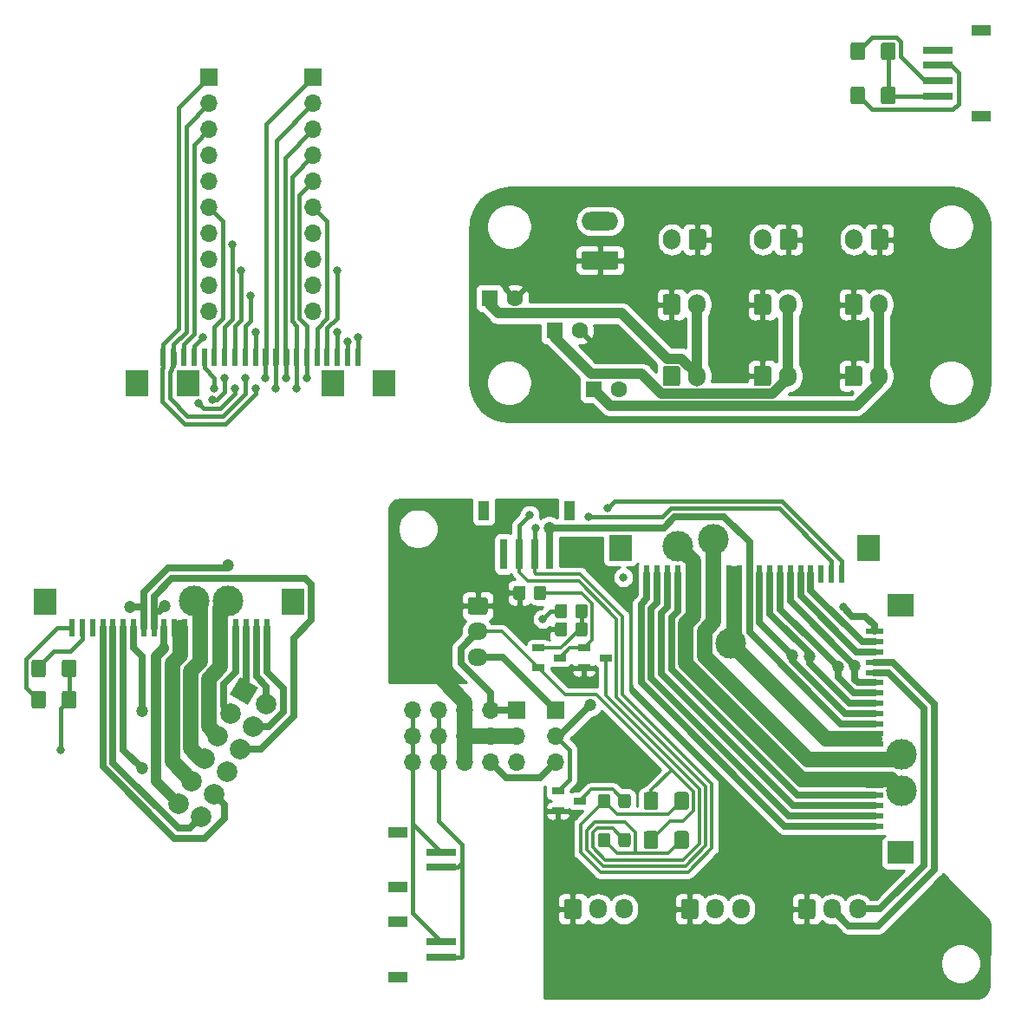
<source format=gbr>
%TF.GenerationSoftware,KiCad,Pcbnew,(5.1.9)-1*%
%TF.CreationDate,2021-02-18T14:59:33+00:00*%
%TF.ProjectId,c-boards_assy_final,632d626f-6172-4647-935f-617373795f66,rev?*%
%TF.SameCoordinates,Original*%
%TF.FileFunction,Copper,L1,Top*%
%TF.FilePolarity,Positive*%
%FSLAX46Y46*%
G04 Gerber Fmt 4.6, Leading zero omitted, Abs format (unit mm)*
G04 Created by KiCad (PCBNEW (5.1.9)-1) date 2021-02-18 14:59:33*
%MOMM*%
%LPD*%
G01*
G04 APERTURE LIST*
%TA.AperFunction,SMDPad,CuDef*%
%ADD10R,0.600000X1.800000*%
%TD*%
%TA.AperFunction,ComponentPad*%
%ADD11R,2.200000X2.500000*%
%TD*%
%TA.AperFunction,SMDPad,CuDef*%
%ADD12R,1.800000X0.600000*%
%TD*%
%TA.AperFunction,ComponentPad*%
%ADD13R,2.500000X2.200000*%
%TD*%
%TA.AperFunction,ComponentPad*%
%ADD14C,2.000000*%
%TD*%
%TA.AperFunction,ComponentPad*%
%ADD15C,0.100000*%
%TD*%
%TA.AperFunction,SMDPad,CuDef*%
%ADD16R,1.200000X0.650000*%
%TD*%
%TA.AperFunction,SMDPad,CuDef*%
%ADD17R,1.900000X1.100000*%
%TD*%
%TA.AperFunction,SMDPad,CuDef*%
%ADD18R,3.000000X0.700000*%
%TD*%
%TA.AperFunction,SMDPad,CuDef*%
%ADD19R,1.100000X1.900000*%
%TD*%
%TA.AperFunction,SMDPad,CuDef*%
%ADD20R,0.700000X3.000000*%
%TD*%
%TA.AperFunction,ComponentPad*%
%ADD21O,1.950000X1.700000*%
%TD*%
%TA.AperFunction,ComponentPad*%
%ADD22O,1.700000X1.950000*%
%TD*%
%TA.AperFunction,ComponentPad*%
%ADD23R,1.700000X1.700000*%
%TD*%
%TA.AperFunction,ComponentPad*%
%ADD24O,1.700000X1.700000*%
%TD*%
%TA.AperFunction,ComponentPad*%
%ADD25O,3.600000X1.800000*%
%TD*%
%TA.AperFunction,ComponentPad*%
%ADD26O,1.700000X2.000000*%
%TD*%
%TA.AperFunction,ComponentPad*%
%ADD27C,1.600000*%
%TD*%
%TA.AperFunction,ComponentPad*%
%ADD28R,1.600000X1.600000*%
%TD*%
%TA.AperFunction,ViaPad*%
%ADD29C,0.800000*%
%TD*%
%TA.AperFunction,ViaPad*%
%ADD30C,3.000000*%
%TD*%
%TA.AperFunction,ViaPad*%
%ADD31C,1.200000*%
%TD*%
%TA.AperFunction,Conductor*%
%ADD32C,1.500000*%
%TD*%
%TA.AperFunction,Conductor*%
%ADD33C,0.400000*%
%TD*%
%TA.AperFunction,Conductor*%
%ADD34C,0.700000*%
%TD*%
%TA.AperFunction,Conductor*%
%ADD35C,0.300000*%
%TD*%
%TA.AperFunction,Conductor*%
%ADD36C,1.000000*%
%TD*%
%TA.AperFunction,Conductor*%
%ADD37C,0.254000*%
%TD*%
%TA.AperFunction,Conductor*%
%ADD38C,0.100000*%
%TD*%
G04 APERTURE END LIST*
D10*
%TO.P,J1,1*%
%TO.N,/HEATLED-*%
X171555000Y-73948500D03*
%TO.P,J1,2*%
%TO.N,/PROBELED-*%
X170555000Y-73948500D03*
%TO.P,J1,3*%
%TO.N,Net-(J1-Pad3)*%
X169555000Y-73948500D03*
%TO.P,J1,4*%
%TO.N,/THERM_OUT*%
X168555000Y-73948500D03*
%TO.P,J1,5*%
%TO.N,GND1*%
X167555000Y-73948500D03*
%TO.P,J1,6*%
%TO.N,/AUX1*%
X166555000Y-73948500D03*
%TO.P,J1,7*%
%TO.N,/V_AUX1*%
X165555000Y-73948500D03*
%TO.P,J1,8*%
%TO.N,/AUX0*%
X164555000Y-73948500D03*
%TO.P,J1,9*%
%TO.N,/V_AUX0*%
X163555000Y-73948500D03*
%TO.P,J1,10*%
%TO.N,+3V3*%
X162555000Y-73948500D03*
%TO.P,J1,11*%
%TO.N,GND*%
X161555000Y-73948500D03*
%TO.P,J1,12*%
X160555000Y-73948500D03*
%TO.P,J1,13*%
%TO.N,/HEATER_OUT*%
X159555000Y-73948500D03*
%TO.P,J1,14*%
X158555000Y-73948500D03*
%TO.P,J1,15*%
%TO.N,+24V*%
X157555000Y-73948500D03*
%TO.P,J1,16*%
X156555000Y-73948500D03*
%TO.P,J1,17*%
%TO.N,/1A*%
X155555000Y-73948500D03*
%TO.P,J1,18*%
%TO.N,/2A*%
X154555000Y-73948500D03*
%TO.P,J1,19*%
%TO.N,/2B*%
X153555000Y-73948500D03*
%TO.P,J1,20*%
%TO.N,/1B*%
X152555000Y-73948500D03*
D11*
%TO.P,J1,21*%
%TO.N,Net-(J1-Pad21)*%
X174155000Y-71408500D03*
%TO.P,J1,22*%
%TO.N,Net-(J1-Pad22)*%
X149955000Y-71408500D03*
%TD*%
D10*
%TO.P,J11,1*%
%TO.N,/1B_1*%
X115397000Y-79233136D03*
%TO.P,J11,2*%
%TO.N,/2B_1*%
X114397000Y-79233136D03*
%TO.P,J11,3*%
%TO.N,/2A_1*%
X113397000Y-79233136D03*
%TO.P,J11,4*%
%TO.N,/1A_1*%
X112397000Y-79233136D03*
%TO.P,J11,5*%
%TO.N,/24V_1*%
X111397000Y-79233136D03*
%TO.P,J11,6*%
X110397000Y-79233136D03*
%TO.P,J11,7*%
%TO.N,/HEATER_OUT_1*%
X109397000Y-79233136D03*
%TO.P,J11,8*%
X108397000Y-79233136D03*
%TO.P,J11,9*%
%TO.N,/GND_1*%
X107397000Y-79233136D03*
%TO.P,J11,10*%
X106397000Y-79233136D03*
%TO.P,J11,11*%
%TO.N,/3V3_1*%
X105397000Y-79233136D03*
%TO.P,J11,12*%
%TO.N,/V_AUX0_1*%
X104397000Y-79233136D03*
%TO.P,J11,13*%
%TO.N,/AUX0_1*%
X103397000Y-79233136D03*
%TO.P,J11,14*%
%TO.N,/V_AUX1_1*%
X102397000Y-79233136D03*
%TO.P,J11,15*%
%TO.N,/AUX1_1*%
X101397000Y-79233136D03*
%TO.P,J11,16*%
%TO.N,/GND1_1*%
X100397000Y-79233136D03*
%TO.P,J11,17*%
%TO.N,/THERM_OUT_1*%
X99397000Y-79233136D03*
%TO.P,J11,18*%
%TO.N,Net-(J11-Pad18)*%
X98397000Y-79233136D03*
%TO.P,J11,19*%
%TO.N,/PROBELED-_1*%
X97397000Y-79233136D03*
%TO.P,J11,20*%
%TO.N,/HEATLED-_1*%
X96397000Y-79233136D03*
D11*
%TO.P,J11,21*%
%TO.N,Net-(J11-Pad21)*%
X117997000Y-76693136D03*
%TO.P,J11,22*%
%TO.N,Net-(J11-Pad22)*%
X93797000Y-76693136D03*
%TD*%
D12*
%TO.P,J0,1*%
%TO.N,/1B*%
X174755000Y-98561500D03*
%TO.P,J0,2*%
%TO.N,/2B*%
X174755000Y-97561500D03*
%TO.P,J0,3*%
%TO.N,/2A*%
X174755000Y-96561500D03*
%TO.P,J0,4*%
%TO.N,/1A*%
X174755000Y-95561500D03*
%TO.P,J0,5*%
%TO.N,+24V*%
X174755000Y-94561500D03*
%TO.P,J0,6*%
X174755000Y-93561500D03*
%TO.P,J0,7*%
%TO.N,/HEATER_OUT*%
X174755000Y-92561500D03*
%TO.P,J0,8*%
X174755000Y-91561500D03*
%TO.P,J0,9*%
%TO.N,GND*%
X174755000Y-90561500D03*
%TO.P,J0,10*%
X174755000Y-89561500D03*
%TO.P,J0,11*%
%TO.N,+3V3*%
X174755000Y-88561500D03*
%TO.P,J0,12*%
%TO.N,/V_AUX0*%
X174755000Y-87561500D03*
%TO.P,J0,13*%
%TO.N,/AUX0*%
X174755000Y-86561500D03*
%TO.P,J0,14*%
%TO.N,/V_AUX1*%
X174755000Y-85561500D03*
%TO.P,J0,15*%
%TO.N,/AUX1*%
X174755000Y-84561500D03*
%TO.P,J0,16*%
%TO.N,/V_AUX2*%
X174755000Y-83561500D03*
%TO.P,J0,17*%
%TO.N,/AUX2*%
X174755000Y-82561500D03*
%TO.P,J0,18*%
%TO.N,GND1*%
X174755000Y-81561500D03*
%TO.P,J0,19*%
%TO.N,/THERM_OUT*%
X174755000Y-80561500D03*
%TO.P,J0,20*%
%TO.N,/PROBE*%
X174755000Y-79561500D03*
D13*
%TO.P,J0,21*%
%TO.N,Net-(J0-Pad21)*%
X177295000Y-101161500D03*
%TO.P,J0,22*%
%TO.N,Net-(J0-Pad22)*%
X177295000Y-76961500D03*
%TD*%
D14*
%TO.P,J14,12*%
%TO.N,/GND1_1*%
X109039058Y-97629771D03*
%TO.P,J14,10*%
%TO.N,/THERM_OUT_1*%
X110309058Y-95430066D03*
%TO.P,J14,8*%
%TO.N,/AUX0_1*%
X111579058Y-93230362D03*
%TO.P,J14,6*%
%TO.N,/V_AUX0_1*%
X112849058Y-91030657D03*
%TO.P,J14,4*%
%TO.N,/1B_1*%
X114119058Y-88830953D03*
%TO.P,J14,11*%
%TO.N,/3V3_1*%
X106839353Y-96359771D03*
%TO.P,J14,9*%
%TO.N,/GND_1*%
X108109353Y-94160066D03*
%TO.P,J14,7*%
%TO.N,/HEATER_OUT_1*%
X109379353Y-91960362D03*
%TO.P,J14,5*%
%TO.N,/24V_1*%
X110649353Y-89760657D03*
%TO.P,J14,3*%
%TO.N,/1A_1*%
X111919353Y-87560953D03*
%TA.AperFunction,ComponentPad*%
D15*
%TO.P,J14,1*%
%TO.N,/2A_1*%
G36*
X112823328Y-83995223D02*
G01*
X114555378Y-84995223D01*
X113555378Y-86727273D01*
X111823328Y-85727273D01*
X112823328Y-83995223D01*
G37*
%TD.AperFunction*%
D14*
%TO.P,J14,2*%
%TO.N,/2B_1*%
X115389058Y-86631248D03*
%TD*%
D16*
%TO.P,Q1,1*%
%TO.N,Net-(Q1-Pad1)*%
X141955000Y-81180000D03*
%TO.P,Q1,2*%
%TO.N,+3V3*%
X141955000Y-83100000D03*
%TO.P,Q1,3*%
%TO.N,Net-(Q1-Pad3)*%
X144055000Y-82140000D03*
%TD*%
%TO.P,R4,2*%
%TO.N,GND*%
%TA.AperFunction,SMDPad,CuDef*%
G36*
G01*
X140700000Y-75339999D02*
X140700000Y-76240001D01*
G75*
G02*
X140450001Y-76490000I-249999J0D01*
G01*
X139749999Y-76490000D01*
G75*
G02*
X139500000Y-76240001I0J249999D01*
G01*
X139500000Y-75339999D01*
G75*
G02*
X139749999Y-75090000I249999J0D01*
G01*
X140450001Y-75090000D01*
G75*
G02*
X140700000Y-75339999I0J-249999D01*
G01*
G37*
%TD.AperFunction*%
%TO.P,R4,1*%
%TO.N,Net-(Q1-Pad3)*%
%TA.AperFunction,SMDPad,CuDef*%
G36*
G01*
X142700000Y-75339999D02*
X142700000Y-76240001D01*
G75*
G02*
X142450001Y-76490000I-249999J0D01*
G01*
X141749999Y-76490000D01*
G75*
G02*
X141500000Y-76240001I0J249999D01*
G01*
X141500000Y-75339999D01*
G75*
G02*
X141749999Y-75090000I249999J0D01*
G01*
X142450001Y-75090000D01*
G75*
G02*
X142700000Y-75339999I0J-249999D01*
G01*
G37*
%TD.AperFunction*%
%TD*%
%TO.P,Q2,1*%
%TO.N,Net-(Q1-Pad3)*%
X146400000Y-81180000D03*
%TO.P,Q2,2*%
%TO.N,GND*%
X146400000Y-83100000D03*
%TO.P,Q2,3*%
%TO.N,Net-(Q2-Pad3)*%
X148500000Y-82140000D03*
%TD*%
D17*
%TO.P,J8,4*%
%TO.N,N/C*%
X128214000Y-107900000D03*
%TO.P,J8,3*%
X128214000Y-113300000D03*
D18*
%TO.P,J8,2*%
%TO.N,/PZ+*%
X132464000Y-109850000D03*
%TO.P,J8,1*%
%TO.N,/PZ-*%
X132464000Y-111350000D03*
%TD*%
D17*
%TO.P,J7,4*%
%TO.N,N/C*%
X128214000Y-99137000D03*
%TO.P,J7,3*%
X128214000Y-104537000D03*
D18*
%TO.P,J7,2*%
%TO.N,/PZ+*%
X132464000Y-101087000D03*
%TO.P,J7,1*%
%TO.N,/PZ-*%
X132464000Y-102587000D03*
%TD*%
D19*
%TO.P,J3,6*%
%TO.N,N/C*%
X145010000Y-67730000D03*
%TO.P,J3,5*%
X136610000Y-67730000D03*
D20*
%TO.P,J3,4*%
%TO.N,+3V3*%
X143060000Y-71980000D03*
%TO.P,J3,3*%
%TO.N,/PROBELED-*%
X141560000Y-71980000D03*
%TO.P,J3,2*%
%TO.N,/HEATLED-*%
X140060000Y-71980000D03*
%TO.P,J3,1*%
%TO.N,Net-(J3-Pad1)*%
X138560000Y-71980000D03*
%TD*%
D17*
%TO.P,J10,6*%
%TO.N,N/C*%
X185228000Y-29223000D03*
%TO.P,J10,5*%
X185228000Y-20823000D03*
D18*
%TO.P,J10,4*%
%TO.N,Net-(J10-Pad4)*%
X180978000Y-27273000D03*
%TO.P,J10,3*%
%TO.N,Net-(J10-Pad3)*%
X180978000Y-25773000D03*
%TO.P,J10,2*%
%TO.N,Net-(J10-Pad2)*%
X180978000Y-24273000D03*
%TO.P,J10,1*%
%TO.N,Net-(J10-Pad1)*%
X180978000Y-22773000D03*
%TD*%
D21*
%TO.P,J2,3*%
%TO.N,Net-(J2-Pad3)*%
X136020000Y-82060000D03*
%TO.P,J2,2*%
%TO.N,+3V3*%
X136020000Y-79560000D03*
%TO.P,J2,1*%
%TO.N,GND*%
%TA.AperFunction,ComponentPad*%
G36*
G01*
X135295000Y-76210000D02*
X136745000Y-76210000D01*
G75*
G02*
X136995000Y-76460000I0J-250000D01*
G01*
X136995000Y-77660000D01*
G75*
G02*
X136745000Y-77910000I-250000J0D01*
G01*
X135295000Y-77910000D01*
G75*
G02*
X135045000Y-77660000I0J250000D01*
G01*
X135045000Y-76460000D01*
G75*
G02*
X135295000Y-76210000I250000J0D01*
G01*
G37*
%TD.AperFunction*%
%TD*%
D22*
%TO.P,J6,3*%
%TO.N,/V_AUX2*%
X173151000Y-106651000D03*
%TO.P,J6,2*%
%TO.N,/AUX2*%
X170651000Y-106651000D03*
%TO.P,J6,1*%
%TO.N,GND*%
%TA.AperFunction,ComponentPad*%
G36*
G01*
X167301000Y-107376000D02*
X167301000Y-105926000D01*
G75*
G02*
X167551000Y-105676000I250000J0D01*
G01*
X168751000Y-105676000D01*
G75*
G02*
X169001000Y-105926000I0J-250000D01*
G01*
X169001000Y-107376000D01*
G75*
G02*
X168751000Y-107626000I-250000J0D01*
G01*
X167551000Y-107626000D01*
G75*
G02*
X167301000Y-107376000I0J250000D01*
G01*
G37*
%TD.AperFunction*%
%TD*%
%TO.P,J5,3*%
%TO.N,/V_AUX1*%
X161721000Y-106651000D03*
%TO.P,J5,2*%
%TO.N,/AUX1*%
X159221000Y-106651000D03*
%TO.P,J5,1*%
%TO.N,GND*%
%TA.AperFunction,ComponentPad*%
G36*
G01*
X155871000Y-107376000D02*
X155871000Y-105926000D01*
G75*
G02*
X156121000Y-105676000I250000J0D01*
G01*
X157321000Y-105676000D01*
G75*
G02*
X157571000Y-105926000I0J-250000D01*
G01*
X157571000Y-107376000D01*
G75*
G02*
X157321000Y-107626000I-250000J0D01*
G01*
X156121000Y-107626000D01*
G75*
G02*
X155871000Y-107376000I0J250000D01*
G01*
G37*
%TD.AperFunction*%
%TD*%
%TO.P,J4,3*%
%TO.N,/V_AUX0*%
X150291000Y-106651000D03*
%TO.P,J4,2*%
%TO.N,/AUX0*%
X147791000Y-106651000D03*
%TO.P,J4,1*%
%TO.N,GND*%
%TA.AperFunction,ComponentPad*%
G36*
G01*
X144441000Y-107376000D02*
X144441000Y-105926000D01*
G75*
G02*
X144691000Y-105676000I250000J0D01*
G01*
X145891000Y-105676000D01*
G75*
G02*
X146141000Y-105926000I0J-250000D01*
G01*
X146141000Y-107376000D01*
G75*
G02*
X145891000Y-107626000I-250000J0D01*
G01*
X144691000Y-107626000D01*
G75*
G02*
X144441000Y-107376000I0J250000D01*
G01*
G37*
%TD.AperFunction*%
%TD*%
D16*
%TO.P,Q0,1*%
%TO.N,/PROBE*%
X143860000Y-95150000D03*
%TO.P,Q0,2*%
%TO.N,GND*%
X143860000Y-97070000D03*
%TO.P,Q0,3*%
%TO.N,Net-(Q0-Pad3)*%
X145960000Y-96110000D03*
%TD*%
%TO.P,R3,2*%
%TO.N,GND*%
%TA.AperFunction,SMDPad,CuDef*%
G36*
G01*
X144764000Y-78895999D02*
X144764000Y-79796001D01*
G75*
G02*
X144514001Y-80046000I-249999J0D01*
G01*
X143813999Y-80046000D01*
G75*
G02*
X143564000Y-79796001I0J249999D01*
G01*
X143564000Y-78895999D01*
G75*
G02*
X143813999Y-78646000I249999J0D01*
G01*
X144514001Y-78646000D01*
G75*
G02*
X144764000Y-78895999I0J-249999D01*
G01*
G37*
%TD.AperFunction*%
%TO.P,R3,1*%
%TO.N,Net-(Q1-Pad1)*%
%TA.AperFunction,SMDPad,CuDef*%
G36*
G01*
X146764000Y-78895999D02*
X146764000Y-79796001D01*
G75*
G02*
X146514001Y-80046000I-249999J0D01*
G01*
X145813999Y-80046000D01*
G75*
G02*
X145564000Y-79796001I0J249999D01*
G01*
X145564000Y-78895999D01*
G75*
G02*
X145813999Y-78646000I249999J0D01*
G01*
X146514001Y-78646000D01*
G75*
G02*
X146764000Y-78895999I0J-249999D01*
G01*
G37*
%TD.AperFunction*%
%TD*%
%TO.P,R2,2*%
%TO.N,Net-(Q1-Pad1)*%
%TA.AperFunction,SMDPad,CuDef*%
G36*
G01*
X145564000Y-78018001D02*
X145564000Y-77117999D01*
G75*
G02*
X145813999Y-76868000I249999J0D01*
G01*
X146514001Y-76868000D01*
G75*
G02*
X146764000Y-77117999I0J-249999D01*
G01*
X146764000Y-78018001D01*
G75*
G02*
X146514001Y-78268000I-249999J0D01*
G01*
X145813999Y-78268000D01*
G75*
G02*
X145564000Y-78018001I0J249999D01*
G01*
G37*
%TD.AperFunction*%
%TO.P,R2,1*%
%TO.N,/HEATER_OUT*%
%TA.AperFunction,SMDPad,CuDef*%
G36*
G01*
X143564000Y-78018001D02*
X143564000Y-77117999D01*
G75*
G02*
X143813999Y-76868000I249999J0D01*
G01*
X144514001Y-76868000D01*
G75*
G02*
X144764000Y-77117999I0J-249999D01*
G01*
X144764000Y-78018001D01*
G75*
G02*
X144514001Y-78268000I-249999J0D01*
G01*
X143813999Y-78268000D01*
G75*
G02*
X143564000Y-78018001I0J249999D01*
G01*
G37*
%TD.AperFunction*%
%TD*%
%TO.P,R1,2*%
%TO.N,Net-(Q2-Pad3)*%
%TA.AperFunction,SMDPad,CuDef*%
G36*
G01*
X149755000Y-100370001D02*
X149755000Y-99469999D01*
G75*
G02*
X150004999Y-99220000I249999J0D01*
G01*
X150705001Y-99220000D01*
G75*
G02*
X150955000Y-99469999I0J-249999D01*
G01*
X150955000Y-100370001D01*
G75*
G02*
X150705001Y-100620000I-249999J0D01*
G01*
X150004999Y-100620000D01*
G75*
G02*
X149755000Y-100370001I0J249999D01*
G01*
G37*
%TD.AperFunction*%
%TO.P,R1,1*%
%TO.N,/HEATLED-*%
%TA.AperFunction,SMDPad,CuDef*%
G36*
G01*
X147755000Y-100370001D02*
X147755000Y-99469999D01*
G75*
G02*
X148004999Y-99220000I249999J0D01*
G01*
X148705001Y-99220000D01*
G75*
G02*
X148955000Y-99469999I0J-249999D01*
G01*
X148955000Y-100370001D01*
G75*
G02*
X148705001Y-100620000I-249999J0D01*
G01*
X148004999Y-100620000D01*
G75*
G02*
X147755000Y-100370001I0J249999D01*
G01*
G37*
%TD.AperFunction*%
%TD*%
%TO.P,R0,2*%
%TO.N,Net-(Q0-Pad3)*%
%TA.AperFunction,SMDPad,CuDef*%
G36*
G01*
X149755000Y-96560001D02*
X149755000Y-95659999D01*
G75*
G02*
X150004999Y-95410000I249999J0D01*
G01*
X150705001Y-95410000D01*
G75*
G02*
X150955000Y-95659999I0J-249999D01*
G01*
X150955000Y-96560001D01*
G75*
G02*
X150705001Y-96810000I-249999J0D01*
G01*
X150004999Y-96810000D01*
G75*
G02*
X149755000Y-96560001I0J249999D01*
G01*
G37*
%TD.AperFunction*%
%TO.P,R0,1*%
%TO.N,/PROBELED-*%
%TA.AperFunction,SMDPad,CuDef*%
G36*
G01*
X147755000Y-96560001D02*
X147755000Y-95659999D01*
G75*
G02*
X148004999Y-95410000I249999J0D01*
G01*
X148705001Y-95410000D01*
G75*
G02*
X148955000Y-95659999I0J-249999D01*
G01*
X148955000Y-96560001D01*
G75*
G02*
X148705001Y-96810000I-249999J0D01*
G01*
X148004999Y-96810000D01*
G75*
G02*
X147755000Y-96560001I0J249999D01*
G01*
G37*
%TD.AperFunction*%
%TD*%
%TO.P,LED5,2*%
%TO.N,/3V3_1*%
%TA.AperFunction,SMDPad,CuDef*%
G36*
G01*
X95393000Y-86834000D02*
X95393000Y-85584000D01*
G75*
G02*
X95643000Y-85334000I250000J0D01*
G01*
X96568000Y-85334000D01*
G75*
G02*
X96818000Y-85584000I0J-250000D01*
G01*
X96818000Y-86834000D01*
G75*
G02*
X96568000Y-87084000I-250000J0D01*
G01*
X95643000Y-87084000D01*
G75*
G02*
X95393000Y-86834000I0J250000D01*
G01*
G37*
%TD.AperFunction*%
%TO.P,LED5,1*%
%TO.N,/HEATLED-_1*%
%TA.AperFunction,SMDPad,CuDef*%
G36*
G01*
X92418000Y-86834000D02*
X92418000Y-85584000D01*
G75*
G02*
X92668000Y-85334000I250000J0D01*
G01*
X93593000Y-85334000D01*
G75*
G02*
X93843000Y-85584000I0J-250000D01*
G01*
X93843000Y-86834000D01*
G75*
G02*
X93593000Y-87084000I-250000J0D01*
G01*
X92668000Y-87084000D01*
G75*
G02*
X92418000Y-86834000I0J250000D01*
G01*
G37*
%TD.AperFunction*%
%TD*%
%TO.P,LED4,2*%
%TO.N,/3V3_1*%
%TA.AperFunction,SMDPad,CuDef*%
G36*
G01*
X95393000Y-83786000D02*
X95393000Y-82536000D01*
G75*
G02*
X95643000Y-82286000I250000J0D01*
G01*
X96568000Y-82286000D01*
G75*
G02*
X96818000Y-82536000I0J-250000D01*
G01*
X96818000Y-83786000D01*
G75*
G02*
X96568000Y-84036000I-250000J0D01*
G01*
X95643000Y-84036000D01*
G75*
G02*
X95393000Y-83786000I0J250000D01*
G01*
G37*
%TD.AperFunction*%
%TO.P,LED4,1*%
%TO.N,/PROBELED-_1*%
%TA.AperFunction,SMDPad,CuDef*%
G36*
G01*
X92418000Y-83786000D02*
X92418000Y-82536000D01*
G75*
G02*
X92668000Y-82286000I250000J0D01*
G01*
X93593000Y-82286000D01*
G75*
G02*
X93843000Y-82536000I0J-250000D01*
G01*
X93843000Y-83786000D01*
G75*
G02*
X93593000Y-84036000I-250000J0D01*
G01*
X92668000Y-84036000D01*
G75*
G02*
X92418000Y-83786000I0J250000D01*
G01*
G37*
%TD.AperFunction*%
%TD*%
%TO.P,LED3,2*%
%TO.N,Net-(J10-Pad4)*%
%TA.AperFunction,SMDPad,CuDef*%
G36*
G01*
X175403000Y-27843000D02*
X175403000Y-26593000D01*
G75*
G02*
X175653000Y-26343000I250000J0D01*
G01*
X176578000Y-26343000D01*
G75*
G02*
X176828000Y-26593000I0J-250000D01*
G01*
X176828000Y-27843000D01*
G75*
G02*
X176578000Y-28093000I-250000J0D01*
G01*
X175653000Y-28093000D01*
G75*
G02*
X175403000Y-27843000I0J250000D01*
G01*
G37*
%TD.AperFunction*%
%TO.P,LED3,1*%
%TO.N,Net-(J10-Pad2)*%
%TA.AperFunction,SMDPad,CuDef*%
G36*
G01*
X172428000Y-27843000D02*
X172428000Y-26593000D01*
G75*
G02*
X172678000Y-26343000I250000J0D01*
G01*
X173603000Y-26343000D01*
G75*
G02*
X173853000Y-26593000I0J-250000D01*
G01*
X173853000Y-27843000D01*
G75*
G02*
X173603000Y-28093000I-250000J0D01*
G01*
X172678000Y-28093000D01*
G75*
G02*
X172428000Y-27843000I0J250000D01*
G01*
G37*
%TD.AperFunction*%
%TD*%
%TO.P,LED2,2*%
%TO.N,Net-(J10-Pad4)*%
%TA.AperFunction,SMDPad,CuDef*%
G36*
G01*
X175403000Y-23525000D02*
X175403000Y-22275000D01*
G75*
G02*
X175653000Y-22025000I250000J0D01*
G01*
X176578000Y-22025000D01*
G75*
G02*
X176828000Y-22275000I0J-250000D01*
G01*
X176828000Y-23525000D01*
G75*
G02*
X176578000Y-23775000I-250000J0D01*
G01*
X175653000Y-23775000D01*
G75*
G02*
X175403000Y-23525000I0J250000D01*
G01*
G37*
%TD.AperFunction*%
%TO.P,LED2,1*%
%TO.N,Net-(J10-Pad3)*%
%TA.AperFunction,SMDPad,CuDef*%
G36*
G01*
X172428000Y-23525000D02*
X172428000Y-22275000D01*
G75*
G02*
X172678000Y-22025000I250000J0D01*
G01*
X173603000Y-22025000D01*
G75*
G02*
X173853000Y-22275000I0J-250000D01*
G01*
X173853000Y-23525000D01*
G75*
G02*
X173603000Y-23775000I-250000J0D01*
G01*
X172678000Y-23775000D01*
G75*
G02*
X172428000Y-23525000I0J250000D01*
G01*
G37*
%TD.AperFunction*%
%TD*%
%TO.P,LED1,2*%
%TO.N,+3V3*%
%TA.AperFunction,SMDPad,CuDef*%
G36*
G01*
X153660000Y-99295000D02*
X153660000Y-100545000D01*
G75*
G02*
X153410000Y-100795000I-250000J0D01*
G01*
X152485000Y-100795000D01*
G75*
G02*
X152235000Y-100545000I0J250000D01*
G01*
X152235000Y-99295000D01*
G75*
G02*
X152485000Y-99045000I250000J0D01*
G01*
X153410000Y-99045000D01*
G75*
G02*
X153660000Y-99295000I0J-250000D01*
G01*
G37*
%TD.AperFunction*%
%TO.P,LED1,1*%
%TO.N,/HEATLED-*%
%TA.AperFunction,SMDPad,CuDef*%
G36*
G01*
X156635000Y-99295000D02*
X156635000Y-100545000D01*
G75*
G02*
X156385000Y-100795000I-250000J0D01*
G01*
X155460000Y-100795000D01*
G75*
G02*
X155210000Y-100545000I0J250000D01*
G01*
X155210000Y-99295000D01*
G75*
G02*
X155460000Y-99045000I250000J0D01*
G01*
X156385000Y-99045000D01*
G75*
G02*
X156635000Y-99295000I0J-250000D01*
G01*
G37*
%TD.AperFunction*%
%TD*%
%TO.P,LED0,2*%
%TO.N,+3V3*%
%TA.AperFunction,SMDPad,CuDef*%
G36*
G01*
X153660000Y-95485000D02*
X153660000Y-96735000D01*
G75*
G02*
X153410000Y-96985000I-250000J0D01*
G01*
X152485000Y-96985000D01*
G75*
G02*
X152235000Y-96735000I0J250000D01*
G01*
X152235000Y-95485000D01*
G75*
G02*
X152485000Y-95235000I250000J0D01*
G01*
X153410000Y-95235000D01*
G75*
G02*
X153660000Y-95485000I0J-250000D01*
G01*
G37*
%TD.AperFunction*%
%TO.P,LED0,1*%
%TO.N,/PROBELED-*%
%TA.AperFunction,SMDPad,CuDef*%
G36*
G01*
X156635000Y-95485000D02*
X156635000Y-96735000D01*
G75*
G02*
X156385000Y-96985000I-250000J0D01*
G01*
X155460000Y-96985000D01*
G75*
G02*
X155210000Y-96735000I0J250000D01*
G01*
X155210000Y-95485000D01*
G75*
G02*
X155460000Y-95235000I250000J0D01*
G01*
X156385000Y-95235000D01*
G75*
G02*
X156635000Y-95485000I0J-250000D01*
G01*
G37*
%TD.AperFunction*%
%TD*%
D23*
%TO.P,JP0,1*%
%TO.N,Net-(J2-Pad3)*%
X143640000Y-87220000D03*
D24*
%TO.P,JP0,2*%
%TO.N,/PROBE*%
X143640000Y-89760000D03*
%TO.P,JP0,3*%
%TO.N,Net-(JP0-Pad3)*%
X143640000Y-92300000D03*
%TD*%
%TO.P,PCB0,13*%
%TO.N,GND*%
X134750000Y-92300000D03*
%TO.P,PCB0,14*%
%TO.N,/PZ-*%
X132210000Y-92300000D03*
%TO.P,PCB0,12*%
%TO.N,Net-(JP0-Pad3)*%
X137290000Y-92300000D03*
%TO.P,PCB0,11*%
%TO.N,Net-(PCB0-Pad11)*%
X139830000Y-92300000D03*
%TO.P,PCB0,15*%
%TO.N,/PZ+*%
X129670000Y-92300000D03*
%TO.P,PCB0,10*%
X129670000Y-89760000D03*
%TO.P,PCB0,9*%
%TO.N,/PZ-*%
X132210000Y-89760000D03*
%TO.P,PCB0,8*%
%TO.N,GND*%
X134750000Y-89760000D03*
%TO.P,PCB0,7*%
X137290000Y-89760000D03*
%TO.P,PCB0,6*%
X139830000Y-89760000D03*
%TO.P,PCB0,5*%
%TO.N,/PZ+*%
X129670000Y-87220000D03*
%TO.P,PCB0,4*%
%TO.N,/PZ-*%
X132210000Y-87220000D03*
%TO.P,PCB0,3*%
%TO.N,GND*%
X134750000Y-87220000D03*
%TO.P,PCB0,2*%
%TO.N,+3V3*%
X137290000Y-87220000D03*
D23*
%TO.P,PCB0,1*%
X139830000Y-87220000D03*
%TD*%
D25*
%TO.P,J1,2*%
%TO.N,+12V*%
X147955000Y-39497000D03*
%TO.P,J1,1*%
%TO.N,GND*%
%TA.AperFunction,ComponentPad*%
G36*
G01*
X149505000Y-44207000D02*
X146405000Y-44207000D01*
G75*
G02*
X146155000Y-43957000I0J250000D01*
G01*
X146155000Y-42657000D01*
G75*
G02*
X146405000Y-42407000I250000J0D01*
G01*
X149505000Y-42407000D01*
G75*
G02*
X149755000Y-42657000I0J-250000D01*
G01*
X149755000Y-43957000D01*
G75*
G02*
X149505000Y-44207000I-250000J0D01*
G01*
G37*
%TD.AperFunction*%
%TD*%
D26*
%TO.P,J10,2*%
%TO.N,/FAN2_OUT*%
X175220000Y-47625000D03*
%TO.P,J10,1*%
%TO.N,GND*%
%TA.AperFunction,ComponentPad*%
G36*
G01*
X171870000Y-48375000D02*
X171870000Y-46875000D01*
G75*
G02*
X172120000Y-46625000I250000J0D01*
G01*
X173320000Y-46625000D01*
G75*
G02*
X173570000Y-46875000I0J-250000D01*
G01*
X173570000Y-48375000D01*
G75*
G02*
X173320000Y-48625000I-250000J0D01*
G01*
X172120000Y-48625000D01*
G75*
G02*
X171870000Y-48375000I0J250000D01*
G01*
G37*
%TD.AperFunction*%
%TD*%
%TO.P,J7,2*%
%TO.N,/FAN1_OUT*%
X166330000Y-47625000D03*
%TO.P,J7,1*%
%TO.N,GND*%
%TA.AperFunction,ComponentPad*%
G36*
G01*
X162980000Y-48375000D02*
X162980000Y-46875000D01*
G75*
G02*
X163230000Y-46625000I250000J0D01*
G01*
X164430000Y-46625000D01*
G75*
G02*
X164680000Y-46875000I0J-250000D01*
G01*
X164680000Y-48375000D01*
G75*
G02*
X164430000Y-48625000I-250000J0D01*
G01*
X163230000Y-48625000D01*
G75*
G02*
X162980000Y-48375000I0J250000D01*
G01*
G37*
%TD.AperFunction*%
%TD*%
%TO.P,J4,2*%
%TO.N,/FAN0_OUT*%
X157440000Y-54610000D03*
%TO.P,J4,1*%
%TO.N,GND*%
%TA.AperFunction,ComponentPad*%
G36*
G01*
X154090000Y-55360000D02*
X154090000Y-53860000D01*
G75*
G02*
X154340000Y-53610000I250000J0D01*
G01*
X155540000Y-53610000D01*
G75*
G02*
X155790000Y-53860000I0J-250000D01*
G01*
X155790000Y-55360000D01*
G75*
G02*
X155540000Y-55610000I-250000J0D01*
G01*
X154340000Y-55610000D01*
G75*
G02*
X154090000Y-55360000I0J250000D01*
G01*
G37*
%TD.AperFunction*%
%TD*%
D27*
%TO.P,C3,2*%
%TO.N,GND*%
X149820000Y-55880000D03*
D28*
%TO.P,C3,1*%
%TO.N,/FAN2_OUT*%
X147320000Y-55880000D03*
%TD*%
D27*
%TO.P,C2,2*%
%TO.N,GND*%
X146010000Y-50165000D03*
D28*
%TO.P,C2,1*%
%TO.N,/FAN1_OUT*%
X143510000Y-50165000D03*
%TD*%
D27*
%TO.P,C1,2*%
%TO.N,GND*%
X139660000Y-46990000D03*
D28*
%TO.P,C1,1*%
%TO.N,/FAN0_OUT*%
X137160000Y-46990000D03*
%TD*%
D26*
%TO.P,J9,2*%
%TO.N,/FAN2_OUT*%
X175220000Y-54610000D03*
%TO.P,J9,1*%
%TO.N,GND*%
%TA.AperFunction,ComponentPad*%
G36*
G01*
X171870000Y-55360000D02*
X171870000Y-53860000D01*
G75*
G02*
X172120000Y-53610000I250000J0D01*
G01*
X173320000Y-53610000D01*
G75*
G02*
X173570000Y-53860000I0J-250000D01*
G01*
X173570000Y-55360000D01*
G75*
G02*
X173320000Y-55610000I-250000J0D01*
G01*
X172120000Y-55610000D01*
G75*
G02*
X171870000Y-55360000I0J250000D01*
G01*
G37*
%TD.AperFunction*%
%TD*%
%TO.P,J8,2*%
%TO.N,Net-(J8-Pad2)*%
X172760000Y-41275000D03*
%TO.P,J8,1*%
%TO.N,GND*%
%TA.AperFunction,ComponentPad*%
G36*
G01*
X176110000Y-40525000D02*
X176110000Y-42025000D01*
G75*
G02*
X175860000Y-42275000I-250000J0D01*
G01*
X174660000Y-42275000D01*
G75*
G02*
X174410000Y-42025000I0J250000D01*
G01*
X174410000Y-40525000D01*
G75*
G02*
X174660000Y-40275000I250000J0D01*
G01*
X175860000Y-40275000D01*
G75*
G02*
X176110000Y-40525000I0J-250000D01*
G01*
G37*
%TD.AperFunction*%
%TD*%
%TO.P,J6,2*%
%TO.N,/FAN1_OUT*%
X166330000Y-54610000D03*
%TO.P,J6,1*%
%TO.N,GND*%
%TA.AperFunction,ComponentPad*%
G36*
G01*
X162980000Y-55360000D02*
X162980000Y-53860000D01*
G75*
G02*
X163230000Y-53610000I250000J0D01*
G01*
X164430000Y-53610000D01*
G75*
G02*
X164680000Y-53860000I0J-250000D01*
G01*
X164680000Y-55360000D01*
G75*
G02*
X164430000Y-55610000I-250000J0D01*
G01*
X163230000Y-55610000D01*
G75*
G02*
X162980000Y-55360000I0J250000D01*
G01*
G37*
%TD.AperFunction*%
%TD*%
%TO.P,J5,2*%
%TO.N,Net-(J5-Pad2)*%
X163870000Y-41275000D03*
%TO.P,J5,1*%
%TO.N,GND*%
%TA.AperFunction,ComponentPad*%
G36*
G01*
X167220000Y-40525000D02*
X167220000Y-42025000D01*
G75*
G02*
X166970000Y-42275000I-250000J0D01*
G01*
X165770000Y-42275000D01*
G75*
G02*
X165520000Y-42025000I0J250000D01*
G01*
X165520000Y-40525000D01*
G75*
G02*
X165770000Y-40275000I250000J0D01*
G01*
X166970000Y-40275000D01*
G75*
G02*
X167220000Y-40525000I0J-250000D01*
G01*
G37*
%TD.AperFunction*%
%TD*%
%TO.P,J3,2*%
%TO.N,/FAN0_OUT*%
X157440000Y-47625000D03*
%TO.P,J3,1*%
%TO.N,GND*%
%TA.AperFunction,ComponentPad*%
G36*
G01*
X154090000Y-48375000D02*
X154090000Y-46875000D01*
G75*
G02*
X154340000Y-46625000I250000J0D01*
G01*
X155540000Y-46625000D01*
G75*
G02*
X155790000Y-46875000I0J-250000D01*
G01*
X155790000Y-48375000D01*
G75*
G02*
X155540000Y-48625000I-250000J0D01*
G01*
X154340000Y-48625000D01*
G75*
G02*
X154090000Y-48375000I0J250000D01*
G01*
G37*
%TD.AperFunction*%
%TD*%
%TO.P,J2,2*%
%TO.N,Net-(J2-Pad2)*%
X154980000Y-41275000D03*
%TO.P,J2,1*%
%TO.N,GND*%
%TA.AperFunction,ComponentPad*%
G36*
G01*
X158330000Y-40525000D02*
X158330000Y-42025000D01*
G75*
G02*
X158080000Y-42275000I-250000J0D01*
G01*
X156880000Y-42275000D01*
G75*
G02*
X156630000Y-42025000I0J250000D01*
G01*
X156630000Y-40525000D01*
G75*
G02*
X156880000Y-40275000I250000J0D01*
G01*
X158080000Y-40275000D01*
G75*
G02*
X158330000Y-40525000I0J-250000D01*
G01*
G37*
%TD.AperFunction*%
%TD*%
D24*
%TO.P,ax17,10*%
%TO.N,Net-(ax15-Pad10)*%
X109773000Y-48317000D03*
%TO.P,ax17,9*%
%TO.N,Net-(ax15-Pad9)*%
X109773000Y-45777000D03*
%TO.P,ax17,8*%
%TO.N,Net-(ax15-Pad8)*%
X109773000Y-43237000D03*
%TO.P,ax17,7*%
%TO.N,Net-(ax15-Pad7)*%
X109773000Y-40697000D03*
%TO.P,ax17,6*%
%TO.N,Net-(ax15-Pad6)*%
X109773000Y-38157000D03*
%TO.P,ax17,5*%
%TO.N,Net-(ax15-Pad5)*%
X109773000Y-35617000D03*
%TO.P,ax17,4*%
%TO.N,Net-(ax15-Pad4)*%
X109773000Y-33077000D03*
%TO.P,ax17,3*%
%TO.N,Net-(ax15-Pad3)*%
X109773000Y-30537000D03*
%TO.P,ax17,2*%
%TO.N,Net-(ax15-Pad2)*%
X109773000Y-27997000D03*
D23*
%TO.P,ax17,1*%
%TO.N,Net-(ax15-Pad1)*%
X109773000Y-25457000D03*
%TD*%
D24*
%TO.P,ax13,10*%
%TO.N,Net-(ax13-Pad10)*%
X119933000Y-48317000D03*
%TO.P,ax13,9*%
%TO.N,Net-(ax13-Pad9)*%
X119933000Y-45777000D03*
%TO.P,ax13,8*%
%TO.N,Net-(ax13-Pad8)*%
X119933000Y-43237000D03*
%TO.P,ax13,7*%
%TO.N,Net-(ax13-Pad7)*%
X119933000Y-40697000D03*
%TO.P,ax13,6*%
%TO.N,Net-(ax13-Pad6)*%
X119933000Y-38157000D03*
%TO.P,ax13,5*%
%TO.N,Net-(ax13-Pad5)*%
X119933000Y-35617000D03*
%TO.P,ax13,4*%
%TO.N,Net-(ax13-Pad4)*%
X119933000Y-33077000D03*
%TO.P,ax13,3*%
%TO.N,Net-(ax13-Pad3)*%
X119933000Y-30537000D03*
%TO.P,ax13,2*%
%TO.N,Net-(ax13-Pad2)*%
X119933000Y-27997000D03*
D23*
%TO.P,ax13,1*%
%TO.N,Net-(ax13-Pad1)*%
X119933000Y-25457000D03*
%TD*%
D11*
%TO.P,ax16,11*%
%TO.N,N/C*%
X121905000Y-55330000D03*
%TO.P,ax16,12*%
X107705000Y-55330000D03*
%TD*%
D10*
%TO.P,ax15,1*%
%TO.N,Net-(ax15-Pad1)*%
X105305000Y-52790000D03*
%TO.P,ax15,2*%
%TO.N,Net-(ax15-Pad2)*%
X106305000Y-52790000D03*
%TO.P,ax15,3*%
%TO.N,Net-(ax15-Pad3)*%
X107305000Y-52790000D03*
%TO.P,ax15,4*%
%TO.N,Net-(ax15-Pad4)*%
X108305000Y-52790000D03*
%TO.P,ax15,5*%
%TO.N,Net-(ax15-Pad5)*%
X109305000Y-52790000D03*
%TO.P,ax15,6*%
%TO.N,Net-(ax15-Pad6)*%
X110305000Y-52790000D03*
%TO.P,ax15,7*%
%TO.N,Net-(ax15-Pad7)*%
X111305000Y-52790000D03*
%TO.P,ax15,8*%
%TO.N,Net-(ax15-Pad8)*%
X112305000Y-52790000D03*
%TO.P,ax15,9*%
%TO.N,Net-(ax15-Pad9)*%
X113305000Y-52790000D03*
%TO.P,ax15,10*%
%TO.N,Net-(ax15-Pad10)*%
X114305000Y-52790000D03*
%TO.P,ax15,11*%
%TO.N,Net-(ax13-Pad1)*%
X115305000Y-52790000D03*
%TO.P,ax15,12*%
%TO.N,Net-(ax13-Pad2)*%
X116305000Y-52790000D03*
%TO.P,ax15,13*%
%TO.N,Net-(ax13-Pad3)*%
X117305000Y-52790000D03*
%TO.P,ax15,14*%
%TO.N,Net-(ax13-Pad4)*%
X118305000Y-52790000D03*
%TO.P,ax15,15*%
%TO.N,Net-(ax13-Pad5)*%
X119305000Y-52790000D03*
%TO.P,ax15,16*%
%TO.N,Net-(ax13-Pad6)*%
X120305000Y-52790000D03*
%TO.P,ax15,17*%
%TO.N,Net-(ax13-Pad7)*%
X121305000Y-52790000D03*
%TO.P,ax15,18*%
%TO.N,Net-(ax13-Pad8)*%
X122305000Y-52790000D03*
%TO.P,ax15,19*%
%TO.N,Net-(ax13-Pad9)*%
X123305000Y-52790000D03*
%TO.P,ax15,20*%
%TO.N,Net-(ax13-Pad10)*%
X124305000Y-52790000D03*
D11*
%TO.P,ax15,21*%
%TO.N,N/C*%
X102705000Y-55330000D03*
%TO.P,ax15,22*%
X126905000Y-55330000D03*
%TD*%
D29*
%TO.N,*%
X150244000Y-74266000D03*
%TO.N,/HEATER_OUT*%
X142370000Y-78330000D03*
D30*
X177421992Y-91538000D03*
X159057800Y-70532199D03*
D31*
%TO.N,/AUX0*%
X168405000Y-82013000D03*
%TO.N,/AUX1*%
X172850000Y-82902000D03*
D30*
%TO.N,+24V*%
X177446969Y-95091634D03*
X155578000Y-71218000D03*
D31*
%TO.N,GND*%
X134115000Y-70710000D03*
D30*
X160717235Y-80734257D03*
D29*
X144910000Y-99285000D03*
X145672000Y-71726000D03*
X149355000Y-91030000D03*
X144910000Y-84045000D03*
X160020000Y-47625000D03*
X168910000Y-47625000D03*
D31*
%TO.N,+3V3*%
X143005000Y-69440000D03*
%TO.N,/PROBE*%
X146980001Y-86750001D03*
D29*
X171707000Y-77187000D03*
D31*
%TO.N,/AUX0_1*%
X111620000Y-73124999D03*
X102095000Y-77160000D03*
D30*
%TO.N,/HEATER_OUT_1*%
X108319997Y-76525000D03*
%TO.N,/24V_1*%
X111620000Y-76525000D03*
D29*
%TO.N,/3V3_1*%
X95253000Y-91162000D03*
D31*
%TO.N,/V_AUX1*%
X171216115Y-83035882D03*
%TO.N,/V_AUX0*%
X166754000Y-81886000D03*
%TO.N,/AUX1_1*%
X103223278Y-92918826D03*
%TO.N,/V_AUX1_1*%
X103223278Y-87320000D03*
%TO.N,/V_AUX0_1*%
X105479823Y-77050078D03*
D29*
%TO.N,/PROBELED-*%
X146815000Y-68390000D03*
X141704997Y-69440000D03*
%TO.N,/HEATLED-*%
X148720000Y-67490000D03*
X141100000Y-68170000D03*
%TO.N,Net-(ax13-Pad10)*%
X124305000Y-50790000D03*
%TO.N,Net-(ax13-Pad9)*%
X123305000Y-51290000D03*
%TO.N,Net-(ax13-Pad8)*%
X122305000Y-50290000D03*
%TO.N,Net-(ax13-Pad7)*%
X122305000Y-44290000D03*
%TO.N,Net-(ax13-Pad5)*%
X119305000Y-54790000D03*
%TO.N,Net-(ax13-Pad4)*%
X118305000Y-55790000D03*
%TO.N,Net-(ax13-Pad3)*%
X117305000Y-54790000D03*
%TO.N,Net-(ax13-Pad2)*%
X116305000Y-55790000D03*
%TO.N,Net-(ax13-Pad1)*%
X115305000Y-54790000D03*
%TO.N,Net-(ax15-Pad9)*%
X113823001Y-46790000D03*
%TO.N,Net-(ax15-Pad7)*%
X112023001Y-41790000D03*
%TO.N,Net-(ax15-Pad5)*%
X110305000Y-55790000D03*
%TO.N,Net-(ax15-Pad3)*%
X112305000Y-55790000D03*
X108705000Y-57280002D03*
%TO.N,Net-(ax15-Pad1)*%
X114305000Y-55790000D03*
%TO.N,Net-(ax15-Pad10)*%
X114305000Y-50290000D03*
%TO.N,Net-(ax15-Pad8)*%
X112923001Y-44290000D03*
%TO.N,Net-(ax15-Pad4)*%
X109130607Y-50870694D03*
X111305000Y-54790000D03*
X110109000Y-56896000D03*
%TO.N,Net-(ax15-Pad2)*%
X113305000Y-54790000D03*
%TD*%
D32*
%TO.N,/HEATER_OUT*%
X168293076Y-92084100D02*
X174755000Y-92084100D01*
X158167234Y-79510256D02*
X158167234Y-81958258D01*
X159057800Y-78619690D02*
X158167234Y-79510256D01*
X159057800Y-73948500D02*
X159057800Y-78619690D01*
X158167234Y-81958258D02*
X168293076Y-92084100D01*
X159057800Y-70532199D02*
X159134000Y-70455999D01*
X159057800Y-73948500D02*
X159057800Y-70532199D01*
D33*
X174755000Y-92084100D02*
X174755000Y-92561500D01*
X159057800Y-73948500D02*
X159555000Y-73948500D01*
X158555000Y-73948500D02*
X159057800Y-73948500D01*
X174755000Y-91561500D02*
X174755000Y-92084100D01*
D32*
X176875892Y-92084100D02*
X177421992Y-91538000D01*
X174755000Y-92084100D02*
X176875892Y-92084100D01*
D33*
X143132000Y-77568000D02*
X144164000Y-77568000D01*
X142370000Y-78330000D02*
X143132000Y-77568000D01*
D34*
%TO.N,/1B*%
X152555000Y-76354301D02*
X151967185Y-76942115D01*
X151967185Y-84526396D02*
X166002289Y-98561500D01*
X151967185Y-76942115D02*
X151967185Y-84526396D01*
X166002289Y-98561500D02*
X174755000Y-98561500D01*
X152555000Y-73948500D02*
X152555000Y-76354301D01*
%TO.N,/2B*%
X153555000Y-73948500D02*
X153555000Y-76768528D01*
X153555000Y-76768528D02*
X152967195Y-77356332D01*
X152967195Y-84112183D02*
X166416512Y-97561500D01*
X166416512Y-97561500D02*
X174755000Y-97561500D01*
X152967195Y-77356332D02*
X152967195Y-84112183D01*
%TO.N,/2A*%
X154555000Y-77182754D02*
X153967205Y-77770549D01*
X166830739Y-96561500D02*
X174755000Y-96561500D01*
X154555000Y-73948500D02*
X154555000Y-77182754D01*
X153967205Y-83697966D02*
X166830739Y-96561500D01*
X153967205Y-77770549D02*
X153967205Y-83697966D01*
%TO.N,/1A*%
X154967215Y-78184766D02*
X154967215Y-83283750D01*
X155555000Y-73948500D02*
X155555000Y-77596980D01*
X155555000Y-77596980D02*
X154967215Y-78184766D01*
X167244965Y-95561500D02*
X174755000Y-95561500D01*
X154967215Y-83283750D02*
X167244965Y-95561500D01*
%TO.N,/AUX0*%
X164555000Y-77836998D02*
X164555000Y-77813001D01*
X174755000Y-86561500D02*
X172326547Y-86561500D01*
X172326547Y-86561500D02*
X168405000Y-82639953D01*
X168405000Y-82639953D02*
X168405000Y-82013000D01*
X164555000Y-73948500D02*
X164555000Y-77813001D01*
X168405000Y-82013000D02*
X168405000Y-81686998D01*
X168405000Y-81686998D02*
X164555000Y-77836998D01*
%TO.N,/AUX1*%
X166555000Y-73948500D02*
X166555000Y-76607000D01*
X172850000Y-84256500D02*
X172850000Y-82902000D01*
X166555000Y-76607000D02*
X172850000Y-82902000D01*
X174755000Y-84561500D02*
X173155000Y-84561500D01*
X173155000Y-84561500D02*
X172850000Y-84256500D01*
D33*
%TO.N,+24V*%
X157051200Y-73948500D02*
X157555000Y-73948500D01*
X156555000Y-73948500D02*
X157051200Y-73948500D01*
D32*
X157051200Y-72691200D02*
X155578000Y-71218000D01*
X174755000Y-94039900D02*
X176395235Y-94039900D01*
X167703278Y-94039900D02*
X174755000Y-94039900D01*
X156367225Y-82703847D02*
X167703278Y-94039900D01*
X176395235Y-94039900D02*
X177446969Y-95091634D01*
D33*
X174755000Y-94039900D02*
X174755000Y-94561500D01*
X174755000Y-93561500D02*
X174755000Y-94039900D01*
D32*
X157051200Y-73948500D02*
X157051200Y-72691200D01*
X157051200Y-73948500D02*
X157051200Y-78080692D01*
X156367224Y-78764668D02*
X156367225Y-82703847D01*
X157051200Y-78080692D02*
X156367224Y-78764668D01*
%TO.N,GND*%
X134750000Y-92300000D02*
X134750000Y-87220000D01*
X134750000Y-89760000D02*
X139830000Y-89760000D01*
X134750000Y-87220000D02*
X134750000Y-86447780D01*
X134750000Y-86447780D02*
X132591000Y-84288780D01*
X160717235Y-80734257D02*
X170047778Y-90064800D01*
X170047778Y-90064800D02*
X174755000Y-90064800D01*
X161061860Y-73948500D02*
X161061860Y-80389632D01*
X161061860Y-80389632D02*
X160717235Y-80734257D01*
D33*
X174755000Y-90064800D02*
X174755000Y-90561500D01*
X160555000Y-73948500D02*
X161061860Y-73948500D01*
X174755000Y-89561500D02*
X174755000Y-90064800D01*
X161061860Y-73948500D02*
X161555000Y-73948500D01*
D34*
%TO.N,+3V3*%
X171498095Y-88561500D02*
X162555000Y-79618405D01*
X174755000Y-88561500D02*
X171498095Y-88561500D01*
X162555000Y-79618405D02*
X162555000Y-73948500D01*
X139830000Y-87220000D02*
X137290000Y-87220000D01*
X134394990Y-81185010D02*
X136020000Y-79560000D01*
X134394990Y-82681324D02*
X134394990Y-81185010D01*
X137290000Y-85576334D02*
X134394990Y-82681324D01*
X137290000Y-87220000D02*
X137290000Y-85576334D01*
X143005000Y-71925000D02*
X143060000Y-71980000D01*
X143060000Y-69495000D02*
X143005000Y-69440000D01*
X143060000Y-71980000D02*
X143060000Y-69495000D01*
X162555000Y-70847397D02*
X162555000Y-73948500D01*
X160089801Y-68382198D02*
X162555000Y-70847397D01*
X155231800Y-68382198D02*
X160089801Y-68382198D01*
X154173998Y-69440000D02*
X155231800Y-68382198D01*
X143005000Y-69440000D02*
X154173998Y-69440000D01*
D35*
X157085010Y-97024956D02*
X157085010Y-95195044D01*
X144555000Y-85700000D02*
X147484002Y-85700000D01*
X141955000Y-83100000D02*
X144555000Y-85700000D01*
X138415000Y-79560000D02*
X136020000Y-79560000D01*
X141955000Y-83100000D02*
X138415000Y-79560000D01*
X154832481Y-98035019D02*
X152947500Y-99920000D01*
X156074947Y-98035019D02*
X154832481Y-98035019D01*
X157085010Y-97024956D02*
X156074947Y-98035019D01*
X152947500Y-95057500D02*
X154947483Y-93057517D01*
X152947500Y-96110000D02*
X152947500Y-95057500D01*
X154947483Y-93057517D02*
X147589966Y-85700000D01*
X157085010Y-95195044D02*
X154947483Y-93057517D01*
D34*
%TO.N,GND1*%
X167555000Y-76083000D02*
X167555000Y-73948500D01*
X173033500Y-81561500D02*
X167555000Y-76083000D01*
X174755000Y-81561500D02*
X173033500Y-81561500D01*
%TO.N,/THERM_OUT*%
X168555000Y-73948500D02*
X168555000Y-75548500D01*
X168555000Y-75548500D02*
X173568000Y-80561500D01*
X173568000Y-80561500D02*
X174755000Y-80561500D01*
%TO.N,/PROBE*%
X173866000Y-78076000D02*
X172596000Y-78076000D01*
X174755000Y-79561500D02*
X174755000Y-78965000D01*
X143640000Y-89760000D02*
X143970002Y-89760000D01*
X143970002Y-89760000D02*
X146980001Y-86750001D01*
X174755000Y-78965000D02*
X173866000Y-78076000D01*
D33*
X143640000Y-89760000D02*
X144990001Y-91110001D01*
X144990001Y-94019999D02*
X144990001Y-91110001D01*
X143860000Y-95150000D02*
X144990001Y-94019999D01*
D34*
X172596000Y-78076000D02*
X171707000Y-77187000D01*
%TO.N,Net-(J2-Pad3)*%
X138480000Y-82060000D02*
X143640000Y-87220000D01*
X136020000Y-82060000D02*
X138480000Y-82060000D01*
D33*
%TO.N,/PZ+*%
X129670000Y-92300000D02*
X129670000Y-98293000D01*
X129670000Y-98293000D02*
X129670000Y-107056000D01*
X129670000Y-87220000D02*
X129670000Y-92300000D01*
X129670000Y-98293000D02*
X132464000Y-101087000D01*
X129670000Y-107056000D02*
X132464000Y-109850000D01*
%TO.N,/PZ-*%
X134051002Y-102587000D02*
X134464001Y-102174001D01*
X132464000Y-102587000D02*
X134051002Y-102587000D01*
X134464001Y-102174001D02*
X134464001Y-100336999D01*
X134464001Y-111249999D02*
X134464001Y-102174001D01*
X132210000Y-98082998D02*
X132210000Y-92300000D01*
X132210000Y-92300000D02*
X132210000Y-87220000D01*
X132464000Y-111350000D02*
X134364000Y-111350000D01*
X134464001Y-100336999D02*
X132210000Y-98082998D01*
X134364000Y-111350000D02*
X134464001Y-111249999D01*
D34*
%TO.N,/GND1_1*%
X100397000Y-92359420D02*
X106787580Y-98750000D01*
X100397000Y-79233136D02*
X100397000Y-92359420D01*
X107918829Y-98750000D02*
X109039058Y-97629771D01*
X106787580Y-98750000D02*
X107918829Y-98750000D01*
%TO.N,/THERM_OUT_1*%
X106373363Y-99750010D02*
X109360821Y-99750010D01*
X99397000Y-92773646D02*
X106373363Y-99750010D01*
X111309057Y-97801774D02*
X111309057Y-96430065D01*
X111309057Y-96430065D02*
X110309058Y-95430066D01*
X99397000Y-79233136D02*
X99397000Y-92773646D01*
X109360821Y-99750010D02*
X111309057Y-97801774D01*
D32*
%TO.N,/GND_1*%
X108109353Y-94160066D02*
X106173288Y-92224001D01*
D33*
X106397000Y-79233136D02*
X106930664Y-79233136D01*
D32*
X106930664Y-81897522D02*
X106930664Y-79233136D01*
X106173288Y-92224001D02*
X106173288Y-82654898D01*
D33*
X106930664Y-79233136D02*
X107397000Y-79233136D01*
D32*
X106173288Y-82654898D02*
X106930664Y-81897522D01*
D34*
%TO.N,/AUX0_1*%
X102127000Y-77192000D02*
X102095000Y-77160000D01*
X111394999Y-73350000D02*
X111620000Y-73124999D01*
X103397000Y-75713774D02*
X105760774Y-73350000D01*
X105760774Y-73350000D02*
X105905000Y-73350000D01*
X105760774Y-73350000D02*
X111394999Y-73350000D01*
X103397000Y-77192000D02*
X102127000Y-77192000D01*
X103397000Y-79233136D02*
X103397000Y-77192000D01*
X103397000Y-77192000D02*
X103397000Y-75713774D01*
D32*
%TO.N,/HEATER_OUT_1*%
X107973298Y-90990009D02*
X108943651Y-91960362D01*
X108911864Y-79233136D02*
X108911864Y-77116867D01*
X107973298Y-83400486D02*
X107973298Y-90990009D01*
D33*
X108911864Y-79233136D02*
X109397000Y-79233136D01*
D32*
X108911864Y-77116867D02*
X108319997Y-76525000D01*
X108911864Y-82461920D02*
X107973298Y-83400486D01*
X108943651Y-91960362D02*
X109379353Y-91960362D01*
D33*
X108397000Y-79233136D02*
X108911864Y-79233136D01*
D32*
X108911864Y-79233136D02*
X108911864Y-82461920D01*
%TO.N,/24V_1*%
X109773308Y-88884612D02*
X110649353Y-89760657D01*
D33*
X110397000Y-79233136D02*
X110893064Y-79233136D01*
D32*
X110893064Y-83026318D02*
X109773308Y-84146074D01*
X110893064Y-77251936D02*
X111620000Y-76525000D01*
X109773308Y-84146074D02*
X109773308Y-88884612D01*
D33*
X110893064Y-79233136D02*
X111397000Y-79233136D01*
D32*
X110893064Y-79233136D02*
X110893064Y-83026318D01*
X110893064Y-79233136D02*
X110893064Y-77251936D01*
D34*
%TO.N,/1A_1*%
X112397000Y-83502295D02*
X111173318Y-84725977D01*
X111173318Y-84725977D02*
X111173318Y-86814918D01*
X112397000Y-79233136D02*
X112397000Y-83502295D01*
X111173318Y-86814918D02*
X111919353Y-87560953D01*
%TO.N,/2A_1*%
X113397000Y-85153601D02*
X113189353Y-85361248D01*
X113397000Y-79233136D02*
X113397000Y-85153601D01*
%TO.N,/2B_1*%
X114397000Y-79233136D02*
X114397000Y-83917589D01*
X114397000Y-83917589D02*
X115389058Y-84909647D01*
X115389058Y-84909647D02*
X115389058Y-86631248D01*
%TO.N,/1B_1*%
X115397000Y-83503363D02*
X117039059Y-85145421D01*
X115397000Y-79233136D02*
X115397000Y-83503363D01*
X115631355Y-88830953D02*
X114119058Y-88830953D01*
X117039059Y-85145421D02*
X117039059Y-87423249D01*
X117039059Y-87423249D02*
X115631355Y-88830953D01*
%TO.N,Net-(JP0-Pad3)*%
X138790001Y-93800001D02*
X137290000Y-92300000D01*
X142139999Y-93800001D02*
X138790001Y-93800001D01*
X143640000Y-92300000D02*
X142139999Y-93800001D01*
D36*
%TO.N,/3V3_1*%
X105380654Y-81255487D02*
X105380654Y-81122400D01*
X106839353Y-96359771D02*
X104623278Y-94143696D01*
D34*
X105397000Y-79233136D02*
X105397000Y-81122400D01*
D36*
X104623278Y-82012863D02*
X105380654Y-81255487D01*
X104623278Y-94143696D02*
X104623278Y-82012863D01*
D33*
X95253000Y-87061500D02*
X96105500Y-86209000D01*
X95253000Y-91162000D02*
X95253000Y-87061500D01*
X96105500Y-86209000D02*
X96105500Y-83161000D01*
D34*
%TO.N,/V_AUX2*%
X174755000Y-83561500D02*
X176125002Y-83561500D01*
X179596970Y-102379532D02*
X175325502Y-106651000D01*
X176125002Y-83561500D02*
X179596970Y-87033468D01*
X175325502Y-106651000D02*
X173151000Y-106651000D01*
X179596970Y-87033468D02*
X179596970Y-102379532D01*
%TO.N,/AUX2*%
X174755000Y-82561500D02*
X176539228Y-82561500D01*
X172276010Y-108276010D02*
X170651000Y-106651000D01*
X180596980Y-102793740D02*
X175114720Y-108276010D01*
X175114720Y-108276010D02*
X172276010Y-108276010D01*
X170651000Y-106651000D02*
X170651000Y-106564000D01*
X176539228Y-82561500D02*
X180596980Y-86619251D01*
X180596980Y-86619251D02*
X180596980Y-102793740D01*
%TO.N,/V_AUX1*%
X174755000Y-85561500D02*
X172740773Y-85561500D01*
X171216115Y-84036842D02*
X171216115Y-83035882D01*
X172740773Y-85561500D02*
X171216115Y-84036842D01*
X165555000Y-77374767D02*
X169184120Y-81003887D01*
X165555000Y-73948500D02*
X165555000Y-77374767D01*
X171216115Y-83035882D02*
X169184120Y-81003887D01*
%TO.N,/V_AUX0*%
X174755000Y-87561500D02*
X171912321Y-87561500D01*
X171912321Y-87561500D02*
X166754000Y-82403179D01*
X166754000Y-82403179D02*
X166754000Y-81886000D01*
X163555000Y-78663003D02*
X163555000Y-77802635D01*
X166754000Y-81886000D02*
X163555000Y-78663003D01*
X163555000Y-77802635D02*
X163555000Y-73948500D01*
%TO.N,/AUX1_1*%
X101397000Y-91092548D02*
X103223278Y-92918826D01*
X101397000Y-79233136D02*
X101397000Y-91092548D01*
%TO.N,/V_AUX1_1*%
X102397000Y-81163732D02*
X103223278Y-81990010D01*
X103223278Y-81990010D02*
X103223278Y-87320000D01*
X102397000Y-79233136D02*
X102397000Y-81163732D01*
%TO.N,/V_AUX0_1*%
X104397000Y-77557000D02*
X104972901Y-77557000D01*
X119198865Y-74374999D02*
X106150001Y-74374999D01*
X118039069Y-87837466D02*
X118039069Y-80171069D01*
X119747004Y-74923139D02*
X119198865Y-74374999D01*
X104397000Y-76128000D02*
X104397000Y-77557000D01*
X104972901Y-77557000D02*
X105479823Y-77050078D01*
X118039069Y-80171069D02*
X119747004Y-78463134D01*
X112849058Y-91030657D02*
X114845877Y-91030657D01*
X114845877Y-91030657D02*
X118039069Y-87837466D01*
X106150001Y-74374999D02*
X104397000Y-76128000D01*
X104397000Y-77557000D02*
X104397000Y-79233136D01*
X119747004Y-78463134D02*
X119747004Y-74923139D01*
D33*
%TO.N,/PROBELED-*%
X165438690Y-67532190D02*
X154879714Y-67532190D01*
X170555000Y-72648500D02*
X165438690Y-67532190D01*
X170555000Y-73948500D02*
X170555000Y-72648500D01*
X154879714Y-67532190D02*
X154020952Y-68390952D01*
X154020000Y-68390000D02*
X146815000Y-68390000D01*
X154020952Y-68390952D02*
X154020000Y-68390000D01*
X141560000Y-69584997D02*
X141704997Y-69440000D01*
X141560000Y-71980000D02*
X141560000Y-69584997D01*
D35*
X146013051Y-73930001D02*
X150150011Y-78066961D01*
X141710001Y-73930001D02*
X146013051Y-73930001D01*
X141560000Y-73780000D02*
X141710001Y-73930001D01*
X141560000Y-71980000D02*
X141560000Y-73780000D01*
X150150011Y-85714419D02*
X158885039Y-94449447D01*
X150150011Y-78066961D02*
X150150011Y-85714419D01*
X149680010Y-97435010D02*
X148355000Y-96110000D01*
X154597490Y-97435010D02*
X149680010Y-97435010D01*
X155922500Y-96110000D02*
X154597490Y-97435010D01*
X158885039Y-100732011D02*
X158885039Y-94449447D01*
X147992989Y-103045037D02*
X156572012Y-103045038D01*
X146074971Y-101127021D02*
X147992989Y-103045037D01*
X156572012Y-103045038D02*
X158885039Y-100732011D01*
X146074971Y-98390029D02*
X146074971Y-101127021D01*
X148355000Y-96110000D02*
X146074971Y-98390029D01*
%TO.N,Net-(Q0-Pad3)*%
X147110010Y-94959990D02*
X145960000Y-96110000D01*
X149204990Y-94959990D02*
X147110010Y-94959990D01*
X150355000Y-96110000D02*
X149204990Y-94959990D01*
D33*
%TO.N,Net-(Q1-Pad1)*%
X145910000Y-77695000D02*
X145815000Y-77695000D01*
X146164000Y-77568000D02*
X146164000Y-78731000D01*
D35*
X146000458Y-79346000D02*
X146164000Y-79346000D01*
X144166458Y-81180000D02*
X146000458Y-79346000D01*
X141955000Y-81180000D02*
X144166458Y-81180000D01*
D33*
%TO.N,/PROBELED-_1*%
X96230148Y-81499990D02*
X94580010Y-81499990D01*
X97397000Y-80333138D02*
X96230148Y-81499990D01*
X94580010Y-81499990D02*
X93205000Y-82875000D01*
X97397000Y-79233136D02*
X97397000Y-80333138D01*
D35*
%TO.N,Net-(Q1-Pad3)*%
X146175966Y-75790000D02*
X142100000Y-75790000D01*
X147214010Y-76828044D02*
X146175966Y-75790000D01*
X147214010Y-80365990D02*
X147214010Y-76828044D01*
X146400000Y-81180000D02*
X147214010Y-80365990D01*
X145015000Y-81180000D02*
X144055000Y-82140000D01*
X146400000Y-81180000D02*
X145015000Y-81180000D01*
D33*
%TO.N,Net-(J10-Pad4)*%
X176170500Y-27273000D02*
X176115500Y-27218000D01*
X180978000Y-27273000D02*
X176170500Y-27273000D01*
X176115500Y-27218000D02*
X176115500Y-22900000D01*
%TO.N,Net-(J10-Pad3)*%
X174515510Y-21524990D02*
X173140500Y-22900000D01*
X177328010Y-21964332D02*
X176888668Y-21524990D01*
X177328010Y-23373012D02*
X177328010Y-21964332D01*
X176888668Y-21524990D02*
X174515510Y-21524990D01*
X179727998Y-25773000D02*
X177328010Y-23373012D01*
X180978000Y-25773000D02*
X179727998Y-25773000D01*
%TO.N,Net-(J10-Pad2)*%
X174515510Y-28593010D02*
X173140500Y-27218000D01*
X182407992Y-28593010D02*
X174515510Y-28593010D01*
X182978001Y-28023001D02*
X182407992Y-28593010D01*
X182978001Y-25022999D02*
X182978001Y-28023001D01*
X182228002Y-24273000D02*
X182978001Y-25022999D01*
X180978000Y-24273000D02*
X182228002Y-24273000D01*
D34*
%TO.N,/HEATLED-*%
X148075000Y-99992810D02*
X148075000Y-99920000D01*
D33*
X140060000Y-69210000D02*
X141100000Y-68170000D01*
X140060000Y-71980000D02*
X140060000Y-69210000D01*
X171555000Y-72648500D02*
X165738680Y-66832180D01*
X165738680Y-66832180D02*
X149377820Y-66832180D01*
X149377820Y-66832180D02*
X148720000Y-67490000D01*
X171555000Y-73948500D02*
X171555000Y-72648500D01*
D35*
X149680010Y-101245010D02*
X148355000Y-99920000D01*
X155922500Y-99920000D02*
X154597490Y-101245010D01*
X149550001Y-78315493D02*
X149550001Y-85962951D01*
X145874498Y-74639990D02*
X149550001Y-78315493D01*
X140919990Y-74639990D02*
X145874498Y-74639990D01*
X140060000Y-73780000D02*
X140919990Y-74639990D01*
X140060000Y-71980000D02*
X140060000Y-73780000D01*
X149550001Y-85962951D02*
X158285029Y-94697979D01*
X151405010Y-101155010D02*
X151315010Y-101245010D01*
X150394946Y-98169980D02*
X151405010Y-99180044D01*
X151405010Y-99180044D02*
X151405010Y-101155010D01*
X147466512Y-98169980D02*
X150394946Y-98169980D01*
X146674981Y-98961511D02*
X147466512Y-98169980D01*
X146674980Y-100878488D02*
X146674981Y-98961511D01*
X156323479Y-102445029D02*
X148241520Y-102445028D01*
X148241520Y-102445028D02*
X146674980Y-100878488D01*
X158285028Y-100483480D02*
X156323479Y-102445029D01*
X158285029Y-94697979D02*
X158285028Y-100483480D01*
X151315010Y-101245010D02*
X149680010Y-101245010D01*
X154597490Y-101245010D02*
X151315010Y-101245010D01*
%TO.N,Net-(Q2-Pad3)*%
X147274990Y-100629956D02*
X148490053Y-101845019D01*
X148490053Y-101845019D02*
X156074947Y-101845019D01*
X147274990Y-99210044D02*
X147274990Y-100629956D01*
X147715044Y-98769990D02*
X147274990Y-99210044D01*
X156074947Y-101845019D02*
X157685019Y-100234947D01*
X149204990Y-98769990D02*
X147715044Y-98769990D01*
X150355000Y-99920000D02*
X149204990Y-98769990D01*
X157685019Y-100234947D02*
X157685019Y-94946511D01*
X148500000Y-85761492D02*
X148500000Y-82140000D01*
X157685019Y-94946511D02*
X148500000Y-85761492D01*
D33*
%TO.N,/HEATLED-_1*%
X93205000Y-86050000D02*
X93205000Y-86574000D01*
X94910186Y-79233136D02*
X91917990Y-82225332D01*
X96397000Y-79233136D02*
X94910186Y-79233136D01*
X91917990Y-84996490D02*
X93130500Y-86209000D01*
X91917990Y-82225332D02*
X91917990Y-84996490D01*
D36*
%TO.N,/FAN0_OUT*%
X157440000Y-47625000D02*
X157440000Y-54610000D01*
X157440000Y-54416480D02*
X157440000Y-54610000D01*
X155933510Y-52909990D02*
X157440000Y-54416480D01*
X154509990Y-52909990D02*
X155933510Y-52909990D01*
X150090001Y-48490001D02*
X154509990Y-52909990D01*
X138025001Y-48490001D02*
X150090001Y-48490001D01*
X137160000Y-47625000D02*
X137160000Y-46990000D01*
X138025001Y-48490001D02*
X137160000Y-47625000D01*
%TO.N,/FAN1_OUT*%
X166330000Y-47625000D02*
X166330000Y-54610000D01*
X166330000Y-54803520D02*
X166330000Y-54610000D01*
X164823510Y-56310010D02*
X166330000Y-54803520D01*
X153946490Y-56310010D02*
X164823510Y-56310010D01*
X152016479Y-54379999D02*
X153946490Y-56310010D01*
X147089999Y-54379999D02*
X152016479Y-54379999D01*
X143510000Y-50800000D02*
X143510000Y-50165000D01*
X147089999Y-54379999D02*
X143510000Y-50800000D01*
%TO.N,/FAN2_OUT*%
X175220000Y-47625000D02*
X175220000Y-54610000D01*
X148950020Y-57510020D02*
X172994980Y-57510020D01*
X147320000Y-55880000D02*
X148950020Y-57510020D01*
X175220000Y-55285000D02*
X175220000Y-54610000D01*
X172994980Y-57510020D02*
X175220000Y-55285000D01*
D33*
%TO.N,Net-(ax13-Pad10)*%
X124305000Y-52790000D02*
X124305000Y-50790000D01*
%TO.N,Net-(ax13-Pad9)*%
X123305000Y-52790000D02*
X123305000Y-51290000D01*
%TO.N,Net-(ax13-Pad8)*%
X122305000Y-52790000D02*
X122305000Y-50290000D01*
%TO.N,Net-(ax13-Pad7)*%
X121305000Y-49932964D02*
X122305000Y-48932964D01*
X122305000Y-48932964D02*
X122305000Y-44290000D01*
X121305000Y-52790000D02*
X121305000Y-49932964D01*
%TO.N,Net-(ax13-Pad6)*%
X121283001Y-39507001D02*
X119933000Y-38157000D01*
X121283001Y-48965001D02*
X121283001Y-39507001D01*
X120305000Y-49943002D02*
X121283001Y-48965001D01*
X120305000Y-52790000D02*
X120305000Y-49943002D01*
%TO.N,Net-(ax13-Pad5)*%
X118582999Y-36967001D02*
X119933000Y-35617000D01*
X118582999Y-48965001D02*
X118582999Y-36967001D01*
X119353000Y-49735002D02*
X118582999Y-48965001D01*
X119353000Y-53397000D02*
X119353000Y-49735002D01*
X119305000Y-52790000D02*
X119305000Y-54790000D01*
%TO.N,Net-(ax13-Pad4)*%
X117882989Y-35127011D02*
X119933000Y-33077000D01*
X117882989Y-49254954D02*
X117882989Y-35127011D01*
X118353000Y-49724964D02*
X117882989Y-49254954D01*
X118353000Y-53397000D02*
X118353000Y-49724964D01*
X118305000Y-52790000D02*
X118305000Y-55790000D01*
%TO.N,Net-(ax13-Pad3)*%
X117182979Y-33287021D02*
X119933000Y-30537000D01*
X117182979Y-51926979D02*
X117182979Y-33287021D01*
X117353000Y-52097000D02*
X117182979Y-51926979D01*
X117353000Y-53397000D02*
X117353000Y-52097000D01*
X117305000Y-54790000D02*
X117305000Y-52790000D01*
%TO.N,Net-(ax13-Pad2)*%
X116353000Y-31577000D02*
X119933000Y-27997000D01*
X116353000Y-53397000D02*
X116353000Y-31577000D01*
X116305000Y-55790000D02*
X116305000Y-52790000D01*
%TO.N,Net-(ax13-Pad1)*%
X115353000Y-30037000D02*
X119933000Y-25457000D01*
X115353000Y-53397000D02*
X115353000Y-30037000D01*
X115305000Y-52790000D02*
X115305000Y-54790000D01*
%TO.N,Net-(ax15-Pad9)*%
X113823001Y-49234888D02*
X113823001Y-46790000D01*
X113305000Y-49752889D02*
X113823001Y-49234888D01*
X113305000Y-52790000D02*
X113305000Y-49752889D01*
%TO.N,Net-(ax15-Pad7)*%
X112023001Y-49054963D02*
X112023001Y-41790000D01*
X111305000Y-49772964D02*
X112023001Y-49054963D01*
X111305000Y-52790000D02*
X111305000Y-49772964D01*
%TO.N,Net-(ax15-Pad5)*%
X109305000Y-53780035D02*
X109305000Y-52790000D01*
X110305000Y-54780035D02*
X109305000Y-53780035D01*
X110305000Y-55790000D02*
X110305000Y-54780035D01*
%TO.N,Net-(ax15-Pad3)*%
X107305000Y-51512401D02*
X108305000Y-50512401D01*
X107305000Y-52790000D02*
X107305000Y-51512401D01*
X108305000Y-32005000D02*
X109773000Y-30537000D01*
X108305000Y-50512401D02*
X108305000Y-32005000D01*
X112305000Y-55790000D02*
X112305000Y-56355685D01*
X108815009Y-57390011D02*
X108705000Y-57280002D01*
X110864684Y-57796001D02*
X112305000Y-56355685D01*
X109220999Y-57796001D02*
X110864684Y-57796001D01*
X108705000Y-57280002D02*
X109220999Y-57796001D01*
%TO.N,Net-(ax15-Pad1)*%
X105305000Y-51532476D02*
X106830010Y-50007466D01*
X105305000Y-52790000D02*
X105305000Y-51532476D01*
X106830010Y-28399990D02*
X109773000Y-25457000D01*
X106830010Y-50007466D02*
X106830010Y-28399990D01*
X114305000Y-56355685D02*
X114305000Y-55790000D01*
X111395695Y-59264990D02*
X114305000Y-56355685D01*
X107400026Y-59264990D02*
X111395695Y-59264990D01*
X105217990Y-57082954D02*
X107400026Y-59264990D01*
X105305000Y-53813038D02*
X105217990Y-53900048D01*
X105217990Y-53900048D02*
X105217990Y-57082954D01*
X105305000Y-52790000D02*
X105305000Y-53813038D01*
%TO.N,Net-(ax15-Pad10)*%
X114305000Y-52790000D02*
X114305000Y-50290000D01*
%TO.N,Net-(ax15-Pad8)*%
X112923001Y-49144925D02*
X112923001Y-44290000D01*
X112305000Y-49762926D02*
X112923001Y-49144925D01*
X112305000Y-52790000D02*
X112305000Y-49762926D01*
%TO.N,Net-(ax15-Pad6)*%
X111123001Y-39507001D02*
X109773000Y-38157000D01*
X111123001Y-48965001D02*
X111123001Y-39507001D01*
X110305000Y-49783002D02*
X111123001Y-48965001D01*
X110305000Y-52790000D02*
X110305000Y-49783002D01*
%TO.N,Net-(ax15-Pad4)*%
X108305000Y-51696301D02*
X109130607Y-50870694D01*
X108305000Y-52790000D02*
X108305000Y-51696301D01*
X111305000Y-56122002D02*
X110737001Y-56690001D01*
X111305000Y-54790000D02*
X111305000Y-56122002D01*
X110531002Y-56896000D02*
X110109000Y-56896000D01*
X110737001Y-56690001D02*
X110531002Y-56896000D01*
%TO.N,Net-(ax15-Pad2)*%
X106353000Y-52386999D02*
X106322969Y-52356968D01*
X106353000Y-53397000D02*
X106353000Y-52386999D01*
X106305000Y-51522438D02*
X107530020Y-50297419D01*
X106305000Y-52790000D02*
X106305000Y-51522438D01*
X107530020Y-30239980D02*
X109773000Y-27997000D01*
X107530020Y-50297419D02*
X107530020Y-30239980D01*
X106204999Y-52890001D02*
X106305000Y-52790000D01*
X111154637Y-58496011D02*
X113305000Y-56345647D01*
X105918000Y-56793002D02*
X107621009Y-58496011D01*
X105918000Y-54190001D02*
X105918000Y-56793002D01*
X106104999Y-54003002D02*
X105918000Y-54190001D01*
X107621009Y-58496011D02*
X111154637Y-58496011D01*
X106104999Y-53788001D02*
X106104999Y-54003002D01*
X113305000Y-56345647D02*
X113305000Y-54790000D01*
X106305000Y-53588000D02*
X106104999Y-53788001D01*
X106305000Y-52790000D02*
X106305000Y-53588000D01*
%TD*%
D37*
%TO.N,GND*%
X148216928Y-72658500D02*
X148229188Y-72782982D01*
X148265498Y-72902680D01*
X148324463Y-73012994D01*
X148403815Y-73109685D01*
X148500506Y-73189037D01*
X148610820Y-73248002D01*
X148730518Y-73284312D01*
X148855000Y-73296572D01*
X149879821Y-73296572D01*
X149753744Y-73348795D01*
X149584226Y-73462063D01*
X149440063Y-73606226D01*
X149326795Y-73775744D01*
X149248774Y-73964102D01*
X149209000Y-74164061D01*
X149209000Y-74367939D01*
X149248774Y-74567898D01*
X149326795Y-74756256D01*
X149440063Y-74925774D01*
X149584226Y-75069937D01*
X149753744Y-75183205D01*
X149942102Y-75261226D01*
X150142061Y-75301000D01*
X150345939Y-75301000D01*
X150545898Y-75261226D01*
X150734256Y-75183205D01*
X150903774Y-75069937D01*
X151047937Y-74925774D01*
X151161205Y-74756256D01*
X151239226Y-74567898D01*
X151279000Y-74367939D01*
X151279000Y-74164061D01*
X151239226Y-73964102D01*
X151161205Y-73775744D01*
X151047937Y-73606226D01*
X150903774Y-73462063D01*
X150734256Y-73348795D01*
X150608179Y-73296572D01*
X151055000Y-73296572D01*
X151179482Y-73284312D01*
X151299180Y-73248002D01*
X151409494Y-73189037D01*
X151506185Y-73109685D01*
X151585537Y-73012994D01*
X151628305Y-72932982D01*
X151616928Y-73048500D01*
X151616928Y-73647691D01*
X151584253Y-73755407D01*
X151570000Y-73900121D01*
X151570001Y-75946301D01*
X151304907Y-76211394D01*
X151267315Y-76242245D01*
X151144225Y-76392231D01*
X151052761Y-76563349D01*
X151031668Y-76632884D01*
X150996438Y-76749021D01*
X150977420Y-76942115D01*
X150982185Y-76990495D01*
X150982186Y-84478006D01*
X150977420Y-84526396D01*
X150996438Y-84719489D01*
X151052761Y-84905162D01*
X151080133Y-84956370D01*
X151144226Y-85076280D01*
X151267316Y-85226266D01*
X151304896Y-85257107D01*
X165271573Y-99223784D01*
X165302419Y-99261370D01*
X165452405Y-99384460D01*
X165623522Y-99475924D01*
X165765980Y-99519138D01*
X165809194Y-99532247D01*
X166002288Y-99551265D01*
X166050668Y-99546500D01*
X174803380Y-99546500D01*
X174948094Y-99532247D01*
X175055810Y-99499572D01*
X175655000Y-99499572D01*
X175770518Y-99488195D01*
X175690506Y-99530963D01*
X175593815Y-99610315D01*
X175514463Y-99707006D01*
X175455498Y-99817320D01*
X175419188Y-99937018D01*
X175406928Y-100061500D01*
X175406928Y-102261500D01*
X175419188Y-102385982D01*
X175455498Y-102505680D01*
X175514463Y-102615994D01*
X175593815Y-102712685D01*
X175690506Y-102792037D01*
X175800820Y-102851002D01*
X175920518Y-102887312D01*
X176045000Y-102899572D01*
X177683929Y-102899572D01*
X174917502Y-105666000D01*
X174366276Y-105666000D01*
X174206134Y-105470866D01*
X173980013Y-105285294D01*
X173722033Y-105147401D01*
X173442110Y-105062487D01*
X173151000Y-105033815D01*
X172859889Y-105062487D01*
X172579966Y-105147401D01*
X172321986Y-105285294D01*
X172095866Y-105470866D01*
X171910294Y-105696987D01*
X171901000Y-105714374D01*
X171891706Y-105696986D01*
X171706134Y-105470866D01*
X171480013Y-105285294D01*
X171222033Y-105147401D01*
X170942110Y-105062487D01*
X170651000Y-105033815D01*
X170359889Y-105062487D01*
X170079966Y-105147401D01*
X169821986Y-105285294D01*
X169601055Y-105466608D01*
X169590502Y-105431820D01*
X169531537Y-105321506D01*
X169452185Y-105224815D01*
X169355494Y-105145463D01*
X169245180Y-105086498D01*
X169125482Y-105050188D01*
X169001000Y-105037928D01*
X168436750Y-105041000D01*
X168278000Y-105199750D01*
X168278000Y-106524000D01*
X168298000Y-106524000D01*
X168298000Y-106778000D01*
X168278000Y-106778000D01*
X168278000Y-108102250D01*
X168436750Y-108261000D01*
X169001000Y-108264072D01*
X169125482Y-108251812D01*
X169245180Y-108215502D01*
X169355494Y-108156537D01*
X169452185Y-108077185D01*
X169531537Y-107980494D01*
X169590502Y-107870180D01*
X169601055Y-107835392D01*
X169821987Y-108016706D01*
X170079967Y-108154599D01*
X170359890Y-108239513D01*
X170651000Y-108268185D01*
X170855084Y-108248084D01*
X171545294Y-108938294D01*
X171576140Y-108975880D01*
X171726126Y-109098970D01*
X171897243Y-109190434D01*
X172039701Y-109233648D01*
X172082915Y-109246757D01*
X172276009Y-109265775D01*
X172324389Y-109261010D01*
X175066340Y-109261010D01*
X175114720Y-109265775D01*
X175163100Y-109261010D01*
X175307814Y-109246757D01*
X175493487Y-109190434D01*
X175664604Y-109098970D01*
X175814590Y-108975880D01*
X175845436Y-108938294D01*
X181259265Y-103524455D01*
X181296850Y-103493610D01*
X181419940Y-103343624D01*
X181457034Y-103274225D01*
X185872612Y-107711186D01*
X185942678Y-107841859D01*
X186002242Y-108036683D01*
X186006368Y-108077298D01*
X185988179Y-114270510D01*
X185917135Y-114505819D01*
X185788786Y-114747209D01*
X185615991Y-114959077D01*
X185405338Y-115133345D01*
X185164845Y-115263379D01*
X184903676Y-115344224D01*
X184601347Y-115376000D01*
X142496917Y-115376000D01*
X142496627Y-111789495D01*
X181201000Y-111789495D01*
X181201000Y-112180505D01*
X181277282Y-112564003D01*
X181426915Y-112925250D01*
X181644149Y-113250364D01*
X181920636Y-113526851D01*
X182245750Y-113744085D01*
X182606997Y-113893718D01*
X182990495Y-113970000D01*
X183381505Y-113970000D01*
X183765003Y-113893718D01*
X184126250Y-113744085D01*
X184451364Y-113526851D01*
X184727851Y-113250364D01*
X184945085Y-112925250D01*
X185094718Y-112564003D01*
X185171000Y-112180505D01*
X185171000Y-111789495D01*
X185094718Y-111405997D01*
X184945085Y-111044750D01*
X184727851Y-110719636D01*
X184451364Y-110443149D01*
X184126250Y-110225915D01*
X183765003Y-110076282D01*
X183381505Y-110000000D01*
X182990495Y-110000000D01*
X182606997Y-110076282D01*
X182245750Y-110225915D01*
X181920636Y-110443149D01*
X181644149Y-110719636D01*
X181426915Y-111044750D01*
X181277282Y-111405997D01*
X181201000Y-111789495D01*
X142496627Y-111789495D01*
X142496290Y-107626000D01*
X143802928Y-107626000D01*
X143815188Y-107750482D01*
X143851498Y-107870180D01*
X143910463Y-107980494D01*
X143989815Y-108077185D01*
X144086506Y-108156537D01*
X144196820Y-108215502D01*
X144316518Y-108251812D01*
X144441000Y-108264072D01*
X145005250Y-108261000D01*
X145164000Y-108102250D01*
X145164000Y-106778000D01*
X143964750Y-106778000D01*
X143806000Y-106936750D01*
X143802928Y-107626000D01*
X142496290Y-107626000D01*
X142496132Y-105676000D01*
X143802928Y-105676000D01*
X143806000Y-106365250D01*
X143964750Y-106524000D01*
X145164000Y-106524000D01*
X145164000Y-105199750D01*
X145418000Y-105199750D01*
X145418000Y-106524000D01*
X145438000Y-106524000D01*
X145438000Y-106778000D01*
X145418000Y-106778000D01*
X145418000Y-108102250D01*
X145576750Y-108261000D01*
X146141000Y-108264072D01*
X146265482Y-108251812D01*
X146385180Y-108215502D01*
X146495494Y-108156537D01*
X146592185Y-108077185D01*
X146671537Y-107980494D01*
X146730502Y-107870180D01*
X146741055Y-107835392D01*
X146961987Y-108016706D01*
X147219967Y-108154599D01*
X147499890Y-108239513D01*
X147791000Y-108268185D01*
X148082111Y-108239513D01*
X148362034Y-108154599D01*
X148620014Y-108016706D01*
X148846134Y-107831134D01*
X149031706Y-107605014D01*
X149041000Y-107587626D01*
X149050294Y-107605014D01*
X149235866Y-107831134D01*
X149461987Y-108016706D01*
X149719967Y-108154599D01*
X149999890Y-108239513D01*
X150291000Y-108268185D01*
X150582111Y-108239513D01*
X150862034Y-108154599D01*
X151120014Y-108016706D01*
X151346134Y-107831134D01*
X151514483Y-107626000D01*
X155232928Y-107626000D01*
X155245188Y-107750482D01*
X155281498Y-107870180D01*
X155340463Y-107980494D01*
X155419815Y-108077185D01*
X155516506Y-108156537D01*
X155626820Y-108215502D01*
X155746518Y-108251812D01*
X155871000Y-108264072D01*
X156435250Y-108261000D01*
X156594000Y-108102250D01*
X156594000Y-106778000D01*
X155394750Y-106778000D01*
X155236000Y-106936750D01*
X155232928Y-107626000D01*
X151514483Y-107626000D01*
X151531706Y-107605014D01*
X151669599Y-107347033D01*
X151754513Y-107067110D01*
X151776000Y-106848949D01*
X151776000Y-106453050D01*
X151754513Y-106234889D01*
X151669599Y-105954966D01*
X151531706Y-105696986D01*
X151514484Y-105676000D01*
X155232928Y-105676000D01*
X155236000Y-106365250D01*
X155394750Y-106524000D01*
X156594000Y-106524000D01*
X156594000Y-105199750D01*
X156848000Y-105199750D01*
X156848000Y-106524000D01*
X156868000Y-106524000D01*
X156868000Y-106778000D01*
X156848000Y-106778000D01*
X156848000Y-108102250D01*
X157006750Y-108261000D01*
X157571000Y-108264072D01*
X157695482Y-108251812D01*
X157815180Y-108215502D01*
X157925494Y-108156537D01*
X158022185Y-108077185D01*
X158101537Y-107980494D01*
X158160502Y-107870180D01*
X158171055Y-107835392D01*
X158391987Y-108016706D01*
X158649967Y-108154599D01*
X158929890Y-108239513D01*
X159221000Y-108268185D01*
X159512111Y-108239513D01*
X159792034Y-108154599D01*
X160050014Y-108016706D01*
X160276134Y-107831134D01*
X160461706Y-107605014D01*
X160471000Y-107587626D01*
X160480294Y-107605014D01*
X160665866Y-107831134D01*
X160891987Y-108016706D01*
X161149967Y-108154599D01*
X161429890Y-108239513D01*
X161721000Y-108268185D01*
X162012111Y-108239513D01*
X162292034Y-108154599D01*
X162550014Y-108016706D01*
X162776134Y-107831134D01*
X162944483Y-107626000D01*
X166662928Y-107626000D01*
X166675188Y-107750482D01*
X166711498Y-107870180D01*
X166770463Y-107980494D01*
X166849815Y-108077185D01*
X166946506Y-108156537D01*
X167056820Y-108215502D01*
X167176518Y-108251812D01*
X167301000Y-108264072D01*
X167865250Y-108261000D01*
X168024000Y-108102250D01*
X168024000Y-106778000D01*
X166824750Y-106778000D01*
X166666000Y-106936750D01*
X166662928Y-107626000D01*
X162944483Y-107626000D01*
X162961706Y-107605014D01*
X163099599Y-107347033D01*
X163184513Y-107067110D01*
X163206000Y-106848949D01*
X163206000Y-106453050D01*
X163184513Y-106234889D01*
X163099599Y-105954966D01*
X162961706Y-105696986D01*
X162944484Y-105676000D01*
X166662928Y-105676000D01*
X166666000Y-106365250D01*
X166824750Y-106524000D01*
X168024000Y-106524000D01*
X168024000Y-105199750D01*
X167865250Y-105041000D01*
X167301000Y-105037928D01*
X167176518Y-105050188D01*
X167056820Y-105086498D01*
X166946506Y-105145463D01*
X166849815Y-105224815D01*
X166770463Y-105321506D01*
X166711498Y-105431820D01*
X166675188Y-105551518D01*
X166662928Y-105676000D01*
X162944484Y-105676000D01*
X162776134Y-105470866D01*
X162550013Y-105285294D01*
X162292033Y-105147401D01*
X162012110Y-105062487D01*
X161721000Y-105033815D01*
X161429889Y-105062487D01*
X161149966Y-105147401D01*
X160891986Y-105285294D01*
X160665866Y-105470866D01*
X160480294Y-105696987D01*
X160471000Y-105714374D01*
X160461706Y-105696986D01*
X160276134Y-105470866D01*
X160050013Y-105285294D01*
X159792033Y-105147401D01*
X159512110Y-105062487D01*
X159221000Y-105033815D01*
X158929889Y-105062487D01*
X158649966Y-105147401D01*
X158391986Y-105285294D01*
X158171055Y-105466608D01*
X158160502Y-105431820D01*
X158101537Y-105321506D01*
X158022185Y-105224815D01*
X157925494Y-105145463D01*
X157815180Y-105086498D01*
X157695482Y-105050188D01*
X157571000Y-105037928D01*
X157006750Y-105041000D01*
X156848000Y-105199750D01*
X156594000Y-105199750D01*
X156435250Y-105041000D01*
X155871000Y-105037928D01*
X155746518Y-105050188D01*
X155626820Y-105086498D01*
X155516506Y-105145463D01*
X155419815Y-105224815D01*
X155340463Y-105321506D01*
X155281498Y-105431820D01*
X155245188Y-105551518D01*
X155232928Y-105676000D01*
X151514484Y-105676000D01*
X151346134Y-105470866D01*
X151120013Y-105285294D01*
X150862033Y-105147401D01*
X150582110Y-105062487D01*
X150291000Y-105033815D01*
X149999889Y-105062487D01*
X149719966Y-105147401D01*
X149461986Y-105285294D01*
X149235866Y-105470866D01*
X149050294Y-105696987D01*
X149041000Y-105714374D01*
X149031706Y-105696986D01*
X148846134Y-105470866D01*
X148620013Y-105285294D01*
X148362033Y-105147401D01*
X148082110Y-105062487D01*
X147791000Y-105033815D01*
X147499889Y-105062487D01*
X147219966Y-105147401D01*
X146961986Y-105285294D01*
X146741055Y-105466608D01*
X146730502Y-105431820D01*
X146671537Y-105321506D01*
X146592185Y-105224815D01*
X146495494Y-105145463D01*
X146385180Y-105086498D01*
X146265482Y-105050188D01*
X146141000Y-105037928D01*
X145576750Y-105041000D01*
X145418000Y-105199750D01*
X145164000Y-105199750D01*
X145005250Y-105041000D01*
X144441000Y-105037928D01*
X144316518Y-105050188D01*
X144196820Y-105086498D01*
X144086506Y-105145463D01*
X143989815Y-105224815D01*
X143910463Y-105321506D01*
X143851498Y-105431820D01*
X143815188Y-105551518D01*
X143802928Y-105676000D01*
X142496132Y-105676000D01*
X142495461Y-97395000D01*
X142621928Y-97395000D01*
X142634188Y-97519482D01*
X142670498Y-97639180D01*
X142729463Y-97749494D01*
X142808815Y-97846185D01*
X142905506Y-97925537D01*
X143015820Y-97984502D01*
X143135518Y-98020812D01*
X143260000Y-98033072D01*
X143574250Y-98030000D01*
X143733000Y-97871250D01*
X143733000Y-97197000D01*
X143987000Y-97197000D01*
X143987000Y-97871250D01*
X144145750Y-98030000D01*
X144460000Y-98033072D01*
X144584482Y-98020812D01*
X144704180Y-97984502D01*
X144814494Y-97925537D01*
X144911185Y-97846185D01*
X144990537Y-97749494D01*
X145049502Y-97639180D01*
X145085812Y-97519482D01*
X145098072Y-97395000D01*
X145095000Y-97355750D01*
X144936250Y-97197000D01*
X143987000Y-97197000D01*
X143733000Y-97197000D01*
X142783750Y-97197000D01*
X142625000Y-97355750D01*
X142621928Y-97395000D01*
X142495461Y-97395000D01*
X142495244Y-94721560D01*
X142518766Y-94714425D01*
X142651489Y-94643483D01*
X142634188Y-94700518D01*
X142621928Y-94825000D01*
X142621928Y-95475000D01*
X142634188Y-95599482D01*
X142670498Y-95719180D01*
X142729463Y-95829494D01*
X142808815Y-95926185D01*
X142905506Y-96005537D01*
X143015820Y-96064502D01*
X143135518Y-96100812D01*
X143228808Y-96110000D01*
X143135518Y-96119188D01*
X143015820Y-96155498D01*
X142905506Y-96214463D01*
X142808815Y-96293815D01*
X142729463Y-96390506D01*
X142670498Y-96500820D01*
X142634188Y-96620518D01*
X142621928Y-96745000D01*
X142625000Y-96784250D01*
X142783750Y-96943000D01*
X143733000Y-96943000D01*
X143733000Y-96923000D01*
X143987000Y-96923000D01*
X143987000Y-96943000D01*
X144936250Y-96943000D01*
X144955089Y-96924161D01*
X145005506Y-96965537D01*
X145115820Y-97024502D01*
X145235518Y-97060812D01*
X145360000Y-97073072D01*
X146281771Y-97073072D01*
X145547161Y-97807682D01*
X145517207Y-97832265D01*
X145419109Y-97951797D01*
X145346217Y-98088170D01*
X145301330Y-98236143D01*
X145289971Y-98351469D01*
X145289971Y-98351476D01*
X145286174Y-98390029D01*
X145289971Y-98428582D01*
X145289972Y-101088456D01*
X145286174Y-101127021D01*
X145301330Y-101280908D01*
X145339516Y-101406787D01*
X145346218Y-101428881D01*
X145419110Y-101565254D01*
X145446746Y-101598928D01*
X145492626Y-101654833D01*
X145492630Y-101654837D01*
X145517208Y-101684785D01*
X145547156Y-101709363D01*
X147410651Y-103572857D01*
X147435225Y-103602800D01*
X147465168Y-103627374D01*
X147465177Y-103627383D01*
X147511480Y-103665382D01*
X147554756Y-103700898D01*
X147602259Y-103726288D01*
X147691129Y-103773791D01*
X147839102Y-103818679D01*
X147992989Y-103833834D01*
X148031554Y-103830036D01*
X156533459Y-103830038D01*
X156572012Y-103833835D01*
X156610565Y-103830038D01*
X156610572Y-103830038D01*
X156725898Y-103818679D01*
X156873871Y-103773792D01*
X157010244Y-103700900D01*
X157070452Y-103651488D01*
X157099824Y-103627383D01*
X157099827Y-103627380D01*
X157129775Y-103602802D01*
X157154353Y-103572854D01*
X159412856Y-101314352D01*
X159442803Y-101289775D01*
X159468822Y-101258072D01*
X159506441Y-101212233D01*
X159540901Y-101170244D01*
X159613793Y-101033871D01*
X159620642Y-101011293D01*
X159658680Y-100885899D01*
X159665587Y-100815770D01*
X159670039Y-100770572D01*
X159670039Y-100770565D01*
X159673836Y-100732012D01*
X159670039Y-100693459D01*
X159670039Y-94487999D01*
X159673836Y-94449446D01*
X159670039Y-94410893D01*
X159670039Y-94410886D01*
X159658680Y-94295560D01*
X159613793Y-94147587D01*
X159540901Y-94011214D01*
X159491489Y-93951006D01*
X159467384Y-93921634D01*
X159467381Y-93921631D01*
X159442803Y-93891683D01*
X159412855Y-93867105D01*
X150935011Y-85389262D01*
X150935011Y-78105516D01*
X150938808Y-78066961D01*
X150935011Y-78028401D01*
X150935011Y-78028400D01*
X150928326Y-77960524D01*
X150923653Y-77913074D01*
X150878765Y-77765101D01*
X150860906Y-77731689D01*
X150805873Y-77628728D01*
X150740790Y-77549425D01*
X150732356Y-77539148D01*
X150732353Y-77539145D01*
X150707775Y-77509197D01*
X150677828Y-77484620D01*
X146595396Y-73402189D01*
X146570815Y-73372237D01*
X146451284Y-73274139D01*
X146314911Y-73201247D01*
X146166938Y-73156360D01*
X146051612Y-73145001D01*
X146051604Y-73145001D01*
X146013051Y-73141204D01*
X145974498Y-73145001D01*
X144048072Y-73145001D01*
X144048072Y-71997189D01*
X144049765Y-71980000D01*
X144048072Y-71962811D01*
X144048072Y-70480000D01*
X144045000Y-70448808D01*
X144045000Y-70425000D01*
X148216928Y-70425000D01*
X148216928Y-72658500D01*
%TA.AperFunction,Conductor*%
D38*
G36*
X148216928Y-72658500D02*
G01*
X148229188Y-72782982D01*
X148265498Y-72902680D01*
X148324463Y-73012994D01*
X148403815Y-73109685D01*
X148500506Y-73189037D01*
X148610820Y-73248002D01*
X148730518Y-73284312D01*
X148855000Y-73296572D01*
X149879821Y-73296572D01*
X149753744Y-73348795D01*
X149584226Y-73462063D01*
X149440063Y-73606226D01*
X149326795Y-73775744D01*
X149248774Y-73964102D01*
X149209000Y-74164061D01*
X149209000Y-74367939D01*
X149248774Y-74567898D01*
X149326795Y-74756256D01*
X149440063Y-74925774D01*
X149584226Y-75069937D01*
X149753744Y-75183205D01*
X149942102Y-75261226D01*
X150142061Y-75301000D01*
X150345939Y-75301000D01*
X150545898Y-75261226D01*
X150734256Y-75183205D01*
X150903774Y-75069937D01*
X151047937Y-74925774D01*
X151161205Y-74756256D01*
X151239226Y-74567898D01*
X151279000Y-74367939D01*
X151279000Y-74164061D01*
X151239226Y-73964102D01*
X151161205Y-73775744D01*
X151047937Y-73606226D01*
X150903774Y-73462063D01*
X150734256Y-73348795D01*
X150608179Y-73296572D01*
X151055000Y-73296572D01*
X151179482Y-73284312D01*
X151299180Y-73248002D01*
X151409494Y-73189037D01*
X151506185Y-73109685D01*
X151585537Y-73012994D01*
X151628305Y-72932982D01*
X151616928Y-73048500D01*
X151616928Y-73647691D01*
X151584253Y-73755407D01*
X151570000Y-73900121D01*
X151570001Y-75946301D01*
X151304907Y-76211394D01*
X151267315Y-76242245D01*
X151144225Y-76392231D01*
X151052761Y-76563349D01*
X151031668Y-76632884D01*
X150996438Y-76749021D01*
X150977420Y-76942115D01*
X150982185Y-76990495D01*
X150982186Y-84478006D01*
X150977420Y-84526396D01*
X150996438Y-84719489D01*
X151052761Y-84905162D01*
X151080133Y-84956370D01*
X151144226Y-85076280D01*
X151267316Y-85226266D01*
X151304896Y-85257107D01*
X165271573Y-99223784D01*
X165302419Y-99261370D01*
X165452405Y-99384460D01*
X165623522Y-99475924D01*
X165765980Y-99519138D01*
X165809194Y-99532247D01*
X166002288Y-99551265D01*
X166050668Y-99546500D01*
X174803380Y-99546500D01*
X174948094Y-99532247D01*
X175055810Y-99499572D01*
X175655000Y-99499572D01*
X175770518Y-99488195D01*
X175690506Y-99530963D01*
X175593815Y-99610315D01*
X175514463Y-99707006D01*
X175455498Y-99817320D01*
X175419188Y-99937018D01*
X175406928Y-100061500D01*
X175406928Y-102261500D01*
X175419188Y-102385982D01*
X175455498Y-102505680D01*
X175514463Y-102615994D01*
X175593815Y-102712685D01*
X175690506Y-102792037D01*
X175800820Y-102851002D01*
X175920518Y-102887312D01*
X176045000Y-102899572D01*
X177683929Y-102899572D01*
X174917502Y-105666000D01*
X174366276Y-105666000D01*
X174206134Y-105470866D01*
X173980013Y-105285294D01*
X173722033Y-105147401D01*
X173442110Y-105062487D01*
X173151000Y-105033815D01*
X172859889Y-105062487D01*
X172579966Y-105147401D01*
X172321986Y-105285294D01*
X172095866Y-105470866D01*
X171910294Y-105696987D01*
X171901000Y-105714374D01*
X171891706Y-105696986D01*
X171706134Y-105470866D01*
X171480013Y-105285294D01*
X171222033Y-105147401D01*
X170942110Y-105062487D01*
X170651000Y-105033815D01*
X170359889Y-105062487D01*
X170079966Y-105147401D01*
X169821986Y-105285294D01*
X169601055Y-105466608D01*
X169590502Y-105431820D01*
X169531537Y-105321506D01*
X169452185Y-105224815D01*
X169355494Y-105145463D01*
X169245180Y-105086498D01*
X169125482Y-105050188D01*
X169001000Y-105037928D01*
X168436750Y-105041000D01*
X168278000Y-105199750D01*
X168278000Y-106524000D01*
X168298000Y-106524000D01*
X168298000Y-106778000D01*
X168278000Y-106778000D01*
X168278000Y-108102250D01*
X168436750Y-108261000D01*
X169001000Y-108264072D01*
X169125482Y-108251812D01*
X169245180Y-108215502D01*
X169355494Y-108156537D01*
X169452185Y-108077185D01*
X169531537Y-107980494D01*
X169590502Y-107870180D01*
X169601055Y-107835392D01*
X169821987Y-108016706D01*
X170079967Y-108154599D01*
X170359890Y-108239513D01*
X170651000Y-108268185D01*
X170855084Y-108248084D01*
X171545294Y-108938294D01*
X171576140Y-108975880D01*
X171726126Y-109098970D01*
X171897243Y-109190434D01*
X172039701Y-109233648D01*
X172082915Y-109246757D01*
X172276009Y-109265775D01*
X172324389Y-109261010D01*
X175066340Y-109261010D01*
X175114720Y-109265775D01*
X175163100Y-109261010D01*
X175307814Y-109246757D01*
X175493487Y-109190434D01*
X175664604Y-109098970D01*
X175814590Y-108975880D01*
X175845436Y-108938294D01*
X181259265Y-103524455D01*
X181296850Y-103493610D01*
X181419940Y-103343624D01*
X181457034Y-103274225D01*
X185872612Y-107711186D01*
X185942678Y-107841859D01*
X186002242Y-108036683D01*
X186006368Y-108077298D01*
X185988179Y-114270510D01*
X185917135Y-114505819D01*
X185788786Y-114747209D01*
X185615991Y-114959077D01*
X185405338Y-115133345D01*
X185164845Y-115263379D01*
X184903676Y-115344224D01*
X184601347Y-115376000D01*
X142496917Y-115376000D01*
X142496627Y-111789495D01*
X181201000Y-111789495D01*
X181201000Y-112180505D01*
X181277282Y-112564003D01*
X181426915Y-112925250D01*
X181644149Y-113250364D01*
X181920636Y-113526851D01*
X182245750Y-113744085D01*
X182606997Y-113893718D01*
X182990495Y-113970000D01*
X183381505Y-113970000D01*
X183765003Y-113893718D01*
X184126250Y-113744085D01*
X184451364Y-113526851D01*
X184727851Y-113250364D01*
X184945085Y-112925250D01*
X185094718Y-112564003D01*
X185171000Y-112180505D01*
X185171000Y-111789495D01*
X185094718Y-111405997D01*
X184945085Y-111044750D01*
X184727851Y-110719636D01*
X184451364Y-110443149D01*
X184126250Y-110225915D01*
X183765003Y-110076282D01*
X183381505Y-110000000D01*
X182990495Y-110000000D01*
X182606997Y-110076282D01*
X182245750Y-110225915D01*
X181920636Y-110443149D01*
X181644149Y-110719636D01*
X181426915Y-111044750D01*
X181277282Y-111405997D01*
X181201000Y-111789495D01*
X142496627Y-111789495D01*
X142496290Y-107626000D01*
X143802928Y-107626000D01*
X143815188Y-107750482D01*
X143851498Y-107870180D01*
X143910463Y-107980494D01*
X143989815Y-108077185D01*
X144086506Y-108156537D01*
X144196820Y-108215502D01*
X144316518Y-108251812D01*
X144441000Y-108264072D01*
X145005250Y-108261000D01*
X145164000Y-108102250D01*
X145164000Y-106778000D01*
X143964750Y-106778000D01*
X143806000Y-106936750D01*
X143802928Y-107626000D01*
X142496290Y-107626000D01*
X142496132Y-105676000D01*
X143802928Y-105676000D01*
X143806000Y-106365250D01*
X143964750Y-106524000D01*
X145164000Y-106524000D01*
X145164000Y-105199750D01*
X145418000Y-105199750D01*
X145418000Y-106524000D01*
X145438000Y-106524000D01*
X145438000Y-106778000D01*
X145418000Y-106778000D01*
X145418000Y-108102250D01*
X145576750Y-108261000D01*
X146141000Y-108264072D01*
X146265482Y-108251812D01*
X146385180Y-108215502D01*
X146495494Y-108156537D01*
X146592185Y-108077185D01*
X146671537Y-107980494D01*
X146730502Y-107870180D01*
X146741055Y-107835392D01*
X146961987Y-108016706D01*
X147219967Y-108154599D01*
X147499890Y-108239513D01*
X147791000Y-108268185D01*
X148082111Y-108239513D01*
X148362034Y-108154599D01*
X148620014Y-108016706D01*
X148846134Y-107831134D01*
X149031706Y-107605014D01*
X149041000Y-107587626D01*
X149050294Y-107605014D01*
X149235866Y-107831134D01*
X149461987Y-108016706D01*
X149719967Y-108154599D01*
X149999890Y-108239513D01*
X150291000Y-108268185D01*
X150582111Y-108239513D01*
X150862034Y-108154599D01*
X151120014Y-108016706D01*
X151346134Y-107831134D01*
X151514483Y-107626000D01*
X155232928Y-107626000D01*
X155245188Y-107750482D01*
X155281498Y-107870180D01*
X155340463Y-107980494D01*
X155419815Y-108077185D01*
X155516506Y-108156537D01*
X155626820Y-108215502D01*
X155746518Y-108251812D01*
X155871000Y-108264072D01*
X156435250Y-108261000D01*
X156594000Y-108102250D01*
X156594000Y-106778000D01*
X155394750Y-106778000D01*
X155236000Y-106936750D01*
X155232928Y-107626000D01*
X151514483Y-107626000D01*
X151531706Y-107605014D01*
X151669599Y-107347033D01*
X151754513Y-107067110D01*
X151776000Y-106848949D01*
X151776000Y-106453050D01*
X151754513Y-106234889D01*
X151669599Y-105954966D01*
X151531706Y-105696986D01*
X151514484Y-105676000D01*
X155232928Y-105676000D01*
X155236000Y-106365250D01*
X155394750Y-106524000D01*
X156594000Y-106524000D01*
X156594000Y-105199750D01*
X156848000Y-105199750D01*
X156848000Y-106524000D01*
X156868000Y-106524000D01*
X156868000Y-106778000D01*
X156848000Y-106778000D01*
X156848000Y-108102250D01*
X157006750Y-108261000D01*
X157571000Y-108264072D01*
X157695482Y-108251812D01*
X157815180Y-108215502D01*
X157925494Y-108156537D01*
X158022185Y-108077185D01*
X158101537Y-107980494D01*
X158160502Y-107870180D01*
X158171055Y-107835392D01*
X158391987Y-108016706D01*
X158649967Y-108154599D01*
X158929890Y-108239513D01*
X159221000Y-108268185D01*
X159512111Y-108239513D01*
X159792034Y-108154599D01*
X160050014Y-108016706D01*
X160276134Y-107831134D01*
X160461706Y-107605014D01*
X160471000Y-107587626D01*
X160480294Y-107605014D01*
X160665866Y-107831134D01*
X160891987Y-108016706D01*
X161149967Y-108154599D01*
X161429890Y-108239513D01*
X161721000Y-108268185D01*
X162012111Y-108239513D01*
X162292034Y-108154599D01*
X162550014Y-108016706D01*
X162776134Y-107831134D01*
X162944483Y-107626000D01*
X166662928Y-107626000D01*
X166675188Y-107750482D01*
X166711498Y-107870180D01*
X166770463Y-107980494D01*
X166849815Y-108077185D01*
X166946506Y-108156537D01*
X167056820Y-108215502D01*
X167176518Y-108251812D01*
X167301000Y-108264072D01*
X167865250Y-108261000D01*
X168024000Y-108102250D01*
X168024000Y-106778000D01*
X166824750Y-106778000D01*
X166666000Y-106936750D01*
X166662928Y-107626000D01*
X162944483Y-107626000D01*
X162961706Y-107605014D01*
X163099599Y-107347033D01*
X163184513Y-107067110D01*
X163206000Y-106848949D01*
X163206000Y-106453050D01*
X163184513Y-106234889D01*
X163099599Y-105954966D01*
X162961706Y-105696986D01*
X162944484Y-105676000D01*
X166662928Y-105676000D01*
X166666000Y-106365250D01*
X166824750Y-106524000D01*
X168024000Y-106524000D01*
X168024000Y-105199750D01*
X167865250Y-105041000D01*
X167301000Y-105037928D01*
X167176518Y-105050188D01*
X167056820Y-105086498D01*
X166946506Y-105145463D01*
X166849815Y-105224815D01*
X166770463Y-105321506D01*
X166711498Y-105431820D01*
X166675188Y-105551518D01*
X166662928Y-105676000D01*
X162944484Y-105676000D01*
X162776134Y-105470866D01*
X162550013Y-105285294D01*
X162292033Y-105147401D01*
X162012110Y-105062487D01*
X161721000Y-105033815D01*
X161429889Y-105062487D01*
X161149966Y-105147401D01*
X160891986Y-105285294D01*
X160665866Y-105470866D01*
X160480294Y-105696987D01*
X160471000Y-105714374D01*
X160461706Y-105696986D01*
X160276134Y-105470866D01*
X160050013Y-105285294D01*
X159792033Y-105147401D01*
X159512110Y-105062487D01*
X159221000Y-105033815D01*
X158929889Y-105062487D01*
X158649966Y-105147401D01*
X158391986Y-105285294D01*
X158171055Y-105466608D01*
X158160502Y-105431820D01*
X158101537Y-105321506D01*
X158022185Y-105224815D01*
X157925494Y-105145463D01*
X157815180Y-105086498D01*
X157695482Y-105050188D01*
X157571000Y-105037928D01*
X157006750Y-105041000D01*
X156848000Y-105199750D01*
X156594000Y-105199750D01*
X156435250Y-105041000D01*
X155871000Y-105037928D01*
X155746518Y-105050188D01*
X155626820Y-105086498D01*
X155516506Y-105145463D01*
X155419815Y-105224815D01*
X155340463Y-105321506D01*
X155281498Y-105431820D01*
X155245188Y-105551518D01*
X155232928Y-105676000D01*
X151514484Y-105676000D01*
X151346134Y-105470866D01*
X151120013Y-105285294D01*
X150862033Y-105147401D01*
X150582110Y-105062487D01*
X150291000Y-105033815D01*
X149999889Y-105062487D01*
X149719966Y-105147401D01*
X149461986Y-105285294D01*
X149235866Y-105470866D01*
X149050294Y-105696987D01*
X149041000Y-105714374D01*
X149031706Y-105696986D01*
X148846134Y-105470866D01*
X148620013Y-105285294D01*
X148362033Y-105147401D01*
X148082110Y-105062487D01*
X147791000Y-105033815D01*
X147499889Y-105062487D01*
X147219966Y-105147401D01*
X146961986Y-105285294D01*
X146741055Y-105466608D01*
X146730502Y-105431820D01*
X146671537Y-105321506D01*
X146592185Y-105224815D01*
X146495494Y-105145463D01*
X146385180Y-105086498D01*
X146265482Y-105050188D01*
X146141000Y-105037928D01*
X145576750Y-105041000D01*
X145418000Y-105199750D01*
X145164000Y-105199750D01*
X145005250Y-105041000D01*
X144441000Y-105037928D01*
X144316518Y-105050188D01*
X144196820Y-105086498D01*
X144086506Y-105145463D01*
X143989815Y-105224815D01*
X143910463Y-105321506D01*
X143851498Y-105431820D01*
X143815188Y-105551518D01*
X143802928Y-105676000D01*
X142496132Y-105676000D01*
X142495461Y-97395000D01*
X142621928Y-97395000D01*
X142634188Y-97519482D01*
X142670498Y-97639180D01*
X142729463Y-97749494D01*
X142808815Y-97846185D01*
X142905506Y-97925537D01*
X143015820Y-97984502D01*
X143135518Y-98020812D01*
X143260000Y-98033072D01*
X143574250Y-98030000D01*
X143733000Y-97871250D01*
X143733000Y-97197000D01*
X143987000Y-97197000D01*
X143987000Y-97871250D01*
X144145750Y-98030000D01*
X144460000Y-98033072D01*
X144584482Y-98020812D01*
X144704180Y-97984502D01*
X144814494Y-97925537D01*
X144911185Y-97846185D01*
X144990537Y-97749494D01*
X145049502Y-97639180D01*
X145085812Y-97519482D01*
X145098072Y-97395000D01*
X145095000Y-97355750D01*
X144936250Y-97197000D01*
X143987000Y-97197000D01*
X143733000Y-97197000D01*
X142783750Y-97197000D01*
X142625000Y-97355750D01*
X142621928Y-97395000D01*
X142495461Y-97395000D01*
X142495244Y-94721560D01*
X142518766Y-94714425D01*
X142651489Y-94643483D01*
X142634188Y-94700518D01*
X142621928Y-94825000D01*
X142621928Y-95475000D01*
X142634188Y-95599482D01*
X142670498Y-95719180D01*
X142729463Y-95829494D01*
X142808815Y-95926185D01*
X142905506Y-96005537D01*
X143015820Y-96064502D01*
X143135518Y-96100812D01*
X143228808Y-96110000D01*
X143135518Y-96119188D01*
X143015820Y-96155498D01*
X142905506Y-96214463D01*
X142808815Y-96293815D01*
X142729463Y-96390506D01*
X142670498Y-96500820D01*
X142634188Y-96620518D01*
X142621928Y-96745000D01*
X142625000Y-96784250D01*
X142783750Y-96943000D01*
X143733000Y-96943000D01*
X143733000Y-96923000D01*
X143987000Y-96923000D01*
X143987000Y-96943000D01*
X144936250Y-96943000D01*
X144955089Y-96924161D01*
X145005506Y-96965537D01*
X145115820Y-97024502D01*
X145235518Y-97060812D01*
X145360000Y-97073072D01*
X146281771Y-97073072D01*
X145547161Y-97807682D01*
X145517207Y-97832265D01*
X145419109Y-97951797D01*
X145346217Y-98088170D01*
X145301330Y-98236143D01*
X145289971Y-98351469D01*
X145289971Y-98351476D01*
X145286174Y-98390029D01*
X145289971Y-98428582D01*
X145289972Y-101088456D01*
X145286174Y-101127021D01*
X145301330Y-101280908D01*
X145339516Y-101406787D01*
X145346218Y-101428881D01*
X145419110Y-101565254D01*
X145446746Y-101598928D01*
X145492626Y-101654833D01*
X145492630Y-101654837D01*
X145517208Y-101684785D01*
X145547156Y-101709363D01*
X147410651Y-103572857D01*
X147435225Y-103602800D01*
X147465168Y-103627374D01*
X147465177Y-103627383D01*
X147511480Y-103665382D01*
X147554756Y-103700898D01*
X147602259Y-103726288D01*
X147691129Y-103773791D01*
X147839102Y-103818679D01*
X147992989Y-103833834D01*
X148031554Y-103830036D01*
X156533459Y-103830038D01*
X156572012Y-103833835D01*
X156610565Y-103830038D01*
X156610572Y-103830038D01*
X156725898Y-103818679D01*
X156873871Y-103773792D01*
X157010244Y-103700900D01*
X157070452Y-103651488D01*
X157099824Y-103627383D01*
X157099827Y-103627380D01*
X157129775Y-103602802D01*
X157154353Y-103572854D01*
X159412856Y-101314352D01*
X159442803Y-101289775D01*
X159468822Y-101258072D01*
X159506441Y-101212233D01*
X159540901Y-101170244D01*
X159613793Y-101033871D01*
X159620642Y-101011293D01*
X159658680Y-100885899D01*
X159665587Y-100815770D01*
X159670039Y-100770572D01*
X159670039Y-100770565D01*
X159673836Y-100732012D01*
X159670039Y-100693459D01*
X159670039Y-94487999D01*
X159673836Y-94449446D01*
X159670039Y-94410893D01*
X159670039Y-94410886D01*
X159658680Y-94295560D01*
X159613793Y-94147587D01*
X159540901Y-94011214D01*
X159491489Y-93951006D01*
X159467384Y-93921634D01*
X159467381Y-93921631D01*
X159442803Y-93891683D01*
X159412855Y-93867105D01*
X150935011Y-85389262D01*
X150935011Y-78105516D01*
X150938808Y-78066961D01*
X150935011Y-78028401D01*
X150935011Y-78028400D01*
X150928326Y-77960524D01*
X150923653Y-77913074D01*
X150878765Y-77765101D01*
X150860906Y-77731689D01*
X150805873Y-77628728D01*
X150740790Y-77549425D01*
X150732356Y-77539148D01*
X150732353Y-77539145D01*
X150707775Y-77509197D01*
X150677828Y-77484620D01*
X146595396Y-73402189D01*
X146570815Y-73372237D01*
X146451284Y-73274139D01*
X146314911Y-73201247D01*
X146166938Y-73156360D01*
X146051612Y-73145001D01*
X146051604Y-73145001D01*
X146013051Y-73141204D01*
X145974498Y-73145001D01*
X144048072Y-73145001D01*
X144048072Y-71997189D01*
X144049765Y-71980000D01*
X144048072Y-71962811D01*
X144048072Y-70480000D01*
X144045000Y-70448808D01*
X144045000Y-70425000D01*
X148216928Y-70425000D01*
X148216928Y-72658500D01*
G37*
%TD.AperFunction*%
D37*
X153837325Y-93057517D02*
X152419685Y-94475158D01*
X152389737Y-94499736D01*
X152365159Y-94529684D01*
X152365155Y-94529688D01*
X152341057Y-94559052D01*
X152291639Y-94619267D01*
X152291113Y-94620251D01*
X152145150Y-94664528D01*
X151991614Y-94746595D01*
X151857038Y-94857038D01*
X151746595Y-94991614D01*
X151664528Y-95145150D01*
X151613992Y-95311746D01*
X151596928Y-95485000D01*
X151596928Y-96650010D01*
X151584207Y-96650010D01*
X151593072Y-96560001D01*
X151593072Y-95659999D01*
X151576008Y-95486745D01*
X151525472Y-95320149D01*
X151443405Y-95166613D01*
X151332962Y-95032038D01*
X151198387Y-94921595D01*
X151044851Y-94839528D01*
X150878255Y-94788992D01*
X150705001Y-94771928D01*
X150127085Y-94771928D01*
X149787337Y-94432180D01*
X149762754Y-94402226D01*
X149643223Y-94304128D01*
X149506850Y-94231236D01*
X149358877Y-94186349D01*
X149243551Y-94174990D01*
X149243543Y-94174990D01*
X149204990Y-94171193D01*
X149166437Y-94174990D01*
X147148566Y-94174990D01*
X147110010Y-94171193D01*
X147071454Y-94174990D01*
X147071449Y-94174990D01*
X147033102Y-94178767D01*
X146956123Y-94186348D01*
X146808150Y-94231236D01*
X146671777Y-94304128D01*
X146552246Y-94402226D01*
X146527663Y-94432180D01*
X145812915Y-95146928D01*
X145360000Y-95146928D01*
X145235518Y-95159188D01*
X145115820Y-95195498D01*
X145098072Y-95204985D01*
X145098072Y-95092796D01*
X145551434Y-94639435D01*
X145583292Y-94613290D01*
X145609940Y-94580820D01*
X145687637Y-94486145D01*
X145765173Y-94341086D01*
X145780473Y-94290649D01*
X145812919Y-94183688D01*
X145825001Y-94061018D01*
X145825001Y-94061017D01*
X145829041Y-94019999D01*
X145825001Y-93978981D01*
X145825001Y-91151019D01*
X145829041Y-91110001D01*
X145812919Y-90946313D01*
X145803495Y-90915244D01*
X145765173Y-90788914D01*
X145687637Y-90643855D01*
X145583292Y-90516710D01*
X145551433Y-90490564D01*
X145098807Y-90037939D01*
X145102220Y-90020782D01*
X147147030Y-87975972D01*
X147340237Y-87937541D01*
X147564993Y-87844444D01*
X147767268Y-87709288D01*
X147939288Y-87537268D01*
X148074444Y-87334993D01*
X148086265Y-87306456D01*
X153837325Y-93057517D01*
%TA.AperFunction,Conductor*%
D38*
G36*
X153837325Y-93057517D02*
G01*
X152419685Y-94475158D01*
X152389737Y-94499736D01*
X152365159Y-94529684D01*
X152365155Y-94529688D01*
X152341057Y-94559052D01*
X152291639Y-94619267D01*
X152291113Y-94620251D01*
X152145150Y-94664528D01*
X151991614Y-94746595D01*
X151857038Y-94857038D01*
X151746595Y-94991614D01*
X151664528Y-95145150D01*
X151613992Y-95311746D01*
X151596928Y-95485000D01*
X151596928Y-96650010D01*
X151584207Y-96650010D01*
X151593072Y-96560001D01*
X151593072Y-95659999D01*
X151576008Y-95486745D01*
X151525472Y-95320149D01*
X151443405Y-95166613D01*
X151332962Y-95032038D01*
X151198387Y-94921595D01*
X151044851Y-94839528D01*
X150878255Y-94788992D01*
X150705001Y-94771928D01*
X150127085Y-94771928D01*
X149787337Y-94432180D01*
X149762754Y-94402226D01*
X149643223Y-94304128D01*
X149506850Y-94231236D01*
X149358877Y-94186349D01*
X149243551Y-94174990D01*
X149243543Y-94174990D01*
X149204990Y-94171193D01*
X149166437Y-94174990D01*
X147148566Y-94174990D01*
X147110010Y-94171193D01*
X147071454Y-94174990D01*
X147071449Y-94174990D01*
X147033102Y-94178767D01*
X146956123Y-94186348D01*
X146808150Y-94231236D01*
X146671777Y-94304128D01*
X146552246Y-94402226D01*
X146527663Y-94432180D01*
X145812915Y-95146928D01*
X145360000Y-95146928D01*
X145235518Y-95159188D01*
X145115820Y-95195498D01*
X145098072Y-95204985D01*
X145098072Y-95092796D01*
X145551434Y-94639435D01*
X145583292Y-94613290D01*
X145609940Y-94580820D01*
X145687637Y-94486145D01*
X145765173Y-94341086D01*
X145780473Y-94290649D01*
X145812919Y-94183688D01*
X145825001Y-94061018D01*
X145825001Y-94061017D01*
X145829041Y-94019999D01*
X145825001Y-93978981D01*
X145825001Y-91151019D01*
X145829041Y-91110001D01*
X145812919Y-90946313D01*
X145803495Y-90915244D01*
X145765173Y-90788914D01*
X145687637Y-90643855D01*
X145583292Y-90516710D01*
X145551433Y-90490564D01*
X145098807Y-90037939D01*
X145102220Y-90020782D01*
X147147030Y-87975972D01*
X147340237Y-87937541D01*
X147564993Y-87844444D01*
X147767268Y-87709288D01*
X147939288Y-87537268D01*
X148074444Y-87334993D01*
X148086265Y-87306456D01*
X153837325Y-93057517D01*
G37*
%TD.AperFunction*%
D37*
X145323750Y-82973000D02*
X146273000Y-82973000D01*
X146273000Y-82953000D01*
X146527000Y-82953000D01*
X146527000Y-82973000D01*
X147476250Y-82973000D01*
X147495089Y-82954161D01*
X147545506Y-82995537D01*
X147655820Y-83054502D01*
X147715001Y-83072454D01*
X147715000Y-84923517D01*
X147589966Y-84911203D01*
X147536988Y-84916421D01*
X147522563Y-84915000D01*
X144880158Y-84915000D01*
X143390158Y-83425000D01*
X145161928Y-83425000D01*
X145174188Y-83549482D01*
X145210498Y-83669180D01*
X145269463Y-83779494D01*
X145348815Y-83876185D01*
X145445506Y-83955537D01*
X145555820Y-84014502D01*
X145675518Y-84050812D01*
X145800000Y-84063072D01*
X146114250Y-84060000D01*
X146273000Y-83901250D01*
X146273000Y-83227000D01*
X146527000Y-83227000D01*
X146527000Y-83901250D01*
X146685750Y-84060000D01*
X147000000Y-84063072D01*
X147124482Y-84050812D01*
X147244180Y-84014502D01*
X147354494Y-83955537D01*
X147451185Y-83876185D01*
X147530537Y-83779494D01*
X147589502Y-83669180D01*
X147625812Y-83549482D01*
X147638072Y-83425000D01*
X147635000Y-83385750D01*
X147476250Y-83227000D01*
X146527000Y-83227000D01*
X146273000Y-83227000D01*
X145323750Y-83227000D01*
X145165000Y-83385750D01*
X145161928Y-83425000D01*
X143390158Y-83425000D01*
X143193072Y-83227915D01*
X143193072Y-83045015D01*
X143210820Y-83054502D01*
X143330518Y-83090812D01*
X143455000Y-83103072D01*
X144655000Y-83103072D01*
X144779482Y-83090812D01*
X144899180Y-83054502D01*
X145009494Y-82995537D01*
X145106185Y-82916185D01*
X145178644Y-82827894D01*
X145323750Y-82973000D01*
%TA.AperFunction,Conductor*%
D38*
G36*
X145323750Y-82973000D02*
G01*
X146273000Y-82973000D01*
X146273000Y-82953000D01*
X146527000Y-82953000D01*
X146527000Y-82973000D01*
X147476250Y-82973000D01*
X147495089Y-82954161D01*
X147545506Y-82995537D01*
X147655820Y-83054502D01*
X147715001Y-83072454D01*
X147715000Y-84923517D01*
X147589966Y-84911203D01*
X147536988Y-84916421D01*
X147522563Y-84915000D01*
X144880158Y-84915000D01*
X143390158Y-83425000D01*
X145161928Y-83425000D01*
X145174188Y-83549482D01*
X145210498Y-83669180D01*
X145269463Y-83779494D01*
X145348815Y-83876185D01*
X145445506Y-83955537D01*
X145555820Y-84014502D01*
X145675518Y-84050812D01*
X145800000Y-84063072D01*
X146114250Y-84060000D01*
X146273000Y-83901250D01*
X146273000Y-83227000D01*
X146527000Y-83227000D01*
X146527000Y-83901250D01*
X146685750Y-84060000D01*
X147000000Y-84063072D01*
X147124482Y-84050812D01*
X147244180Y-84014502D01*
X147354494Y-83955537D01*
X147451185Y-83876185D01*
X147530537Y-83779494D01*
X147589502Y-83669180D01*
X147625812Y-83549482D01*
X147638072Y-83425000D01*
X147635000Y-83385750D01*
X147476250Y-83227000D01*
X146527000Y-83227000D01*
X146273000Y-83227000D01*
X145323750Y-83227000D01*
X145165000Y-83385750D01*
X145161928Y-83425000D01*
X143390158Y-83425000D01*
X143193072Y-83227915D01*
X143193072Y-83045015D01*
X143210820Y-83054502D01*
X143330518Y-83090812D01*
X143455000Y-83103072D01*
X144655000Y-83103072D01*
X144779482Y-83090812D01*
X144899180Y-83054502D01*
X145009494Y-82995537D01*
X145106185Y-82916185D01*
X145178644Y-82827894D01*
X145323750Y-82973000D01*
G37*
%TD.AperFunction*%
D37*
X135421928Y-66780000D02*
X135421928Y-68680000D01*
X135434188Y-68804482D01*
X135470498Y-68924180D01*
X135529463Y-69034494D01*
X135608815Y-69131185D01*
X135705506Y-69210537D01*
X135815820Y-69269502D01*
X135935518Y-69305812D01*
X136060000Y-69318072D01*
X137160000Y-69318072D01*
X137284482Y-69305812D01*
X137404180Y-69269502D01*
X137514494Y-69210537D01*
X137611185Y-69131185D01*
X137690537Y-69034494D01*
X137749502Y-68924180D01*
X137785812Y-68804482D01*
X137798072Y-68680000D01*
X137798072Y-66780000D01*
X137789799Y-66696000D01*
X143830201Y-66696000D01*
X143821928Y-66780000D01*
X143821928Y-68455000D01*
X143753785Y-68455000D01*
X143589992Y-68345557D01*
X143365236Y-68252460D01*
X143126637Y-68205000D01*
X142883363Y-68205000D01*
X142644764Y-68252460D01*
X142420008Y-68345557D01*
X142217733Y-68480713D01*
X142181392Y-68517054D01*
X142091880Y-68479976D01*
X142095226Y-68471898D01*
X142135000Y-68271939D01*
X142135000Y-68068061D01*
X142095226Y-67868102D01*
X142017205Y-67679744D01*
X141903937Y-67510226D01*
X141759774Y-67366063D01*
X141590256Y-67252795D01*
X141401898Y-67174774D01*
X141201939Y-67135000D01*
X140998061Y-67135000D01*
X140798102Y-67174774D01*
X140609744Y-67252795D01*
X140440226Y-67366063D01*
X140296063Y-67510226D01*
X140182795Y-67679744D01*
X140104774Y-67868102D01*
X140075907Y-68013225D01*
X139498574Y-68590559D01*
X139466710Y-68616709D01*
X139440562Y-68648571D01*
X139362364Y-68743855D01*
X139284828Y-68888914D01*
X139237082Y-69046312D01*
X139220960Y-69210000D01*
X139225001Y-69251028D01*
X139225001Y-69928353D01*
X139154180Y-69890498D01*
X139034482Y-69854188D01*
X138910000Y-69841928D01*
X138210000Y-69841928D01*
X138085518Y-69854188D01*
X137965820Y-69890498D01*
X137855506Y-69949463D01*
X137758815Y-70028815D01*
X137679463Y-70125506D01*
X137620498Y-70235820D01*
X137584188Y-70355518D01*
X137571928Y-70480000D01*
X137571928Y-73480000D01*
X137584188Y-73604482D01*
X137620498Y-73724180D01*
X137679463Y-73834494D01*
X137758815Y-73931185D01*
X137855506Y-74010537D01*
X137965820Y-74069502D01*
X138085518Y-74105812D01*
X138210000Y-74118072D01*
X138910000Y-74118072D01*
X139034482Y-74105812D01*
X139154180Y-74069502D01*
X139264494Y-74010537D01*
X139300618Y-73980891D01*
X139331246Y-74081859D01*
X139332330Y-74083887D01*
X139404139Y-74218233D01*
X139444690Y-74267644D01*
X139477655Y-74307812D01*
X139477659Y-74307816D01*
X139502237Y-74337764D01*
X139532185Y-74362342D01*
X139622973Y-74453130D01*
X139500000Y-74451928D01*
X139375518Y-74464188D01*
X139255820Y-74500498D01*
X139145506Y-74559463D01*
X139048815Y-74638815D01*
X138969463Y-74735506D01*
X138910498Y-74845820D01*
X138874188Y-74965518D01*
X138861928Y-75090000D01*
X138865000Y-75504250D01*
X139023750Y-75663000D01*
X139973000Y-75663000D01*
X139973000Y-75643000D01*
X140227000Y-75643000D01*
X140227000Y-75663000D01*
X140247000Y-75663000D01*
X140247000Y-75917000D01*
X140227000Y-75917000D01*
X140227000Y-76966250D01*
X140385750Y-77125000D01*
X140700000Y-77128072D01*
X140824482Y-77115812D01*
X140944180Y-77079502D01*
X141054494Y-77020537D01*
X141151185Y-76941185D01*
X141175363Y-76911724D01*
X141256613Y-76978405D01*
X141410149Y-77060472D01*
X141576745Y-77111008D01*
X141749999Y-77128072D01*
X142391059Y-77128072D01*
X142213224Y-77305908D01*
X142068102Y-77334774D01*
X141879744Y-77412795D01*
X141710226Y-77526063D01*
X141566063Y-77670226D01*
X141452795Y-77839744D01*
X141374774Y-78028102D01*
X141335000Y-78228061D01*
X141335000Y-78431939D01*
X141374774Y-78631898D01*
X141452795Y-78820256D01*
X141566063Y-78989774D01*
X141710226Y-79133937D01*
X141879744Y-79247205D01*
X142068102Y-79325226D01*
X142268061Y-79365000D01*
X142471939Y-79365000D01*
X142671898Y-79325226D01*
X142860256Y-79247205D01*
X143013537Y-79144787D01*
X143087750Y-79219000D01*
X144037000Y-79219000D01*
X144037000Y-79199000D01*
X144291000Y-79199000D01*
X144291000Y-79219000D01*
X144311000Y-79219000D01*
X144311000Y-79473000D01*
X144291000Y-79473000D01*
X144291000Y-79493000D01*
X144037000Y-79493000D01*
X144037000Y-79473000D01*
X143087750Y-79473000D01*
X142929000Y-79631750D01*
X142925928Y-80046000D01*
X142938188Y-80170482D01*
X142974498Y-80290180D01*
X143030526Y-80395000D01*
X142995444Y-80395000D01*
X142909494Y-80324463D01*
X142799180Y-80265498D01*
X142679482Y-80229188D01*
X142555000Y-80216928D01*
X141355000Y-80216928D01*
X141230518Y-80229188D01*
X141110820Y-80265498D01*
X141000506Y-80324463D01*
X140903815Y-80403815D01*
X140824463Y-80500506D01*
X140765498Y-80610820D01*
X140729188Y-80730518D01*
X140726183Y-80761026D01*
X138997347Y-79032190D01*
X138972764Y-79002236D01*
X138853233Y-78904138D01*
X138716860Y-78831246D01*
X138568887Y-78786359D01*
X138453561Y-78775000D01*
X138453553Y-78775000D01*
X138415000Y-78771203D01*
X138376447Y-78775000D01*
X137409232Y-78775000D01*
X137385706Y-78730986D01*
X137204392Y-78510055D01*
X137239180Y-78499502D01*
X137349494Y-78440537D01*
X137446185Y-78361185D01*
X137525537Y-78264494D01*
X137584502Y-78154180D01*
X137620812Y-78034482D01*
X137633072Y-77910000D01*
X137630000Y-77345750D01*
X137471250Y-77187000D01*
X136147000Y-77187000D01*
X136147000Y-77207000D01*
X135893000Y-77207000D01*
X135893000Y-77187000D01*
X134568750Y-77187000D01*
X134410000Y-77345750D01*
X134406928Y-77910000D01*
X134419188Y-78034482D01*
X134455498Y-78154180D01*
X134514463Y-78264494D01*
X134593815Y-78361185D01*
X134690506Y-78440537D01*
X134800820Y-78499502D01*
X134835608Y-78510055D01*
X134654294Y-78730986D01*
X134516401Y-78988966D01*
X134431487Y-79268889D01*
X134402815Y-79560000D01*
X134422916Y-79764084D01*
X133732701Y-80454299D01*
X133695121Y-80485140D01*
X133572031Y-80635126D01*
X133545869Y-80684072D01*
X133480566Y-80806244D01*
X133424243Y-80991917D01*
X133405225Y-81185010D01*
X133409991Y-81233399D01*
X133409990Y-82632944D01*
X133405225Y-82681324D01*
X133416815Y-82799002D01*
X133424243Y-82874417D01*
X133480566Y-83060090D01*
X133572030Y-83231208D01*
X133695120Y-83381194D01*
X133732706Y-83412040D01*
X134873666Y-84553000D01*
X127346000Y-84553000D01*
X127346000Y-76210000D01*
X134406928Y-76210000D01*
X134410000Y-76774250D01*
X134568750Y-76933000D01*
X135893000Y-76933000D01*
X135893000Y-75733750D01*
X136147000Y-75733750D01*
X136147000Y-76933000D01*
X137471250Y-76933000D01*
X137630000Y-76774250D01*
X137631547Y-76490000D01*
X138861928Y-76490000D01*
X138874188Y-76614482D01*
X138910498Y-76734180D01*
X138969463Y-76844494D01*
X139048815Y-76941185D01*
X139145506Y-77020537D01*
X139255820Y-77079502D01*
X139375518Y-77115812D01*
X139500000Y-77128072D01*
X139814250Y-77125000D01*
X139973000Y-76966250D01*
X139973000Y-75917000D01*
X139023750Y-75917000D01*
X138865000Y-76075750D01*
X138861928Y-76490000D01*
X137631547Y-76490000D01*
X137633072Y-76210000D01*
X137620812Y-76085518D01*
X137584502Y-75965820D01*
X137525537Y-75855506D01*
X137446185Y-75758815D01*
X137349494Y-75679463D01*
X137239180Y-75620498D01*
X137119482Y-75584188D01*
X136995000Y-75571928D01*
X136305750Y-75575000D01*
X136147000Y-75733750D01*
X135893000Y-75733750D01*
X135734250Y-75575000D01*
X135045000Y-75571928D01*
X134920518Y-75584188D01*
X134800820Y-75620498D01*
X134690506Y-75679463D01*
X134593815Y-75758815D01*
X134514463Y-75855506D01*
X134455498Y-75965820D01*
X134419188Y-76085518D01*
X134406928Y-76210000D01*
X127346000Y-76210000D01*
X127346000Y-69340495D01*
X128201002Y-69340495D01*
X128201002Y-69731505D01*
X128277284Y-70115003D01*
X128426917Y-70476250D01*
X128644151Y-70801364D01*
X128920638Y-71077851D01*
X129245752Y-71295085D01*
X129606999Y-71444718D01*
X129990497Y-71521000D01*
X130381507Y-71521000D01*
X130765005Y-71444718D01*
X131126252Y-71295085D01*
X131451366Y-71077851D01*
X131727853Y-70801364D01*
X131945087Y-70476250D01*
X132094720Y-70115003D01*
X132171002Y-69731505D01*
X132171002Y-69340495D01*
X132094720Y-68956997D01*
X131945087Y-68595750D01*
X131727853Y-68270636D01*
X131451366Y-67994149D01*
X131126252Y-67776915D01*
X130765005Y-67627282D01*
X130381507Y-67551000D01*
X129990497Y-67551000D01*
X129606999Y-67627282D01*
X129245752Y-67776915D01*
X128920638Y-67994149D01*
X128644151Y-68270636D01*
X128426917Y-68595750D01*
X128277284Y-68956997D01*
X128201002Y-69340495D01*
X127346000Y-69340495D01*
X127346000Y-67755279D01*
X127368664Y-67524136D01*
X127426417Y-67332848D01*
X127520229Y-67156415D01*
X127646515Y-67001573D01*
X127800479Y-66874203D01*
X127976251Y-66779164D01*
X128167131Y-66720077D01*
X128396200Y-66696000D01*
X135430201Y-66696000D01*
X135421928Y-66780000D01*
%TA.AperFunction,Conductor*%
D38*
G36*
X135421928Y-66780000D02*
G01*
X135421928Y-68680000D01*
X135434188Y-68804482D01*
X135470498Y-68924180D01*
X135529463Y-69034494D01*
X135608815Y-69131185D01*
X135705506Y-69210537D01*
X135815820Y-69269502D01*
X135935518Y-69305812D01*
X136060000Y-69318072D01*
X137160000Y-69318072D01*
X137284482Y-69305812D01*
X137404180Y-69269502D01*
X137514494Y-69210537D01*
X137611185Y-69131185D01*
X137690537Y-69034494D01*
X137749502Y-68924180D01*
X137785812Y-68804482D01*
X137798072Y-68680000D01*
X137798072Y-66780000D01*
X137789799Y-66696000D01*
X143830201Y-66696000D01*
X143821928Y-66780000D01*
X143821928Y-68455000D01*
X143753785Y-68455000D01*
X143589992Y-68345557D01*
X143365236Y-68252460D01*
X143126637Y-68205000D01*
X142883363Y-68205000D01*
X142644764Y-68252460D01*
X142420008Y-68345557D01*
X142217733Y-68480713D01*
X142181392Y-68517054D01*
X142091880Y-68479976D01*
X142095226Y-68471898D01*
X142135000Y-68271939D01*
X142135000Y-68068061D01*
X142095226Y-67868102D01*
X142017205Y-67679744D01*
X141903937Y-67510226D01*
X141759774Y-67366063D01*
X141590256Y-67252795D01*
X141401898Y-67174774D01*
X141201939Y-67135000D01*
X140998061Y-67135000D01*
X140798102Y-67174774D01*
X140609744Y-67252795D01*
X140440226Y-67366063D01*
X140296063Y-67510226D01*
X140182795Y-67679744D01*
X140104774Y-67868102D01*
X140075907Y-68013225D01*
X139498574Y-68590559D01*
X139466710Y-68616709D01*
X139440562Y-68648571D01*
X139362364Y-68743855D01*
X139284828Y-68888914D01*
X139237082Y-69046312D01*
X139220960Y-69210000D01*
X139225001Y-69251028D01*
X139225001Y-69928353D01*
X139154180Y-69890498D01*
X139034482Y-69854188D01*
X138910000Y-69841928D01*
X138210000Y-69841928D01*
X138085518Y-69854188D01*
X137965820Y-69890498D01*
X137855506Y-69949463D01*
X137758815Y-70028815D01*
X137679463Y-70125506D01*
X137620498Y-70235820D01*
X137584188Y-70355518D01*
X137571928Y-70480000D01*
X137571928Y-73480000D01*
X137584188Y-73604482D01*
X137620498Y-73724180D01*
X137679463Y-73834494D01*
X137758815Y-73931185D01*
X137855506Y-74010537D01*
X137965820Y-74069502D01*
X138085518Y-74105812D01*
X138210000Y-74118072D01*
X138910000Y-74118072D01*
X139034482Y-74105812D01*
X139154180Y-74069502D01*
X139264494Y-74010537D01*
X139300618Y-73980891D01*
X139331246Y-74081859D01*
X139332330Y-74083887D01*
X139404139Y-74218233D01*
X139444690Y-74267644D01*
X139477655Y-74307812D01*
X139477659Y-74307816D01*
X139502237Y-74337764D01*
X139532185Y-74362342D01*
X139622973Y-74453130D01*
X139500000Y-74451928D01*
X139375518Y-74464188D01*
X139255820Y-74500498D01*
X139145506Y-74559463D01*
X139048815Y-74638815D01*
X138969463Y-74735506D01*
X138910498Y-74845820D01*
X138874188Y-74965518D01*
X138861928Y-75090000D01*
X138865000Y-75504250D01*
X139023750Y-75663000D01*
X139973000Y-75663000D01*
X139973000Y-75643000D01*
X140227000Y-75643000D01*
X140227000Y-75663000D01*
X140247000Y-75663000D01*
X140247000Y-75917000D01*
X140227000Y-75917000D01*
X140227000Y-76966250D01*
X140385750Y-77125000D01*
X140700000Y-77128072D01*
X140824482Y-77115812D01*
X140944180Y-77079502D01*
X141054494Y-77020537D01*
X141151185Y-76941185D01*
X141175363Y-76911724D01*
X141256613Y-76978405D01*
X141410149Y-77060472D01*
X141576745Y-77111008D01*
X141749999Y-77128072D01*
X142391059Y-77128072D01*
X142213224Y-77305908D01*
X142068102Y-77334774D01*
X141879744Y-77412795D01*
X141710226Y-77526063D01*
X141566063Y-77670226D01*
X141452795Y-77839744D01*
X141374774Y-78028102D01*
X141335000Y-78228061D01*
X141335000Y-78431939D01*
X141374774Y-78631898D01*
X141452795Y-78820256D01*
X141566063Y-78989774D01*
X141710226Y-79133937D01*
X141879744Y-79247205D01*
X142068102Y-79325226D01*
X142268061Y-79365000D01*
X142471939Y-79365000D01*
X142671898Y-79325226D01*
X142860256Y-79247205D01*
X143013537Y-79144787D01*
X143087750Y-79219000D01*
X144037000Y-79219000D01*
X144037000Y-79199000D01*
X144291000Y-79199000D01*
X144291000Y-79219000D01*
X144311000Y-79219000D01*
X144311000Y-79473000D01*
X144291000Y-79473000D01*
X144291000Y-79493000D01*
X144037000Y-79493000D01*
X144037000Y-79473000D01*
X143087750Y-79473000D01*
X142929000Y-79631750D01*
X142925928Y-80046000D01*
X142938188Y-80170482D01*
X142974498Y-80290180D01*
X143030526Y-80395000D01*
X142995444Y-80395000D01*
X142909494Y-80324463D01*
X142799180Y-80265498D01*
X142679482Y-80229188D01*
X142555000Y-80216928D01*
X141355000Y-80216928D01*
X141230518Y-80229188D01*
X141110820Y-80265498D01*
X141000506Y-80324463D01*
X140903815Y-80403815D01*
X140824463Y-80500506D01*
X140765498Y-80610820D01*
X140729188Y-80730518D01*
X140726183Y-80761026D01*
X138997347Y-79032190D01*
X138972764Y-79002236D01*
X138853233Y-78904138D01*
X138716860Y-78831246D01*
X138568887Y-78786359D01*
X138453561Y-78775000D01*
X138453553Y-78775000D01*
X138415000Y-78771203D01*
X138376447Y-78775000D01*
X137409232Y-78775000D01*
X137385706Y-78730986D01*
X137204392Y-78510055D01*
X137239180Y-78499502D01*
X137349494Y-78440537D01*
X137446185Y-78361185D01*
X137525537Y-78264494D01*
X137584502Y-78154180D01*
X137620812Y-78034482D01*
X137633072Y-77910000D01*
X137630000Y-77345750D01*
X137471250Y-77187000D01*
X136147000Y-77187000D01*
X136147000Y-77207000D01*
X135893000Y-77207000D01*
X135893000Y-77187000D01*
X134568750Y-77187000D01*
X134410000Y-77345750D01*
X134406928Y-77910000D01*
X134419188Y-78034482D01*
X134455498Y-78154180D01*
X134514463Y-78264494D01*
X134593815Y-78361185D01*
X134690506Y-78440537D01*
X134800820Y-78499502D01*
X134835608Y-78510055D01*
X134654294Y-78730986D01*
X134516401Y-78988966D01*
X134431487Y-79268889D01*
X134402815Y-79560000D01*
X134422916Y-79764084D01*
X133732701Y-80454299D01*
X133695121Y-80485140D01*
X133572031Y-80635126D01*
X133545869Y-80684072D01*
X133480566Y-80806244D01*
X133424243Y-80991917D01*
X133405225Y-81185010D01*
X133409991Y-81233399D01*
X133409990Y-82632944D01*
X133405225Y-82681324D01*
X133416815Y-82799002D01*
X133424243Y-82874417D01*
X133480566Y-83060090D01*
X133572030Y-83231208D01*
X133695120Y-83381194D01*
X133732706Y-83412040D01*
X134873666Y-84553000D01*
X127346000Y-84553000D01*
X127346000Y-76210000D01*
X134406928Y-76210000D01*
X134410000Y-76774250D01*
X134568750Y-76933000D01*
X135893000Y-76933000D01*
X135893000Y-75733750D01*
X136147000Y-75733750D01*
X136147000Y-76933000D01*
X137471250Y-76933000D01*
X137630000Y-76774250D01*
X137631547Y-76490000D01*
X138861928Y-76490000D01*
X138874188Y-76614482D01*
X138910498Y-76734180D01*
X138969463Y-76844494D01*
X139048815Y-76941185D01*
X139145506Y-77020537D01*
X139255820Y-77079502D01*
X139375518Y-77115812D01*
X139500000Y-77128072D01*
X139814250Y-77125000D01*
X139973000Y-76966250D01*
X139973000Y-75917000D01*
X139023750Y-75917000D01*
X138865000Y-76075750D01*
X138861928Y-76490000D01*
X137631547Y-76490000D01*
X137633072Y-76210000D01*
X137620812Y-76085518D01*
X137584502Y-75965820D01*
X137525537Y-75855506D01*
X137446185Y-75758815D01*
X137349494Y-75679463D01*
X137239180Y-75620498D01*
X137119482Y-75584188D01*
X136995000Y-75571928D01*
X136305750Y-75575000D01*
X136147000Y-75733750D01*
X135893000Y-75733750D01*
X135734250Y-75575000D01*
X135045000Y-75571928D01*
X134920518Y-75584188D01*
X134800820Y-75620498D01*
X134690506Y-75679463D01*
X134593815Y-75758815D01*
X134514463Y-75855506D01*
X134455498Y-75965820D01*
X134419188Y-76085518D01*
X134406928Y-76210000D01*
X127346000Y-76210000D01*
X127346000Y-69340495D01*
X128201002Y-69340495D01*
X128201002Y-69731505D01*
X128277284Y-70115003D01*
X128426917Y-70476250D01*
X128644151Y-70801364D01*
X128920638Y-71077851D01*
X129245752Y-71295085D01*
X129606999Y-71444718D01*
X129990497Y-71521000D01*
X130381507Y-71521000D01*
X130765005Y-71444718D01*
X131126252Y-71295085D01*
X131451366Y-71077851D01*
X131727853Y-70801364D01*
X131945087Y-70476250D01*
X132094720Y-70115003D01*
X132171002Y-69731505D01*
X132171002Y-69340495D01*
X132094720Y-68956997D01*
X131945087Y-68595750D01*
X131727853Y-68270636D01*
X131451366Y-67994149D01*
X131126252Y-67776915D01*
X130765005Y-67627282D01*
X130381507Y-67551000D01*
X129990497Y-67551000D01*
X129606999Y-67627282D01*
X129245752Y-67776915D01*
X128920638Y-67994149D01*
X128644151Y-68270636D01*
X128426917Y-68595750D01*
X128277284Y-68956997D01*
X128201002Y-69340495D01*
X127346000Y-69340495D01*
X127346000Y-67755279D01*
X127368664Y-67524136D01*
X127426417Y-67332848D01*
X127520229Y-67156415D01*
X127646515Y-67001573D01*
X127800479Y-66874203D01*
X127976251Y-66779164D01*
X128167131Y-66720077D01*
X128396200Y-66696000D01*
X135430201Y-66696000D01*
X135421928Y-66780000D01*
G37*
%TD.AperFunction*%
%TD*%
D37*
%TO.N,GND*%
X182960156Y-36291229D02*
X183649516Y-36493464D01*
X184288192Y-36822405D01*
X184853143Y-37266180D01*
X185323988Y-37808780D01*
X185683733Y-38430622D01*
X185919401Y-39109274D01*
X186025855Y-39843477D01*
X186030001Y-40013107D01*
X186030000Y-55213591D01*
X185958771Y-55960156D01*
X185756536Y-56649516D01*
X185427596Y-57288190D01*
X184983820Y-57853143D01*
X184441220Y-58323988D01*
X183819377Y-58683733D01*
X183140721Y-58919402D01*
X182406523Y-59025855D01*
X182236934Y-59030000D01*
X139096409Y-59030000D01*
X138349844Y-58958771D01*
X137660484Y-58756536D01*
X137021810Y-58427596D01*
X136456857Y-57983820D01*
X135986012Y-57441220D01*
X135626267Y-56819377D01*
X135390598Y-56140721D01*
X135284145Y-55406523D01*
X135280000Y-55236934D01*
X135280000Y-55024872D01*
X136830000Y-55024872D01*
X136830000Y-55465128D01*
X136915890Y-55896925D01*
X137084369Y-56303669D01*
X137328962Y-56669729D01*
X137640271Y-56981038D01*
X138006331Y-57225631D01*
X138413075Y-57394110D01*
X138844872Y-57480000D01*
X139285128Y-57480000D01*
X139716925Y-57394110D01*
X140123669Y-57225631D01*
X140489729Y-56981038D01*
X140801038Y-56669729D01*
X141045631Y-56303669D01*
X141214110Y-55896925D01*
X141300000Y-55465128D01*
X141300000Y-55024872D01*
X141214110Y-54593075D01*
X141045631Y-54186331D01*
X140801038Y-53820271D01*
X140489729Y-53508962D01*
X140123669Y-53264369D01*
X139716925Y-53095890D01*
X139285128Y-53010000D01*
X138844872Y-53010000D01*
X138413075Y-53095890D01*
X138006331Y-53264369D01*
X137640271Y-53508962D01*
X137328962Y-53820271D01*
X137084369Y-54186331D01*
X136915890Y-54593075D01*
X136830000Y-55024872D01*
X135280000Y-55024872D01*
X135280000Y-46190000D01*
X135721928Y-46190000D01*
X135721928Y-47790000D01*
X135734188Y-47914482D01*
X135770498Y-48034180D01*
X135829463Y-48144494D01*
X135908815Y-48241185D01*
X136005506Y-48320537D01*
X136115820Y-48379502D01*
X136235518Y-48415812D01*
X136349969Y-48427084D01*
X136353551Y-48431449D01*
X136396864Y-48466995D01*
X137183009Y-49253141D01*
X137218552Y-49296450D01*
X137391378Y-49438285D01*
X137588554Y-49543677D01*
X137752706Y-49593472D01*
X137802501Y-49608578D01*
X138025000Y-49630492D01*
X138080752Y-49625001D01*
X142071928Y-49625001D01*
X142071928Y-50965000D01*
X142084188Y-51089482D01*
X142120498Y-51209180D01*
X142179463Y-51319494D01*
X142258815Y-51416185D01*
X142355506Y-51495537D01*
X142465820Y-51554502D01*
X142585518Y-51590812D01*
X142699969Y-51602084D01*
X142703551Y-51606449D01*
X142746865Y-51641996D01*
X145934048Y-54829179D01*
X145930498Y-54835820D01*
X145894188Y-54955518D01*
X145881928Y-55080000D01*
X145881928Y-56680000D01*
X145894188Y-56804482D01*
X145930498Y-56924180D01*
X145989463Y-57034494D01*
X146068815Y-57131185D01*
X146165506Y-57210537D01*
X146275820Y-57269502D01*
X146395518Y-57305812D01*
X146520000Y-57318072D01*
X147152941Y-57318072D01*
X148108029Y-58273160D01*
X148143571Y-58316469D01*
X148316397Y-58458304D01*
X148513573Y-58563696D01*
X148727521Y-58628597D01*
X148894268Y-58645020D01*
X148894277Y-58645020D01*
X148950019Y-58650510D01*
X149005761Y-58645020D01*
X172939229Y-58645020D01*
X172994980Y-58650511D01*
X173050731Y-58645020D01*
X173050732Y-58645020D01*
X173217479Y-58628597D01*
X173431427Y-58563696D01*
X173628603Y-58458304D01*
X173801429Y-58316469D01*
X173836976Y-58273155D01*
X175983141Y-56126991D01*
X176026449Y-56091449D01*
X176168284Y-55918623D01*
X176183328Y-55890477D01*
X176275134Y-55815134D01*
X176460706Y-55589014D01*
X176598599Y-55331033D01*
X176683513Y-55051110D01*
X176686097Y-55024872D01*
X180010000Y-55024872D01*
X180010000Y-55465128D01*
X180095890Y-55896925D01*
X180264369Y-56303669D01*
X180508962Y-56669729D01*
X180820271Y-56981038D01*
X181186331Y-57225631D01*
X181593075Y-57394110D01*
X182024872Y-57480000D01*
X182465128Y-57480000D01*
X182896925Y-57394110D01*
X183303669Y-57225631D01*
X183669729Y-56981038D01*
X183981038Y-56669729D01*
X184225631Y-56303669D01*
X184394110Y-55896925D01*
X184480000Y-55465128D01*
X184480000Y-55024872D01*
X184394110Y-54593075D01*
X184225631Y-54186331D01*
X183981038Y-53820271D01*
X183669729Y-53508962D01*
X183303669Y-53264369D01*
X182896925Y-53095890D01*
X182465128Y-53010000D01*
X182024872Y-53010000D01*
X181593075Y-53095890D01*
X181186331Y-53264369D01*
X180820271Y-53508962D01*
X180508962Y-53820271D01*
X180264369Y-54186331D01*
X180095890Y-54593075D01*
X180010000Y-55024872D01*
X176686097Y-55024872D01*
X176705000Y-54832949D01*
X176705000Y-54387050D01*
X176683513Y-54168889D01*
X176598599Y-53888966D01*
X176460706Y-53630986D01*
X176355000Y-53502183D01*
X176355000Y-48732817D01*
X176460706Y-48604014D01*
X176598599Y-48346033D01*
X176683513Y-48066110D01*
X176705000Y-47847949D01*
X176705000Y-47402050D01*
X176683513Y-47183889D01*
X176598599Y-46903966D01*
X176460706Y-46645986D01*
X176275134Y-46419866D01*
X176049013Y-46234294D01*
X175791033Y-46096401D01*
X175511110Y-46011487D01*
X175220000Y-45982815D01*
X174928889Y-46011487D01*
X174648966Y-46096401D01*
X174390986Y-46234294D01*
X174170055Y-46415608D01*
X174159502Y-46380820D01*
X174100537Y-46270506D01*
X174021185Y-46173815D01*
X173924494Y-46094463D01*
X173814180Y-46035498D01*
X173694482Y-45999188D01*
X173570000Y-45986928D01*
X173005750Y-45990000D01*
X172847000Y-46148750D01*
X172847000Y-47498000D01*
X172867000Y-47498000D01*
X172867000Y-47752000D01*
X172847000Y-47752000D01*
X172847000Y-49101250D01*
X173005750Y-49260000D01*
X173570000Y-49263072D01*
X173694482Y-49250812D01*
X173814180Y-49214502D01*
X173924494Y-49155537D01*
X174021185Y-49076185D01*
X174085000Y-48998426D01*
X174085001Y-53236575D01*
X174021185Y-53158815D01*
X173924494Y-53079463D01*
X173814180Y-53020498D01*
X173694482Y-52984188D01*
X173570000Y-52971928D01*
X173005750Y-52975000D01*
X172847000Y-53133750D01*
X172847000Y-54483000D01*
X172867000Y-54483000D01*
X172867000Y-54737000D01*
X172847000Y-54737000D01*
X172847000Y-54757000D01*
X172593000Y-54757000D01*
X172593000Y-54737000D01*
X171393750Y-54737000D01*
X171235000Y-54895750D01*
X171231928Y-55610000D01*
X171244188Y-55734482D01*
X171280498Y-55854180D01*
X171339463Y-55964494D01*
X171418815Y-56061185D01*
X171515506Y-56140537D01*
X171625820Y-56199502D01*
X171745518Y-56235812D01*
X171870000Y-56248072D01*
X172434250Y-56245000D01*
X172592998Y-56086252D01*
X172592998Y-56245000D01*
X172654869Y-56245000D01*
X172524849Y-56375020D01*
X166363632Y-56375020D01*
X166503562Y-56235091D01*
X166621111Y-56223513D01*
X166901034Y-56138599D01*
X167159014Y-56000706D01*
X167385134Y-55815134D01*
X167570706Y-55589014D01*
X167708599Y-55331033D01*
X167793513Y-55051110D01*
X167815000Y-54832949D01*
X167815000Y-54387050D01*
X167793513Y-54168889D01*
X167708599Y-53888966D01*
X167570706Y-53630986D01*
X167553484Y-53610000D01*
X171231928Y-53610000D01*
X171235000Y-54324250D01*
X171393750Y-54483000D01*
X172593000Y-54483000D01*
X172593000Y-53133750D01*
X172434250Y-52975000D01*
X171870000Y-52971928D01*
X171745518Y-52984188D01*
X171625820Y-53020498D01*
X171515506Y-53079463D01*
X171418815Y-53158815D01*
X171339463Y-53255506D01*
X171280498Y-53365820D01*
X171244188Y-53485518D01*
X171231928Y-53610000D01*
X167553484Y-53610000D01*
X167465000Y-53502183D01*
X167465000Y-48732817D01*
X167553483Y-48625000D01*
X171231928Y-48625000D01*
X171244188Y-48749482D01*
X171280498Y-48869180D01*
X171339463Y-48979494D01*
X171418815Y-49076185D01*
X171515506Y-49155537D01*
X171625820Y-49214502D01*
X171745518Y-49250812D01*
X171870000Y-49263072D01*
X172434250Y-49260000D01*
X172593000Y-49101250D01*
X172593000Y-47752000D01*
X171393750Y-47752000D01*
X171235000Y-47910750D01*
X171231928Y-48625000D01*
X167553483Y-48625000D01*
X167570706Y-48604014D01*
X167708599Y-48346033D01*
X167793513Y-48066110D01*
X167815000Y-47847949D01*
X167815000Y-47402050D01*
X167793513Y-47183889D01*
X167708599Y-46903966D01*
X167570706Y-46645986D01*
X167553484Y-46625000D01*
X171231928Y-46625000D01*
X171235000Y-47339250D01*
X171393750Y-47498000D01*
X172593000Y-47498000D01*
X172593000Y-46148750D01*
X172434250Y-45990000D01*
X171870000Y-45986928D01*
X171745518Y-45999188D01*
X171625820Y-46035498D01*
X171515506Y-46094463D01*
X171418815Y-46173815D01*
X171339463Y-46270506D01*
X171280498Y-46380820D01*
X171244188Y-46500518D01*
X171231928Y-46625000D01*
X167553484Y-46625000D01*
X167385134Y-46419866D01*
X167159013Y-46234294D01*
X166901033Y-46096401D01*
X166621110Y-46011487D01*
X166330000Y-45982815D01*
X166038889Y-46011487D01*
X165758966Y-46096401D01*
X165500986Y-46234294D01*
X165280055Y-46415608D01*
X165269502Y-46380820D01*
X165210537Y-46270506D01*
X165131185Y-46173815D01*
X165034494Y-46094463D01*
X164924180Y-46035498D01*
X164804482Y-45999188D01*
X164680000Y-45986928D01*
X164115750Y-45990000D01*
X163957000Y-46148750D01*
X163957000Y-47498000D01*
X163977000Y-47498000D01*
X163977000Y-47752000D01*
X163957000Y-47752000D01*
X163957000Y-49101250D01*
X164115750Y-49260000D01*
X164680000Y-49263072D01*
X164804482Y-49250812D01*
X164924180Y-49214502D01*
X165034494Y-49155537D01*
X165131185Y-49076185D01*
X165195000Y-48998426D01*
X165195001Y-53236575D01*
X165131185Y-53158815D01*
X165034494Y-53079463D01*
X164924180Y-53020498D01*
X164804482Y-52984188D01*
X164680000Y-52971928D01*
X164115750Y-52975000D01*
X163957000Y-53133750D01*
X163957000Y-54483000D01*
X163977000Y-54483000D01*
X163977000Y-54737000D01*
X163957000Y-54737000D01*
X163957000Y-54757000D01*
X163703000Y-54757000D01*
X163703000Y-54737000D01*
X162503750Y-54737000D01*
X162345000Y-54895750D01*
X162343799Y-55175010D01*
X158865928Y-55175010D01*
X158903513Y-55051110D01*
X158925000Y-54832949D01*
X158925000Y-54387050D01*
X158903513Y-54168889D01*
X158818599Y-53888966D01*
X158680706Y-53630986D01*
X158663484Y-53610000D01*
X162341928Y-53610000D01*
X162345000Y-54324250D01*
X162503750Y-54483000D01*
X163703000Y-54483000D01*
X163703000Y-53133750D01*
X163544250Y-52975000D01*
X162980000Y-52971928D01*
X162855518Y-52984188D01*
X162735820Y-53020498D01*
X162625506Y-53079463D01*
X162528815Y-53158815D01*
X162449463Y-53255506D01*
X162390498Y-53365820D01*
X162354188Y-53485518D01*
X162341928Y-53610000D01*
X158663484Y-53610000D01*
X158575000Y-53502183D01*
X158575000Y-48732817D01*
X158663483Y-48625000D01*
X162341928Y-48625000D01*
X162354188Y-48749482D01*
X162390498Y-48869180D01*
X162449463Y-48979494D01*
X162528815Y-49076185D01*
X162625506Y-49155537D01*
X162735820Y-49214502D01*
X162855518Y-49250812D01*
X162980000Y-49263072D01*
X163544250Y-49260000D01*
X163703000Y-49101250D01*
X163703000Y-47752000D01*
X162503750Y-47752000D01*
X162345000Y-47910750D01*
X162341928Y-48625000D01*
X158663483Y-48625000D01*
X158680706Y-48604014D01*
X158818599Y-48346033D01*
X158903513Y-48066110D01*
X158925000Y-47847949D01*
X158925000Y-47402050D01*
X158903513Y-47183889D01*
X158818599Y-46903966D01*
X158680706Y-46645986D01*
X158663484Y-46625000D01*
X162341928Y-46625000D01*
X162345000Y-47339250D01*
X162503750Y-47498000D01*
X163703000Y-47498000D01*
X163703000Y-46148750D01*
X163544250Y-45990000D01*
X162980000Y-45986928D01*
X162855518Y-45999188D01*
X162735820Y-46035498D01*
X162625506Y-46094463D01*
X162528815Y-46173815D01*
X162449463Y-46270506D01*
X162390498Y-46380820D01*
X162354188Y-46500518D01*
X162341928Y-46625000D01*
X158663484Y-46625000D01*
X158495134Y-46419866D01*
X158269013Y-46234294D01*
X158011033Y-46096401D01*
X157731110Y-46011487D01*
X157440000Y-45982815D01*
X157148889Y-46011487D01*
X156868966Y-46096401D01*
X156610986Y-46234294D01*
X156390055Y-46415608D01*
X156379502Y-46380820D01*
X156320537Y-46270506D01*
X156241185Y-46173815D01*
X156144494Y-46094463D01*
X156034180Y-46035498D01*
X155914482Y-45999188D01*
X155790000Y-45986928D01*
X155225750Y-45990000D01*
X155067000Y-46148750D01*
X155067000Y-47498000D01*
X155087000Y-47498000D01*
X155087000Y-47752000D01*
X155067000Y-47752000D01*
X155067000Y-49101250D01*
X155225750Y-49260000D01*
X155790000Y-49263072D01*
X155914482Y-49250812D01*
X156034180Y-49214502D01*
X156144494Y-49155537D01*
X156241185Y-49076185D01*
X156305000Y-48998426D01*
X156305001Y-51836610D01*
X156156009Y-51791413D01*
X155989262Y-51774990D01*
X155989261Y-51774990D01*
X155933510Y-51769499D01*
X155877759Y-51774990D01*
X154980122Y-51774990D01*
X151830132Y-48625000D01*
X153451928Y-48625000D01*
X153464188Y-48749482D01*
X153500498Y-48869180D01*
X153559463Y-48979494D01*
X153638815Y-49076185D01*
X153735506Y-49155537D01*
X153845820Y-49214502D01*
X153965518Y-49250812D01*
X154090000Y-49263072D01*
X154654250Y-49260000D01*
X154813000Y-49101250D01*
X154813000Y-47752000D01*
X153613750Y-47752000D01*
X153455000Y-47910750D01*
X153451928Y-48625000D01*
X151830132Y-48625000D01*
X150931997Y-47726866D01*
X150896450Y-47683552D01*
X150723624Y-47541717D01*
X150526448Y-47436325D01*
X150312500Y-47371424D01*
X150145753Y-47355001D01*
X150145752Y-47355001D01*
X150090001Y-47349510D01*
X150034250Y-47355001D01*
X141047902Y-47355001D01*
X141086300Y-47201816D01*
X141100217Y-46919488D01*
X141058787Y-46639870D01*
X141053470Y-46625000D01*
X153451928Y-46625000D01*
X153455000Y-47339250D01*
X153613750Y-47498000D01*
X154813000Y-47498000D01*
X154813000Y-46148750D01*
X154654250Y-45990000D01*
X154090000Y-45986928D01*
X153965518Y-45999188D01*
X153845820Y-46035498D01*
X153735506Y-46094463D01*
X153638815Y-46173815D01*
X153559463Y-46270506D01*
X153500498Y-46380820D01*
X153464188Y-46500518D01*
X153451928Y-46625000D01*
X141053470Y-46625000D01*
X140963603Y-46373708D01*
X140896671Y-46248486D01*
X140652702Y-46176903D01*
X139839605Y-46990000D01*
X139853748Y-47004143D01*
X139674143Y-47183748D01*
X139660000Y-47169605D01*
X139645858Y-47183748D01*
X139466253Y-47004143D01*
X139480395Y-46990000D01*
X138667298Y-46176903D01*
X138598072Y-46197215D01*
X138598072Y-46190000D01*
X138585812Y-46065518D01*
X138565118Y-45997298D01*
X138846903Y-45997298D01*
X139660000Y-46810395D01*
X140473097Y-45997298D01*
X140401514Y-45753329D01*
X140146004Y-45632429D01*
X139871816Y-45563700D01*
X139589488Y-45549783D01*
X139309870Y-45591213D01*
X139043708Y-45686397D01*
X138918486Y-45753329D01*
X138846903Y-45997298D01*
X138565118Y-45997298D01*
X138549502Y-45945820D01*
X138490537Y-45835506D01*
X138411185Y-45738815D01*
X138314494Y-45659463D01*
X138204180Y-45600498D01*
X138084482Y-45564188D01*
X137960000Y-45551928D01*
X136360000Y-45551928D01*
X136235518Y-45564188D01*
X136115820Y-45600498D01*
X136005506Y-45659463D01*
X135908815Y-45738815D01*
X135829463Y-45835506D01*
X135770498Y-45945820D01*
X135734188Y-46065518D01*
X135721928Y-46190000D01*
X135280000Y-46190000D01*
X135280000Y-44207000D01*
X145516928Y-44207000D01*
X145529188Y-44331482D01*
X145565498Y-44451180D01*
X145624463Y-44561494D01*
X145703815Y-44658185D01*
X145800506Y-44737537D01*
X145910820Y-44796502D01*
X146030518Y-44832812D01*
X146155000Y-44845072D01*
X147669250Y-44842000D01*
X147828000Y-44683250D01*
X147828000Y-43434000D01*
X148082000Y-43434000D01*
X148082000Y-44683250D01*
X148240750Y-44842000D01*
X149755000Y-44845072D01*
X149879482Y-44832812D01*
X149999180Y-44796502D01*
X150109494Y-44737537D01*
X150206185Y-44658185D01*
X150285537Y-44561494D01*
X150344502Y-44451180D01*
X150380812Y-44331482D01*
X150393072Y-44207000D01*
X150390000Y-43592750D01*
X150231250Y-43434000D01*
X148082000Y-43434000D01*
X147828000Y-43434000D01*
X145678750Y-43434000D01*
X145520000Y-43592750D01*
X145516928Y-44207000D01*
X135280000Y-44207000D01*
X135280000Y-42407000D01*
X145516928Y-42407000D01*
X145520000Y-43021250D01*
X145678750Y-43180000D01*
X147828000Y-43180000D01*
X147828000Y-41930750D01*
X148082000Y-41930750D01*
X148082000Y-43180000D01*
X150231250Y-43180000D01*
X150390000Y-43021250D01*
X150393072Y-42407000D01*
X150380812Y-42282518D01*
X150344502Y-42162820D01*
X150285537Y-42052506D01*
X150206185Y-41955815D01*
X150109494Y-41876463D01*
X149999180Y-41817498D01*
X149879482Y-41781188D01*
X149755000Y-41768928D01*
X148240750Y-41772000D01*
X148082000Y-41930750D01*
X147828000Y-41930750D01*
X147669250Y-41772000D01*
X146155000Y-41768928D01*
X146030518Y-41781188D01*
X145910820Y-41817498D01*
X145800506Y-41876463D01*
X145703815Y-41955815D01*
X145624463Y-42052506D01*
X145565498Y-42162820D01*
X145529188Y-42282518D01*
X145516928Y-42407000D01*
X135280000Y-42407000D01*
X135280000Y-40036409D01*
X135303998Y-39784872D01*
X136830000Y-39784872D01*
X136830000Y-40225128D01*
X136915890Y-40656925D01*
X137084369Y-41063669D01*
X137328962Y-41429729D01*
X137640271Y-41741038D01*
X138006331Y-41985631D01*
X138413075Y-42154110D01*
X138844872Y-42240000D01*
X139285128Y-42240000D01*
X139716925Y-42154110D01*
X140123669Y-41985631D01*
X140489729Y-41741038D01*
X140801038Y-41429729D01*
X141045631Y-41063669D01*
X141050443Y-41052050D01*
X153495000Y-41052050D01*
X153495000Y-41497949D01*
X153516487Y-41716110D01*
X153601401Y-41996033D01*
X153739294Y-42254013D01*
X153924866Y-42480134D01*
X154150986Y-42665706D01*
X154408966Y-42803599D01*
X154688889Y-42888513D01*
X154980000Y-42917185D01*
X155271110Y-42888513D01*
X155551033Y-42803599D01*
X155809013Y-42665706D01*
X156029945Y-42484392D01*
X156040498Y-42519180D01*
X156099463Y-42629494D01*
X156178815Y-42726185D01*
X156275506Y-42805537D01*
X156385820Y-42864502D01*
X156505518Y-42900812D01*
X156630000Y-42913072D01*
X157194250Y-42910000D01*
X157353000Y-42751250D01*
X157353000Y-41402000D01*
X157607000Y-41402000D01*
X157607000Y-42751250D01*
X157765750Y-42910000D01*
X158330000Y-42913072D01*
X158454482Y-42900812D01*
X158574180Y-42864502D01*
X158684494Y-42805537D01*
X158781185Y-42726185D01*
X158860537Y-42629494D01*
X158919502Y-42519180D01*
X158955812Y-42399482D01*
X158968072Y-42275000D01*
X158965000Y-41560750D01*
X158806250Y-41402000D01*
X157607000Y-41402000D01*
X157353000Y-41402000D01*
X157333000Y-41402000D01*
X157333000Y-41148000D01*
X157353000Y-41148000D01*
X157353000Y-39798750D01*
X157607000Y-39798750D01*
X157607000Y-41148000D01*
X158806250Y-41148000D01*
X158902200Y-41052050D01*
X162385000Y-41052050D01*
X162385000Y-41497949D01*
X162406487Y-41716110D01*
X162491401Y-41996033D01*
X162629294Y-42254013D01*
X162814866Y-42480134D01*
X163040986Y-42665706D01*
X163298966Y-42803599D01*
X163578889Y-42888513D01*
X163870000Y-42917185D01*
X164161110Y-42888513D01*
X164441033Y-42803599D01*
X164699013Y-42665706D01*
X164919945Y-42484392D01*
X164930498Y-42519180D01*
X164989463Y-42629494D01*
X165068815Y-42726185D01*
X165165506Y-42805537D01*
X165275820Y-42864502D01*
X165395518Y-42900812D01*
X165520000Y-42913072D01*
X166084250Y-42910000D01*
X166243000Y-42751250D01*
X166243000Y-41402000D01*
X166497000Y-41402000D01*
X166497000Y-42751250D01*
X166655750Y-42910000D01*
X167220000Y-42913072D01*
X167344482Y-42900812D01*
X167464180Y-42864502D01*
X167574494Y-42805537D01*
X167671185Y-42726185D01*
X167750537Y-42629494D01*
X167809502Y-42519180D01*
X167845812Y-42399482D01*
X167858072Y-42275000D01*
X167855000Y-41560750D01*
X167696250Y-41402000D01*
X166497000Y-41402000D01*
X166243000Y-41402000D01*
X166223000Y-41402000D01*
X166223000Y-41148000D01*
X166243000Y-41148000D01*
X166243000Y-39798750D01*
X166497000Y-39798750D01*
X166497000Y-41148000D01*
X167696250Y-41148000D01*
X167792200Y-41052050D01*
X171275000Y-41052050D01*
X171275000Y-41497949D01*
X171296487Y-41716110D01*
X171381401Y-41996033D01*
X171519294Y-42254013D01*
X171704866Y-42480134D01*
X171930986Y-42665706D01*
X172188966Y-42803599D01*
X172468889Y-42888513D01*
X172760000Y-42917185D01*
X173051110Y-42888513D01*
X173331033Y-42803599D01*
X173589013Y-42665706D01*
X173809945Y-42484392D01*
X173820498Y-42519180D01*
X173879463Y-42629494D01*
X173958815Y-42726185D01*
X174055506Y-42805537D01*
X174165820Y-42864502D01*
X174285518Y-42900812D01*
X174410000Y-42913072D01*
X174974250Y-42910000D01*
X175133000Y-42751250D01*
X175133000Y-41402000D01*
X175387000Y-41402000D01*
X175387000Y-42751250D01*
X175545750Y-42910000D01*
X176110000Y-42913072D01*
X176234482Y-42900812D01*
X176354180Y-42864502D01*
X176464494Y-42805537D01*
X176561185Y-42726185D01*
X176640537Y-42629494D01*
X176699502Y-42519180D01*
X176735812Y-42399482D01*
X176748072Y-42275000D01*
X176745000Y-41560750D01*
X176586250Y-41402000D01*
X175387000Y-41402000D01*
X175133000Y-41402000D01*
X175113000Y-41402000D01*
X175113000Y-41148000D01*
X175133000Y-41148000D01*
X175133000Y-39798750D01*
X175387000Y-39798750D01*
X175387000Y-41148000D01*
X176586250Y-41148000D01*
X176745000Y-40989250D01*
X176748072Y-40275000D01*
X176735812Y-40150518D01*
X176699502Y-40030820D01*
X176640537Y-39920506D01*
X176561185Y-39823815D01*
X176513733Y-39784872D01*
X180010000Y-39784872D01*
X180010000Y-40225128D01*
X180095890Y-40656925D01*
X180264369Y-41063669D01*
X180508962Y-41429729D01*
X180820271Y-41741038D01*
X181186331Y-41985631D01*
X181593075Y-42154110D01*
X182024872Y-42240000D01*
X182465128Y-42240000D01*
X182896925Y-42154110D01*
X183303669Y-41985631D01*
X183669729Y-41741038D01*
X183981038Y-41429729D01*
X184225631Y-41063669D01*
X184394110Y-40656925D01*
X184480000Y-40225128D01*
X184480000Y-39784872D01*
X184394110Y-39353075D01*
X184225631Y-38946331D01*
X183981038Y-38580271D01*
X183669729Y-38268962D01*
X183303669Y-38024369D01*
X182896925Y-37855890D01*
X182465128Y-37770000D01*
X182024872Y-37770000D01*
X181593075Y-37855890D01*
X181186331Y-38024369D01*
X180820271Y-38268962D01*
X180508962Y-38580271D01*
X180264369Y-38946331D01*
X180095890Y-39353075D01*
X180010000Y-39784872D01*
X176513733Y-39784872D01*
X176464494Y-39744463D01*
X176354180Y-39685498D01*
X176234482Y-39649188D01*
X176110000Y-39636928D01*
X175545750Y-39640000D01*
X175387000Y-39798750D01*
X175133000Y-39798750D01*
X174974250Y-39640000D01*
X174410000Y-39636928D01*
X174285518Y-39649188D01*
X174165820Y-39685498D01*
X174055506Y-39744463D01*
X173958815Y-39823815D01*
X173879463Y-39920506D01*
X173820498Y-40030820D01*
X173809945Y-40065608D01*
X173589014Y-39884294D01*
X173331034Y-39746401D01*
X173051111Y-39661487D01*
X172760000Y-39632815D01*
X172468890Y-39661487D01*
X172188967Y-39746401D01*
X171930987Y-39884294D01*
X171704866Y-40069866D01*
X171519294Y-40295986D01*
X171381401Y-40553966D01*
X171296487Y-40833889D01*
X171275000Y-41052050D01*
X167792200Y-41052050D01*
X167855000Y-40989250D01*
X167858072Y-40275000D01*
X167845812Y-40150518D01*
X167809502Y-40030820D01*
X167750537Y-39920506D01*
X167671185Y-39823815D01*
X167574494Y-39744463D01*
X167464180Y-39685498D01*
X167344482Y-39649188D01*
X167220000Y-39636928D01*
X166655750Y-39640000D01*
X166497000Y-39798750D01*
X166243000Y-39798750D01*
X166084250Y-39640000D01*
X165520000Y-39636928D01*
X165395518Y-39649188D01*
X165275820Y-39685498D01*
X165165506Y-39744463D01*
X165068815Y-39823815D01*
X164989463Y-39920506D01*
X164930498Y-40030820D01*
X164919945Y-40065608D01*
X164699014Y-39884294D01*
X164441034Y-39746401D01*
X164161111Y-39661487D01*
X163870000Y-39632815D01*
X163578890Y-39661487D01*
X163298967Y-39746401D01*
X163040987Y-39884294D01*
X162814866Y-40069866D01*
X162629294Y-40295986D01*
X162491401Y-40553966D01*
X162406487Y-40833889D01*
X162385000Y-41052050D01*
X158902200Y-41052050D01*
X158965000Y-40989250D01*
X158968072Y-40275000D01*
X158955812Y-40150518D01*
X158919502Y-40030820D01*
X158860537Y-39920506D01*
X158781185Y-39823815D01*
X158684494Y-39744463D01*
X158574180Y-39685498D01*
X158454482Y-39649188D01*
X158330000Y-39636928D01*
X157765750Y-39640000D01*
X157607000Y-39798750D01*
X157353000Y-39798750D01*
X157194250Y-39640000D01*
X156630000Y-39636928D01*
X156505518Y-39649188D01*
X156385820Y-39685498D01*
X156275506Y-39744463D01*
X156178815Y-39823815D01*
X156099463Y-39920506D01*
X156040498Y-40030820D01*
X156029945Y-40065608D01*
X155809014Y-39884294D01*
X155551034Y-39746401D01*
X155271111Y-39661487D01*
X154980000Y-39632815D01*
X154688890Y-39661487D01*
X154408967Y-39746401D01*
X154150987Y-39884294D01*
X153924866Y-40069866D01*
X153739294Y-40295986D01*
X153601401Y-40553966D01*
X153516487Y-40833889D01*
X153495000Y-41052050D01*
X141050443Y-41052050D01*
X141214110Y-40656925D01*
X141300000Y-40225128D01*
X141300000Y-39784872D01*
X141242739Y-39497000D01*
X145512573Y-39497000D01*
X145542210Y-39797913D01*
X145629983Y-40087261D01*
X145772519Y-40353927D01*
X145964339Y-40587661D01*
X146198073Y-40779481D01*
X146464739Y-40922017D01*
X146754087Y-41009790D01*
X146979592Y-41032000D01*
X148930408Y-41032000D01*
X149155913Y-41009790D01*
X149445261Y-40922017D01*
X149711927Y-40779481D01*
X149945661Y-40587661D01*
X150137481Y-40353927D01*
X150280017Y-40087261D01*
X150367790Y-39797913D01*
X150397427Y-39497000D01*
X150367790Y-39196087D01*
X150280017Y-38906739D01*
X150137481Y-38640073D01*
X149945661Y-38406339D01*
X149711927Y-38214519D01*
X149445261Y-38071983D01*
X149155913Y-37984210D01*
X148930408Y-37962000D01*
X146979592Y-37962000D01*
X146754087Y-37984210D01*
X146464739Y-38071983D01*
X146198073Y-38214519D01*
X145964339Y-38406339D01*
X145772519Y-38640073D01*
X145629983Y-38906739D01*
X145542210Y-39196087D01*
X145512573Y-39497000D01*
X141242739Y-39497000D01*
X141214110Y-39353075D01*
X141045631Y-38946331D01*
X140801038Y-38580271D01*
X140489729Y-38268962D01*
X140123669Y-38024369D01*
X139716925Y-37855890D01*
X139285128Y-37770000D01*
X138844872Y-37770000D01*
X138413075Y-37855890D01*
X138006331Y-38024369D01*
X137640271Y-38268962D01*
X137328962Y-38580271D01*
X137084369Y-38946331D01*
X136915890Y-39353075D01*
X136830000Y-39784872D01*
X135303998Y-39784872D01*
X135351229Y-39289844D01*
X135553464Y-38600484D01*
X135882405Y-37961808D01*
X136326180Y-37396857D01*
X136868780Y-36926012D01*
X137490622Y-36566267D01*
X138169274Y-36330599D01*
X138903477Y-36224145D01*
X139073066Y-36220000D01*
X182213591Y-36220000D01*
X182960156Y-36291229D01*
%TA.AperFunction,Conductor*%
D38*
G36*
X182960156Y-36291229D02*
G01*
X183649516Y-36493464D01*
X184288192Y-36822405D01*
X184853143Y-37266180D01*
X185323988Y-37808780D01*
X185683733Y-38430622D01*
X185919401Y-39109274D01*
X186025855Y-39843477D01*
X186030001Y-40013107D01*
X186030000Y-55213591D01*
X185958771Y-55960156D01*
X185756536Y-56649516D01*
X185427596Y-57288190D01*
X184983820Y-57853143D01*
X184441220Y-58323988D01*
X183819377Y-58683733D01*
X183140721Y-58919402D01*
X182406523Y-59025855D01*
X182236934Y-59030000D01*
X139096409Y-59030000D01*
X138349844Y-58958771D01*
X137660484Y-58756536D01*
X137021810Y-58427596D01*
X136456857Y-57983820D01*
X135986012Y-57441220D01*
X135626267Y-56819377D01*
X135390598Y-56140721D01*
X135284145Y-55406523D01*
X135280000Y-55236934D01*
X135280000Y-55024872D01*
X136830000Y-55024872D01*
X136830000Y-55465128D01*
X136915890Y-55896925D01*
X137084369Y-56303669D01*
X137328962Y-56669729D01*
X137640271Y-56981038D01*
X138006331Y-57225631D01*
X138413075Y-57394110D01*
X138844872Y-57480000D01*
X139285128Y-57480000D01*
X139716925Y-57394110D01*
X140123669Y-57225631D01*
X140489729Y-56981038D01*
X140801038Y-56669729D01*
X141045631Y-56303669D01*
X141214110Y-55896925D01*
X141300000Y-55465128D01*
X141300000Y-55024872D01*
X141214110Y-54593075D01*
X141045631Y-54186331D01*
X140801038Y-53820271D01*
X140489729Y-53508962D01*
X140123669Y-53264369D01*
X139716925Y-53095890D01*
X139285128Y-53010000D01*
X138844872Y-53010000D01*
X138413075Y-53095890D01*
X138006331Y-53264369D01*
X137640271Y-53508962D01*
X137328962Y-53820271D01*
X137084369Y-54186331D01*
X136915890Y-54593075D01*
X136830000Y-55024872D01*
X135280000Y-55024872D01*
X135280000Y-46190000D01*
X135721928Y-46190000D01*
X135721928Y-47790000D01*
X135734188Y-47914482D01*
X135770498Y-48034180D01*
X135829463Y-48144494D01*
X135908815Y-48241185D01*
X136005506Y-48320537D01*
X136115820Y-48379502D01*
X136235518Y-48415812D01*
X136349969Y-48427084D01*
X136353551Y-48431449D01*
X136396864Y-48466995D01*
X137183009Y-49253141D01*
X137218552Y-49296450D01*
X137391378Y-49438285D01*
X137588554Y-49543677D01*
X137752706Y-49593472D01*
X137802501Y-49608578D01*
X138025000Y-49630492D01*
X138080752Y-49625001D01*
X142071928Y-49625001D01*
X142071928Y-50965000D01*
X142084188Y-51089482D01*
X142120498Y-51209180D01*
X142179463Y-51319494D01*
X142258815Y-51416185D01*
X142355506Y-51495537D01*
X142465820Y-51554502D01*
X142585518Y-51590812D01*
X142699969Y-51602084D01*
X142703551Y-51606449D01*
X142746865Y-51641996D01*
X145934048Y-54829179D01*
X145930498Y-54835820D01*
X145894188Y-54955518D01*
X145881928Y-55080000D01*
X145881928Y-56680000D01*
X145894188Y-56804482D01*
X145930498Y-56924180D01*
X145989463Y-57034494D01*
X146068815Y-57131185D01*
X146165506Y-57210537D01*
X146275820Y-57269502D01*
X146395518Y-57305812D01*
X146520000Y-57318072D01*
X147152941Y-57318072D01*
X148108029Y-58273160D01*
X148143571Y-58316469D01*
X148316397Y-58458304D01*
X148513573Y-58563696D01*
X148727521Y-58628597D01*
X148894268Y-58645020D01*
X148894277Y-58645020D01*
X148950019Y-58650510D01*
X149005761Y-58645020D01*
X172939229Y-58645020D01*
X172994980Y-58650511D01*
X173050731Y-58645020D01*
X173050732Y-58645020D01*
X173217479Y-58628597D01*
X173431427Y-58563696D01*
X173628603Y-58458304D01*
X173801429Y-58316469D01*
X173836976Y-58273155D01*
X175983141Y-56126991D01*
X176026449Y-56091449D01*
X176168284Y-55918623D01*
X176183328Y-55890477D01*
X176275134Y-55815134D01*
X176460706Y-55589014D01*
X176598599Y-55331033D01*
X176683513Y-55051110D01*
X176686097Y-55024872D01*
X180010000Y-55024872D01*
X180010000Y-55465128D01*
X180095890Y-55896925D01*
X180264369Y-56303669D01*
X180508962Y-56669729D01*
X180820271Y-56981038D01*
X181186331Y-57225631D01*
X181593075Y-57394110D01*
X182024872Y-57480000D01*
X182465128Y-57480000D01*
X182896925Y-57394110D01*
X183303669Y-57225631D01*
X183669729Y-56981038D01*
X183981038Y-56669729D01*
X184225631Y-56303669D01*
X184394110Y-55896925D01*
X184480000Y-55465128D01*
X184480000Y-55024872D01*
X184394110Y-54593075D01*
X184225631Y-54186331D01*
X183981038Y-53820271D01*
X183669729Y-53508962D01*
X183303669Y-53264369D01*
X182896925Y-53095890D01*
X182465128Y-53010000D01*
X182024872Y-53010000D01*
X181593075Y-53095890D01*
X181186331Y-53264369D01*
X180820271Y-53508962D01*
X180508962Y-53820271D01*
X180264369Y-54186331D01*
X180095890Y-54593075D01*
X180010000Y-55024872D01*
X176686097Y-55024872D01*
X176705000Y-54832949D01*
X176705000Y-54387050D01*
X176683513Y-54168889D01*
X176598599Y-53888966D01*
X176460706Y-53630986D01*
X176355000Y-53502183D01*
X176355000Y-48732817D01*
X176460706Y-48604014D01*
X176598599Y-48346033D01*
X176683513Y-48066110D01*
X176705000Y-47847949D01*
X176705000Y-47402050D01*
X176683513Y-47183889D01*
X176598599Y-46903966D01*
X176460706Y-46645986D01*
X176275134Y-46419866D01*
X176049013Y-46234294D01*
X175791033Y-46096401D01*
X175511110Y-46011487D01*
X175220000Y-45982815D01*
X174928889Y-46011487D01*
X174648966Y-46096401D01*
X174390986Y-46234294D01*
X174170055Y-46415608D01*
X174159502Y-46380820D01*
X174100537Y-46270506D01*
X174021185Y-46173815D01*
X173924494Y-46094463D01*
X173814180Y-46035498D01*
X173694482Y-45999188D01*
X173570000Y-45986928D01*
X173005750Y-45990000D01*
X172847000Y-46148750D01*
X172847000Y-47498000D01*
X172867000Y-47498000D01*
X172867000Y-47752000D01*
X172847000Y-47752000D01*
X172847000Y-49101250D01*
X173005750Y-49260000D01*
X173570000Y-49263072D01*
X173694482Y-49250812D01*
X173814180Y-49214502D01*
X173924494Y-49155537D01*
X174021185Y-49076185D01*
X174085000Y-48998426D01*
X174085001Y-53236575D01*
X174021185Y-53158815D01*
X173924494Y-53079463D01*
X173814180Y-53020498D01*
X173694482Y-52984188D01*
X173570000Y-52971928D01*
X173005750Y-52975000D01*
X172847000Y-53133750D01*
X172847000Y-54483000D01*
X172867000Y-54483000D01*
X172867000Y-54737000D01*
X172847000Y-54737000D01*
X172847000Y-54757000D01*
X172593000Y-54757000D01*
X172593000Y-54737000D01*
X171393750Y-54737000D01*
X171235000Y-54895750D01*
X171231928Y-55610000D01*
X171244188Y-55734482D01*
X171280498Y-55854180D01*
X171339463Y-55964494D01*
X171418815Y-56061185D01*
X171515506Y-56140537D01*
X171625820Y-56199502D01*
X171745518Y-56235812D01*
X171870000Y-56248072D01*
X172434250Y-56245000D01*
X172592998Y-56086252D01*
X172592998Y-56245000D01*
X172654869Y-56245000D01*
X172524849Y-56375020D01*
X166363632Y-56375020D01*
X166503562Y-56235091D01*
X166621111Y-56223513D01*
X166901034Y-56138599D01*
X167159014Y-56000706D01*
X167385134Y-55815134D01*
X167570706Y-55589014D01*
X167708599Y-55331033D01*
X167793513Y-55051110D01*
X167815000Y-54832949D01*
X167815000Y-54387050D01*
X167793513Y-54168889D01*
X167708599Y-53888966D01*
X167570706Y-53630986D01*
X167553484Y-53610000D01*
X171231928Y-53610000D01*
X171235000Y-54324250D01*
X171393750Y-54483000D01*
X172593000Y-54483000D01*
X172593000Y-53133750D01*
X172434250Y-52975000D01*
X171870000Y-52971928D01*
X171745518Y-52984188D01*
X171625820Y-53020498D01*
X171515506Y-53079463D01*
X171418815Y-53158815D01*
X171339463Y-53255506D01*
X171280498Y-53365820D01*
X171244188Y-53485518D01*
X171231928Y-53610000D01*
X167553484Y-53610000D01*
X167465000Y-53502183D01*
X167465000Y-48732817D01*
X167553483Y-48625000D01*
X171231928Y-48625000D01*
X171244188Y-48749482D01*
X171280498Y-48869180D01*
X171339463Y-48979494D01*
X171418815Y-49076185D01*
X171515506Y-49155537D01*
X171625820Y-49214502D01*
X171745518Y-49250812D01*
X171870000Y-49263072D01*
X172434250Y-49260000D01*
X172593000Y-49101250D01*
X172593000Y-47752000D01*
X171393750Y-47752000D01*
X171235000Y-47910750D01*
X171231928Y-48625000D01*
X167553483Y-48625000D01*
X167570706Y-48604014D01*
X167708599Y-48346033D01*
X167793513Y-48066110D01*
X167815000Y-47847949D01*
X167815000Y-47402050D01*
X167793513Y-47183889D01*
X167708599Y-46903966D01*
X167570706Y-46645986D01*
X167553484Y-46625000D01*
X171231928Y-46625000D01*
X171235000Y-47339250D01*
X171393750Y-47498000D01*
X172593000Y-47498000D01*
X172593000Y-46148750D01*
X172434250Y-45990000D01*
X171870000Y-45986928D01*
X171745518Y-45999188D01*
X171625820Y-46035498D01*
X171515506Y-46094463D01*
X171418815Y-46173815D01*
X171339463Y-46270506D01*
X171280498Y-46380820D01*
X171244188Y-46500518D01*
X171231928Y-46625000D01*
X167553484Y-46625000D01*
X167385134Y-46419866D01*
X167159013Y-46234294D01*
X166901033Y-46096401D01*
X166621110Y-46011487D01*
X166330000Y-45982815D01*
X166038889Y-46011487D01*
X165758966Y-46096401D01*
X165500986Y-46234294D01*
X165280055Y-46415608D01*
X165269502Y-46380820D01*
X165210537Y-46270506D01*
X165131185Y-46173815D01*
X165034494Y-46094463D01*
X164924180Y-46035498D01*
X164804482Y-45999188D01*
X164680000Y-45986928D01*
X164115750Y-45990000D01*
X163957000Y-46148750D01*
X163957000Y-47498000D01*
X163977000Y-47498000D01*
X163977000Y-47752000D01*
X163957000Y-47752000D01*
X163957000Y-49101250D01*
X164115750Y-49260000D01*
X164680000Y-49263072D01*
X164804482Y-49250812D01*
X164924180Y-49214502D01*
X165034494Y-49155537D01*
X165131185Y-49076185D01*
X165195000Y-48998426D01*
X165195001Y-53236575D01*
X165131185Y-53158815D01*
X165034494Y-53079463D01*
X164924180Y-53020498D01*
X164804482Y-52984188D01*
X164680000Y-52971928D01*
X164115750Y-52975000D01*
X163957000Y-53133750D01*
X163957000Y-54483000D01*
X163977000Y-54483000D01*
X163977000Y-54737000D01*
X163957000Y-54737000D01*
X163957000Y-54757000D01*
X163703000Y-54757000D01*
X163703000Y-54737000D01*
X162503750Y-54737000D01*
X162345000Y-54895750D01*
X162343799Y-55175010D01*
X158865928Y-55175010D01*
X158903513Y-55051110D01*
X158925000Y-54832949D01*
X158925000Y-54387050D01*
X158903513Y-54168889D01*
X158818599Y-53888966D01*
X158680706Y-53630986D01*
X158663484Y-53610000D01*
X162341928Y-53610000D01*
X162345000Y-54324250D01*
X162503750Y-54483000D01*
X163703000Y-54483000D01*
X163703000Y-53133750D01*
X163544250Y-52975000D01*
X162980000Y-52971928D01*
X162855518Y-52984188D01*
X162735820Y-53020498D01*
X162625506Y-53079463D01*
X162528815Y-53158815D01*
X162449463Y-53255506D01*
X162390498Y-53365820D01*
X162354188Y-53485518D01*
X162341928Y-53610000D01*
X158663484Y-53610000D01*
X158575000Y-53502183D01*
X158575000Y-48732817D01*
X158663483Y-48625000D01*
X162341928Y-48625000D01*
X162354188Y-48749482D01*
X162390498Y-48869180D01*
X162449463Y-48979494D01*
X162528815Y-49076185D01*
X162625506Y-49155537D01*
X162735820Y-49214502D01*
X162855518Y-49250812D01*
X162980000Y-49263072D01*
X163544250Y-49260000D01*
X163703000Y-49101250D01*
X163703000Y-47752000D01*
X162503750Y-47752000D01*
X162345000Y-47910750D01*
X162341928Y-48625000D01*
X158663483Y-48625000D01*
X158680706Y-48604014D01*
X158818599Y-48346033D01*
X158903513Y-48066110D01*
X158925000Y-47847949D01*
X158925000Y-47402050D01*
X158903513Y-47183889D01*
X158818599Y-46903966D01*
X158680706Y-46645986D01*
X158663484Y-46625000D01*
X162341928Y-46625000D01*
X162345000Y-47339250D01*
X162503750Y-47498000D01*
X163703000Y-47498000D01*
X163703000Y-46148750D01*
X163544250Y-45990000D01*
X162980000Y-45986928D01*
X162855518Y-45999188D01*
X162735820Y-46035498D01*
X162625506Y-46094463D01*
X162528815Y-46173815D01*
X162449463Y-46270506D01*
X162390498Y-46380820D01*
X162354188Y-46500518D01*
X162341928Y-46625000D01*
X158663484Y-46625000D01*
X158495134Y-46419866D01*
X158269013Y-46234294D01*
X158011033Y-46096401D01*
X157731110Y-46011487D01*
X157440000Y-45982815D01*
X157148889Y-46011487D01*
X156868966Y-46096401D01*
X156610986Y-46234294D01*
X156390055Y-46415608D01*
X156379502Y-46380820D01*
X156320537Y-46270506D01*
X156241185Y-46173815D01*
X156144494Y-46094463D01*
X156034180Y-46035498D01*
X155914482Y-45999188D01*
X155790000Y-45986928D01*
X155225750Y-45990000D01*
X155067000Y-46148750D01*
X155067000Y-47498000D01*
X155087000Y-47498000D01*
X155087000Y-47752000D01*
X155067000Y-47752000D01*
X155067000Y-49101250D01*
X155225750Y-49260000D01*
X155790000Y-49263072D01*
X155914482Y-49250812D01*
X156034180Y-49214502D01*
X156144494Y-49155537D01*
X156241185Y-49076185D01*
X156305000Y-48998426D01*
X156305001Y-51836610D01*
X156156009Y-51791413D01*
X155989262Y-51774990D01*
X155989261Y-51774990D01*
X155933510Y-51769499D01*
X155877759Y-51774990D01*
X154980122Y-51774990D01*
X151830132Y-48625000D01*
X153451928Y-48625000D01*
X153464188Y-48749482D01*
X153500498Y-48869180D01*
X153559463Y-48979494D01*
X153638815Y-49076185D01*
X153735506Y-49155537D01*
X153845820Y-49214502D01*
X153965518Y-49250812D01*
X154090000Y-49263072D01*
X154654250Y-49260000D01*
X154813000Y-49101250D01*
X154813000Y-47752000D01*
X153613750Y-47752000D01*
X153455000Y-47910750D01*
X153451928Y-48625000D01*
X151830132Y-48625000D01*
X150931997Y-47726866D01*
X150896450Y-47683552D01*
X150723624Y-47541717D01*
X150526448Y-47436325D01*
X150312500Y-47371424D01*
X150145753Y-47355001D01*
X150145752Y-47355001D01*
X150090001Y-47349510D01*
X150034250Y-47355001D01*
X141047902Y-47355001D01*
X141086300Y-47201816D01*
X141100217Y-46919488D01*
X141058787Y-46639870D01*
X141053470Y-46625000D01*
X153451928Y-46625000D01*
X153455000Y-47339250D01*
X153613750Y-47498000D01*
X154813000Y-47498000D01*
X154813000Y-46148750D01*
X154654250Y-45990000D01*
X154090000Y-45986928D01*
X153965518Y-45999188D01*
X153845820Y-46035498D01*
X153735506Y-46094463D01*
X153638815Y-46173815D01*
X153559463Y-46270506D01*
X153500498Y-46380820D01*
X153464188Y-46500518D01*
X153451928Y-46625000D01*
X141053470Y-46625000D01*
X140963603Y-46373708D01*
X140896671Y-46248486D01*
X140652702Y-46176903D01*
X139839605Y-46990000D01*
X139853748Y-47004143D01*
X139674143Y-47183748D01*
X139660000Y-47169605D01*
X139645858Y-47183748D01*
X139466253Y-47004143D01*
X139480395Y-46990000D01*
X138667298Y-46176903D01*
X138598072Y-46197215D01*
X138598072Y-46190000D01*
X138585812Y-46065518D01*
X138565118Y-45997298D01*
X138846903Y-45997298D01*
X139660000Y-46810395D01*
X140473097Y-45997298D01*
X140401514Y-45753329D01*
X140146004Y-45632429D01*
X139871816Y-45563700D01*
X139589488Y-45549783D01*
X139309870Y-45591213D01*
X139043708Y-45686397D01*
X138918486Y-45753329D01*
X138846903Y-45997298D01*
X138565118Y-45997298D01*
X138549502Y-45945820D01*
X138490537Y-45835506D01*
X138411185Y-45738815D01*
X138314494Y-45659463D01*
X138204180Y-45600498D01*
X138084482Y-45564188D01*
X137960000Y-45551928D01*
X136360000Y-45551928D01*
X136235518Y-45564188D01*
X136115820Y-45600498D01*
X136005506Y-45659463D01*
X135908815Y-45738815D01*
X135829463Y-45835506D01*
X135770498Y-45945820D01*
X135734188Y-46065518D01*
X135721928Y-46190000D01*
X135280000Y-46190000D01*
X135280000Y-44207000D01*
X145516928Y-44207000D01*
X145529188Y-44331482D01*
X145565498Y-44451180D01*
X145624463Y-44561494D01*
X145703815Y-44658185D01*
X145800506Y-44737537D01*
X145910820Y-44796502D01*
X146030518Y-44832812D01*
X146155000Y-44845072D01*
X147669250Y-44842000D01*
X147828000Y-44683250D01*
X147828000Y-43434000D01*
X148082000Y-43434000D01*
X148082000Y-44683250D01*
X148240750Y-44842000D01*
X149755000Y-44845072D01*
X149879482Y-44832812D01*
X149999180Y-44796502D01*
X150109494Y-44737537D01*
X150206185Y-44658185D01*
X150285537Y-44561494D01*
X150344502Y-44451180D01*
X150380812Y-44331482D01*
X150393072Y-44207000D01*
X150390000Y-43592750D01*
X150231250Y-43434000D01*
X148082000Y-43434000D01*
X147828000Y-43434000D01*
X145678750Y-43434000D01*
X145520000Y-43592750D01*
X145516928Y-44207000D01*
X135280000Y-44207000D01*
X135280000Y-42407000D01*
X145516928Y-42407000D01*
X145520000Y-43021250D01*
X145678750Y-43180000D01*
X147828000Y-43180000D01*
X147828000Y-41930750D01*
X148082000Y-41930750D01*
X148082000Y-43180000D01*
X150231250Y-43180000D01*
X150390000Y-43021250D01*
X150393072Y-42407000D01*
X150380812Y-42282518D01*
X150344502Y-42162820D01*
X150285537Y-42052506D01*
X150206185Y-41955815D01*
X150109494Y-41876463D01*
X149999180Y-41817498D01*
X149879482Y-41781188D01*
X149755000Y-41768928D01*
X148240750Y-41772000D01*
X148082000Y-41930750D01*
X147828000Y-41930750D01*
X147669250Y-41772000D01*
X146155000Y-41768928D01*
X146030518Y-41781188D01*
X145910820Y-41817498D01*
X145800506Y-41876463D01*
X145703815Y-41955815D01*
X145624463Y-42052506D01*
X145565498Y-42162820D01*
X145529188Y-42282518D01*
X145516928Y-42407000D01*
X135280000Y-42407000D01*
X135280000Y-40036409D01*
X135303998Y-39784872D01*
X136830000Y-39784872D01*
X136830000Y-40225128D01*
X136915890Y-40656925D01*
X137084369Y-41063669D01*
X137328962Y-41429729D01*
X137640271Y-41741038D01*
X138006331Y-41985631D01*
X138413075Y-42154110D01*
X138844872Y-42240000D01*
X139285128Y-42240000D01*
X139716925Y-42154110D01*
X140123669Y-41985631D01*
X140489729Y-41741038D01*
X140801038Y-41429729D01*
X141045631Y-41063669D01*
X141050443Y-41052050D01*
X153495000Y-41052050D01*
X153495000Y-41497949D01*
X153516487Y-41716110D01*
X153601401Y-41996033D01*
X153739294Y-42254013D01*
X153924866Y-42480134D01*
X154150986Y-42665706D01*
X154408966Y-42803599D01*
X154688889Y-42888513D01*
X154980000Y-42917185D01*
X155271110Y-42888513D01*
X155551033Y-42803599D01*
X155809013Y-42665706D01*
X156029945Y-42484392D01*
X156040498Y-42519180D01*
X156099463Y-42629494D01*
X156178815Y-42726185D01*
X156275506Y-42805537D01*
X156385820Y-42864502D01*
X156505518Y-42900812D01*
X156630000Y-42913072D01*
X157194250Y-42910000D01*
X157353000Y-42751250D01*
X157353000Y-41402000D01*
X157607000Y-41402000D01*
X157607000Y-42751250D01*
X157765750Y-42910000D01*
X158330000Y-42913072D01*
X158454482Y-42900812D01*
X158574180Y-42864502D01*
X158684494Y-42805537D01*
X158781185Y-42726185D01*
X158860537Y-42629494D01*
X158919502Y-42519180D01*
X158955812Y-42399482D01*
X158968072Y-42275000D01*
X158965000Y-41560750D01*
X158806250Y-41402000D01*
X157607000Y-41402000D01*
X157353000Y-41402000D01*
X157333000Y-41402000D01*
X157333000Y-41148000D01*
X157353000Y-41148000D01*
X157353000Y-39798750D01*
X157607000Y-39798750D01*
X157607000Y-41148000D01*
X158806250Y-41148000D01*
X158902200Y-41052050D01*
X162385000Y-41052050D01*
X162385000Y-41497949D01*
X162406487Y-41716110D01*
X162491401Y-41996033D01*
X162629294Y-42254013D01*
X162814866Y-42480134D01*
X163040986Y-42665706D01*
X163298966Y-42803599D01*
X163578889Y-42888513D01*
X163870000Y-42917185D01*
X164161110Y-42888513D01*
X164441033Y-42803599D01*
X164699013Y-42665706D01*
X164919945Y-42484392D01*
X164930498Y-42519180D01*
X164989463Y-42629494D01*
X165068815Y-42726185D01*
X165165506Y-42805537D01*
X165275820Y-42864502D01*
X165395518Y-42900812D01*
X165520000Y-42913072D01*
X166084250Y-42910000D01*
X166243000Y-42751250D01*
X166243000Y-41402000D01*
X166497000Y-41402000D01*
X166497000Y-42751250D01*
X166655750Y-42910000D01*
X167220000Y-42913072D01*
X167344482Y-42900812D01*
X167464180Y-42864502D01*
X167574494Y-42805537D01*
X167671185Y-42726185D01*
X167750537Y-42629494D01*
X167809502Y-42519180D01*
X167845812Y-42399482D01*
X167858072Y-42275000D01*
X167855000Y-41560750D01*
X167696250Y-41402000D01*
X166497000Y-41402000D01*
X166243000Y-41402000D01*
X166223000Y-41402000D01*
X166223000Y-41148000D01*
X166243000Y-41148000D01*
X166243000Y-39798750D01*
X166497000Y-39798750D01*
X166497000Y-41148000D01*
X167696250Y-41148000D01*
X167792200Y-41052050D01*
X171275000Y-41052050D01*
X171275000Y-41497949D01*
X171296487Y-41716110D01*
X171381401Y-41996033D01*
X171519294Y-42254013D01*
X171704866Y-42480134D01*
X171930986Y-42665706D01*
X172188966Y-42803599D01*
X172468889Y-42888513D01*
X172760000Y-42917185D01*
X173051110Y-42888513D01*
X173331033Y-42803599D01*
X173589013Y-42665706D01*
X173809945Y-42484392D01*
X173820498Y-42519180D01*
X173879463Y-42629494D01*
X173958815Y-42726185D01*
X174055506Y-42805537D01*
X174165820Y-42864502D01*
X174285518Y-42900812D01*
X174410000Y-42913072D01*
X174974250Y-42910000D01*
X175133000Y-42751250D01*
X175133000Y-41402000D01*
X175387000Y-41402000D01*
X175387000Y-42751250D01*
X175545750Y-42910000D01*
X176110000Y-42913072D01*
X176234482Y-42900812D01*
X176354180Y-42864502D01*
X176464494Y-42805537D01*
X176561185Y-42726185D01*
X176640537Y-42629494D01*
X176699502Y-42519180D01*
X176735812Y-42399482D01*
X176748072Y-42275000D01*
X176745000Y-41560750D01*
X176586250Y-41402000D01*
X175387000Y-41402000D01*
X175133000Y-41402000D01*
X175113000Y-41402000D01*
X175113000Y-41148000D01*
X175133000Y-41148000D01*
X175133000Y-39798750D01*
X175387000Y-39798750D01*
X175387000Y-41148000D01*
X176586250Y-41148000D01*
X176745000Y-40989250D01*
X176748072Y-40275000D01*
X176735812Y-40150518D01*
X176699502Y-40030820D01*
X176640537Y-39920506D01*
X176561185Y-39823815D01*
X176513733Y-39784872D01*
X180010000Y-39784872D01*
X180010000Y-40225128D01*
X180095890Y-40656925D01*
X180264369Y-41063669D01*
X180508962Y-41429729D01*
X180820271Y-41741038D01*
X181186331Y-41985631D01*
X181593075Y-42154110D01*
X182024872Y-42240000D01*
X182465128Y-42240000D01*
X182896925Y-42154110D01*
X183303669Y-41985631D01*
X183669729Y-41741038D01*
X183981038Y-41429729D01*
X184225631Y-41063669D01*
X184394110Y-40656925D01*
X184480000Y-40225128D01*
X184480000Y-39784872D01*
X184394110Y-39353075D01*
X184225631Y-38946331D01*
X183981038Y-38580271D01*
X183669729Y-38268962D01*
X183303669Y-38024369D01*
X182896925Y-37855890D01*
X182465128Y-37770000D01*
X182024872Y-37770000D01*
X181593075Y-37855890D01*
X181186331Y-38024369D01*
X180820271Y-38268962D01*
X180508962Y-38580271D01*
X180264369Y-38946331D01*
X180095890Y-39353075D01*
X180010000Y-39784872D01*
X176513733Y-39784872D01*
X176464494Y-39744463D01*
X176354180Y-39685498D01*
X176234482Y-39649188D01*
X176110000Y-39636928D01*
X175545750Y-39640000D01*
X175387000Y-39798750D01*
X175133000Y-39798750D01*
X174974250Y-39640000D01*
X174410000Y-39636928D01*
X174285518Y-39649188D01*
X174165820Y-39685498D01*
X174055506Y-39744463D01*
X173958815Y-39823815D01*
X173879463Y-39920506D01*
X173820498Y-40030820D01*
X173809945Y-40065608D01*
X173589014Y-39884294D01*
X173331034Y-39746401D01*
X173051111Y-39661487D01*
X172760000Y-39632815D01*
X172468890Y-39661487D01*
X172188967Y-39746401D01*
X171930987Y-39884294D01*
X171704866Y-40069866D01*
X171519294Y-40295986D01*
X171381401Y-40553966D01*
X171296487Y-40833889D01*
X171275000Y-41052050D01*
X167792200Y-41052050D01*
X167855000Y-40989250D01*
X167858072Y-40275000D01*
X167845812Y-40150518D01*
X167809502Y-40030820D01*
X167750537Y-39920506D01*
X167671185Y-39823815D01*
X167574494Y-39744463D01*
X167464180Y-39685498D01*
X167344482Y-39649188D01*
X167220000Y-39636928D01*
X166655750Y-39640000D01*
X166497000Y-39798750D01*
X166243000Y-39798750D01*
X166084250Y-39640000D01*
X165520000Y-39636928D01*
X165395518Y-39649188D01*
X165275820Y-39685498D01*
X165165506Y-39744463D01*
X165068815Y-39823815D01*
X164989463Y-39920506D01*
X164930498Y-40030820D01*
X164919945Y-40065608D01*
X164699014Y-39884294D01*
X164441034Y-39746401D01*
X164161111Y-39661487D01*
X163870000Y-39632815D01*
X163578890Y-39661487D01*
X163298967Y-39746401D01*
X163040987Y-39884294D01*
X162814866Y-40069866D01*
X162629294Y-40295986D01*
X162491401Y-40553966D01*
X162406487Y-40833889D01*
X162385000Y-41052050D01*
X158902200Y-41052050D01*
X158965000Y-40989250D01*
X158968072Y-40275000D01*
X158955812Y-40150518D01*
X158919502Y-40030820D01*
X158860537Y-39920506D01*
X158781185Y-39823815D01*
X158684494Y-39744463D01*
X158574180Y-39685498D01*
X158454482Y-39649188D01*
X158330000Y-39636928D01*
X157765750Y-39640000D01*
X157607000Y-39798750D01*
X157353000Y-39798750D01*
X157194250Y-39640000D01*
X156630000Y-39636928D01*
X156505518Y-39649188D01*
X156385820Y-39685498D01*
X156275506Y-39744463D01*
X156178815Y-39823815D01*
X156099463Y-39920506D01*
X156040498Y-40030820D01*
X156029945Y-40065608D01*
X155809014Y-39884294D01*
X155551034Y-39746401D01*
X155271111Y-39661487D01*
X154980000Y-39632815D01*
X154688890Y-39661487D01*
X154408967Y-39746401D01*
X154150987Y-39884294D01*
X153924866Y-40069866D01*
X153739294Y-40295986D01*
X153601401Y-40553966D01*
X153516487Y-40833889D01*
X153495000Y-41052050D01*
X141050443Y-41052050D01*
X141214110Y-40656925D01*
X141300000Y-40225128D01*
X141300000Y-39784872D01*
X141242739Y-39497000D01*
X145512573Y-39497000D01*
X145542210Y-39797913D01*
X145629983Y-40087261D01*
X145772519Y-40353927D01*
X145964339Y-40587661D01*
X146198073Y-40779481D01*
X146464739Y-40922017D01*
X146754087Y-41009790D01*
X146979592Y-41032000D01*
X148930408Y-41032000D01*
X149155913Y-41009790D01*
X149445261Y-40922017D01*
X149711927Y-40779481D01*
X149945661Y-40587661D01*
X150137481Y-40353927D01*
X150280017Y-40087261D01*
X150367790Y-39797913D01*
X150397427Y-39497000D01*
X150367790Y-39196087D01*
X150280017Y-38906739D01*
X150137481Y-38640073D01*
X149945661Y-38406339D01*
X149711927Y-38214519D01*
X149445261Y-38071983D01*
X149155913Y-37984210D01*
X148930408Y-37962000D01*
X146979592Y-37962000D01*
X146754087Y-37984210D01*
X146464739Y-38071983D01*
X146198073Y-38214519D01*
X145964339Y-38406339D01*
X145772519Y-38640073D01*
X145629983Y-38906739D01*
X145542210Y-39196087D01*
X145512573Y-39497000D01*
X141242739Y-39497000D01*
X141214110Y-39353075D01*
X141045631Y-38946331D01*
X140801038Y-38580271D01*
X140489729Y-38268962D01*
X140123669Y-38024369D01*
X139716925Y-37855890D01*
X139285128Y-37770000D01*
X138844872Y-37770000D01*
X138413075Y-37855890D01*
X138006331Y-38024369D01*
X137640271Y-38268962D01*
X137328962Y-38580271D01*
X137084369Y-38946331D01*
X136915890Y-39353075D01*
X136830000Y-39784872D01*
X135303998Y-39784872D01*
X135351229Y-39289844D01*
X135553464Y-38600484D01*
X135882405Y-37961808D01*
X136326180Y-37396857D01*
X136868780Y-36926012D01*
X137490622Y-36566267D01*
X138169274Y-36330599D01*
X138903477Y-36224145D01*
X139073066Y-36220000D01*
X182213591Y-36220000D01*
X182960156Y-36291229D01*
G37*
%TD.AperFunction*%
D37*
X150013748Y-55865858D02*
X149999605Y-55880000D01*
X150013748Y-55894143D01*
X149834143Y-56073748D01*
X149820000Y-56059605D01*
X149805858Y-56073748D01*
X149626253Y-55894143D01*
X149640395Y-55880000D01*
X149626253Y-55865858D01*
X149805858Y-55686253D01*
X149820000Y-55700395D01*
X149834143Y-55686253D01*
X150013748Y-55865858D01*
%TA.AperFunction,Conductor*%
D38*
G36*
X150013748Y-55865858D02*
G01*
X149999605Y-55880000D01*
X150013748Y-55894143D01*
X149834143Y-56073748D01*
X149820000Y-56059605D01*
X149805858Y-56073748D01*
X149626253Y-55894143D01*
X149640395Y-55880000D01*
X149626253Y-55865858D01*
X149805858Y-55686253D01*
X149820000Y-55700395D01*
X149834143Y-55686253D01*
X150013748Y-55865858D01*
G37*
%TD.AperFunction*%
D37*
X155067000Y-54483000D02*
X155087000Y-54483000D01*
X155087000Y-54737000D01*
X155067000Y-54737000D01*
X155067000Y-54757000D01*
X154813000Y-54757000D01*
X154813000Y-54737000D01*
X154793000Y-54737000D01*
X154793000Y-54483000D01*
X154813000Y-54483000D01*
X154813000Y-54463000D01*
X155067000Y-54463000D01*
X155067000Y-54483000D01*
%TA.AperFunction,Conductor*%
D38*
G36*
X155067000Y-54483000D02*
G01*
X155087000Y-54483000D01*
X155087000Y-54737000D01*
X155067000Y-54737000D01*
X155067000Y-54757000D01*
X154813000Y-54757000D01*
X154813000Y-54737000D01*
X154793000Y-54737000D01*
X154793000Y-54483000D01*
X154813000Y-54483000D01*
X154813000Y-54463000D01*
X155067000Y-54463000D01*
X155067000Y-54483000D01*
G37*
%TD.AperFunction*%
D37*
X153467958Y-53473090D02*
X153464188Y-53485518D01*
X153451928Y-53610000D01*
X153454521Y-54212909D01*
X152858474Y-53616863D01*
X152822928Y-53573550D01*
X152650102Y-53431715D01*
X152452926Y-53326323D01*
X152238978Y-53261422D01*
X152072231Y-53244999D01*
X152072230Y-53244999D01*
X152016479Y-53239508D01*
X151960728Y-53244999D01*
X147560131Y-53244999D01*
X145912044Y-51596913D01*
X146080512Y-51605217D01*
X146360130Y-51563787D01*
X146626292Y-51468603D01*
X146751514Y-51401671D01*
X146823097Y-51157702D01*
X146010000Y-50344605D01*
X145995858Y-50358748D01*
X145816253Y-50179143D01*
X145830395Y-50165000D01*
X145816253Y-50150858D01*
X145995858Y-49971253D01*
X146010000Y-49985395D01*
X146024143Y-49971253D01*
X146203748Y-50150858D01*
X146189605Y-50165000D01*
X147002702Y-50978097D01*
X147246671Y-50906514D01*
X147367571Y-50651004D01*
X147436300Y-50376816D01*
X147450217Y-50094488D01*
X147408787Y-49814870D01*
X147340887Y-49625001D01*
X149619870Y-49625001D01*
X153467958Y-53473090D01*
%TA.AperFunction,Conductor*%
D38*
G36*
X153467958Y-53473090D02*
G01*
X153464188Y-53485518D01*
X153451928Y-53610000D01*
X153454521Y-54212909D01*
X152858474Y-53616863D01*
X152822928Y-53573550D01*
X152650102Y-53431715D01*
X152452926Y-53326323D01*
X152238978Y-53261422D01*
X152072231Y-53244999D01*
X152072230Y-53244999D01*
X152016479Y-53239508D01*
X151960728Y-53244999D01*
X147560131Y-53244999D01*
X145912044Y-51596913D01*
X146080512Y-51605217D01*
X146360130Y-51563787D01*
X146626292Y-51468603D01*
X146751514Y-51401671D01*
X146823097Y-51157702D01*
X146010000Y-50344605D01*
X145995858Y-50358748D01*
X145816253Y-50179143D01*
X145830395Y-50165000D01*
X145816253Y-50150858D01*
X145995858Y-49971253D01*
X146010000Y-49985395D01*
X146024143Y-49971253D01*
X146203748Y-50150858D01*
X146189605Y-50165000D01*
X147002702Y-50978097D01*
X147246671Y-50906514D01*
X147367571Y-50651004D01*
X147436300Y-50376816D01*
X147450217Y-50094488D01*
X147408787Y-49814870D01*
X147340887Y-49625001D01*
X149619870Y-49625001D01*
X153467958Y-53473090D01*
G37*
%TD.AperFunction*%
%TD*%
M02*

</source>
